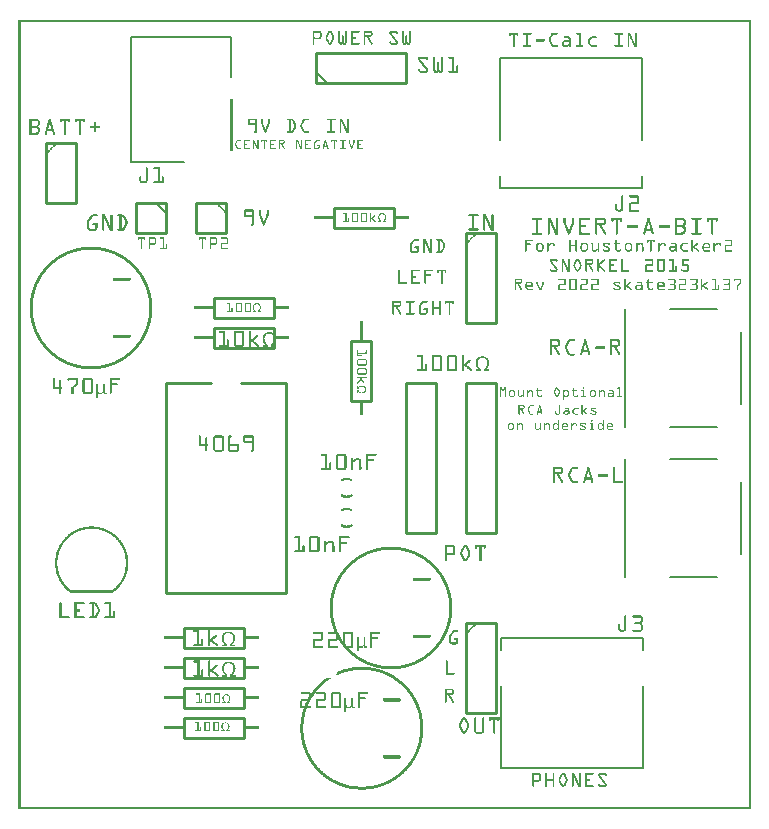
<source format=gto>
G04 MADE WITH FRITZING*
G04 WWW.FRITZING.ORG*
G04 DOUBLE SIDED*
G04 HOLES PLATED*
G04 CONTOUR ON CENTER OF CONTOUR VECTOR*
%ASAXBY*%
%FSLAX23Y23*%
%MOIN*%
%OFA0B0*%
%SFA1.0B1.0*%
%ADD10C,0.410000X0.39*%
%ADD11C,0.008000*%
%ADD12C,0.010000*%
%ADD13C,0.005000*%
%ADD14R,0.001000X0.001000*%
%LNSILK1*%
G90*
G70*
G54D10*
X244Y1672D03*
X1244Y672D03*
G54D11*
X2331Y775D02*
X2174Y775D01*
D02*
X2024Y775D02*
X2024Y1168D01*
D02*
X2331Y1168D02*
X2174Y1168D01*
D02*
X2410Y853D02*
X2410Y1090D01*
D02*
X2331Y1275D02*
X2174Y1275D01*
D02*
X2024Y1275D02*
X2024Y1668D01*
D02*
X2331Y1668D02*
X2174Y1668D01*
D02*
X2410Y1353D02*
X2410Y1590D01*
G54D12*
D02*
X94Y2222D02*
X94Y2022D01*
D02*
X94Y2022D02*
X194Y2022D01*
D02*
X194Y2022D02*
X194Y2222D01*
D02*
X194Y2222D02*
X94Y2222D01*
D02*
X994Y2422D02*
X1294Y2422D01*
D02*
X1294Y2422D02*
X1294Y2522D01*
D02*
X1294Y2522D02*
X994Y2522D01*
D02*
X994Y2522D02*
X994Y2422D01*
G54D13*
D02*
X1029Y2422D02*
X994Y2457D01*
G54D11*
D02*
X1610Y570D02*
X2082Y570D01*
D02*
X1610Y137D02*
X1610Y413D01*
D02*
X1610Y570D02*
X1610Y531D01*
D02*
X1610Y137D02*
X2082Y137D01*
D02*
X2082Y137D02*
X2082Y413D01*
D02*
X2082Y570D02*
X2082Y531D01*
D02*
X2079Y2073D02*
X1607Y2073D01*
D02*
X2079Y2506D02*
X2079Y2231D01*
D02*
X2079Y2073D02*
X2079Y2113D01*
D02*
X2079Y2506D02*
X1607Y2506D01*
D02*
X1607Y2506D02*
X1607Y2231D01*
D02*
X1607Y2073D02*
X1607Y2113D01*
D02*
X375Y2157D02*
X553Y2157D01*
D02*
X710Y2441D02*
X710Y2575D01*
D02*
X375Y2575D02*
X375Y2157D01*
D02*
X710Y2575D02*
X375Y2575D01*
D02*
X375Y2575D02*
X377Y2575D01*
G54D12*
D02*
X494Y1422D02*
X494Y722D01*
D02*
X494Y722D02*
X894Y722D01*
D02*
X894Y722D02*
X894Y1422D01*
D02*
X494Y1422D02*
X644Y1422D01*
D02*
X744Y1422D02*
X894Y1422D01*
D02*
X1054Y2005D02*
X1254Y2005D01*
D02*
X1254Y2005D02*
X1254Y1939D01*
D02*
X1254Y1939D02*
X1054Y1939D01*
D02*
X1054Y1939D02*
X1054Y2005D01*
D02*
X1177Y1562D02*
X1177Y1362D01*
D02*
X1177Y1362D02*
X1111Y1362D01*
D02*
X1111Y1362D02*
X1111Y1562D01*
D02*
X1111Y1562D02*
X1177Y1562D01*
D02*
X654Y1705D02*
X854Y1705D01*
D02*
X854Y1705D02*
X854Y1639D01*
D02*
X854Y1639D02*
X654Y1639D01*
D02*
X654Y1639D02*
X654Y1705D01*
D02*
X554Y405D02*
X754Y405D01*
D02*
X754Y405D02*
X754Y339D01*
D02*
X754Y339D02*
X554Y339D01*
D02*
X554Y339D02*
X554Y405D01*
D02*
X654Y1605D02*
X854Y1605D01*
D02*
X854Y1605D02*
X854Y1539D01*
D02*
X854Y1539D02*
X654Y1539D01*
D02*
X654Y1539D02*
X654Y1605D01*
D02*
X554Y605D02*
X754Y605D01*
D02*
X754Y605D02*
X754Y539D01*
D02*
X754Y539D02*
X554Y539D01*
D02*
X554Y539D02*
X554Y605D01*
D02*
X554Y305D02*
X754Y305D01*
D02*
X754Y305D02*
X754Y239D01*
D02*
X754Y239D02*
X554Y239D01*
D02*
X554Y239D02*
X554Y305D01*
D02*
X554Y505D02*
X754Y505D01*
D02*
X754Y505D02*
X754Y439D01*
D02*
X754Y439D02*
X554Y439D01*
D02*
X554Y439D02*
X554Y505D01*
D02*
X1494Y1422D02*
X1494Y922D01*
D02*
X1494Y922D02*
X1594Y922D01*
D02*
X1594Y922D02*
X1594Y1422D01*
D02*
X1594Y1422D02*
X1494Y1422D01*
D02*
X1294Y1422D02*
X1294Y922D01*
D02*
X1294Y922D02*
X1394Y922D01*
D02*
X1394Y922D02*
X1394Y1422D01*
D02*
X1394Y1422D02*
X1294Y1422D01*
D02*
X1494Y622D02*
X1494Y322D01*
D02*
X1494Y322D02*
X1594Y322D01*
D02*
X1594Y322D02*
X1594Y622D01*
D02*
X1594Y622D02*
X1494Y622D01*
D02*
X1494Y1922D02*
X1494Y1622D01*
D02*
X1494Y1622D02*
X1594Y1622D01*
D02*
X1594Y1622D02*
X1594Y1922D01*
D02*
X1594Y1922D02*
X1494Y1922D01*
D02*
X494Y2022D02*
X394Y2022D01*
D02*
X394Y2022D02*
X394Y1922D01*
D02*
X394Y1922D02*
X494Y1922D01*
D02*
X494Y1922D02*
X494Y2022D01*
G54D13*
D02*
X459Y2022D02*
X494Y1987D01*
G54D12*
D02*
X694Y2022D02*
X594Y2022D01*
D02*
X594Y2022D02*
X594Y1922D01*
D02*
X594Y1922D02*
X694Y1922D01*
D02*
X694Y1922D02*
X694Y2022D01*
G54D14*
X1Y2632D02*
X2443Y2632D01*
X1Y2631D02*
X2443Y2631D01*
X1Y2630D02*
X2443Y2630D01*
X1Y2629D02*
X2443Y2629D01*
X1Y2628D02*
X2443Y2628D01*
X1Y2627D02*
X2443Y2627D01*
X1Y2626D02*
X2443Y2626D01*
X1Y2625D02*
X2443Y2625D01*
X1Y2624D02*
X8Y2624D01*
X2436Y2624D02*
X2443Y2624D01*
X1Y2623D02*
X8Y2623D01*
X2436Y2623D02*
X2443Y2623D01*
X1Y2622D02*
X8Y2622D01*
X2436Y2622D02*
X2443Y2622D01*
X1Y2621D02*
X8Y2621D01*
X2436Y2621D02*
X2443Y2621D01*
X1Y2620D02*
X8Y2620D01*
X2436Y2620D02*
X2443Y2620D01*
X1Y2619D02*
X8Y2619D01*
X2436Y2619D02*
X2443Y2619D01*
X1Y2618D02*
X8Y2618D01*
X2436Y2618D02*
X2443Y2618D01*
X1Y2617D02*
X8Y2617D01*
X2436Y2617D02*
X2443Y2617D01*
X1Y2616D02*
X8Y2616D01*
X2436Y2616D02*
X2443Y2616D01*
X1Y2615D02*
X8Y2615D01*
X2436Y2615D02*
X2443Y2615D01*
X1Y2614D02*
X8Y2614D01*
X2436Y2614D02*
X2443Y2614D01*
X1Y2613D02*
X8Y2613D01*
X2436Y2613D02*
X2443Y2613D01*
X1Y2612D02*
X8Y2612D01*
X2436Y2612D02*
X2443Y2612D01*
X1Y2611D02*
X8Y2611D01*
X2436Y2611D02*
X2443Y2611D01*
X1Y2610D02*
X8Y2610D01*
X2436Y2610D02*
X2443Y2610D01*
X1Y2609D02*
X8Y2609D01*
X2436Y2609D02*
X2443Y2609D01*
X1Y2608D02*
X8Y2608D01*
X2436Y2608D02*
X2443Y2608D01*
X1Y2607D02*
X8Y2607D01*
X2436Y2607D02*
X2443Y2607D01*
X1Y2606D02*
X8Y2606D01*
X2436Y2606D02*
X2443Y2606D01*
X1Y2605D02*
X8Y2605D01*
X2436Y2605D02*
X2443Y2605D01*
X1Y2604D02*
X8Y2604D01*
X2436Y2604D02*
X2443Y2604D01*
X1Y2603D02*
X8Y2603D01*
X2436Y2603D02*
X2443Y2603D01*
X1Y2602D02*
X8Y2602D01*
X2436Y2602D02*
X2443Y2602D01*
X1Y2601D02*
X8Y2601D01*
X2436Y2601D02*
X2443Y2601D01*
X1Y2600D02*
X8Y2600D01*
X2436Y2600D02*
X2443Y2600D01*
X1Y2599D02*
X8Y2599D01*
X2436Y2599D02*
X2443Y2599D01*
X1Y2598D02*
X8Y2598D01*
X2436Y2598D02*
X2443Y2598D01*
X1Y2597D02*
X8Y2597D01*
X2436Y2597D02*
X2443Y2597D01*
X1Y2596D02*
X8Y2596D01*
X2436Y2596D02*
X2443Y2596D01*
X1Y2595D02*
X8Y2595D01*
X982Y2595D02*
X1004Y2595D01*
X1037Y2595D02*
X1041Y2595D01*
X1069Y2595D02*
X1071Y2595D01*
X1092Y2595D02*
X1094Y2595D01*
X1110Y2595D02*
X1137Y2595D01*
X1152Y2595D02*
X1174Y2595D01*
X1242Y2595D02*
X1260Y2595D01*
X1281Y2595D02*
X1283Y2595D01*
X1305Y2595D02*
X1307Y2595D01*
X2436Y2595D02*
X2443Y2595D01*
X1Y2594D02*
X8Y2594D01*
X982Y2594D02*
X1007Y2594D01*
X1035Y2594D02*
X1043Y2594D01*
X1068Y2594D02*
X1072Y2594D01*
X1091Y2594D02*
X1095Y2594D01*
X1110Y2594D02*
X1138Y2594D01*
X1152Y2594D02*
X1176Y2594D01*
X1240Y2594D02*
X1262Y2594D01*
X1280Y2594D02*
X1284Y2594D01*
X1304Y2594D02*
X1308Y2594D01*
X2436Y2594D02*
X2443Y2594D01*
X1Y2593D02*
X8Y2593D01*
X982Y2593D02*
X1008Y2593D01*
X1034Y2593D02*
X1044Y2593D01*
X1067Y2593D02*
X1072Y2593D01*
X1091Y2593D02*
X1096Y2593D01*
X1110Y2593D02*
X1138Y2593D01*
X1152Y2593D02*
X1178Y2593D01*
X1239Y2593D02*
X1263Y2593D01*
X1280Y2593D02*
X1285Y2593D01*
X1303Y2593D02*
X1308Y2593D01*
X2436Y2593D02*
X2443Y2593D01*
X1Y2592D02*
X8Y2592D01*
X982Y2592D02*
X1009Y2592D01*
X1033Y2592D02*
X1045Y2592D01*
X1067Y2592D02*
X1072Y2592D01*
X1091Y2592D02*
X1096Y2592D01*
X1110Y2592D02*
X1138Y2592D01*
X1152Y2592D02*
X1179Y2592D01*
X1238Y2592D02*
X1264Y2592D01*
X1280Y2592D02*
X1285Y2592D01*
X1303Y2592D02*
X1308Y2592D01*
X2436Y2592D02*
X2443Y2592D01*
X1Y2591D02*
X8Y2591D01*
X982Y2591D02*
X1009Y2591D01*
X1033Y2591D02*
X1046Y2591D01*
X1067Y2591D02*
X1072Y2591D01*
X1091Y2591D02*
X1096Y2591D01*
X1110Y2591D02*
X1138Y2591D01*
X1152Y2591D02*
X1179Y2591D01*
X1238Y2591D02*
X1265Y2591D01*
X1280Y2591D02*
X1285Y2591D01*
X1303Y2591D02*
X1308Y2591D01*
X2436Y2591D02*
X2443Y2591D01*
X1Y2590D02*
X8Y2590D01*
X982Y2590D02*
X1010Y2590D01*
X1032Y2590D02*
X1046Y2590D01*
X1067Y2590D02*
X1072Y2590D01*
X1091Y2590D02*
X1096Y2590D01*
X1110Y2590D02*
X1137Y2590D01*
X1152Y2590D02*
X1180Y2590D01*
X1237Y2590D02*
X1265Y2590D01*
X1280Y2590D02*
X1285Y2590D01*
X1303Y2590D02*
X1308Y2590D01*
X2436Y2590D02*
X2443Y2590D01*
X1Y2589D02*
X8Y2589D01*
X982Y2589D02*
X987Y2589D01*
X1004Y2589D02*
X1010Y2589D01*
X1032Y2589D02*
X1037Y2589D01*
X1041Y2589D02*
X1047Y2589D01*
X1067Y2589D02*
X1072Y2589D01*
X1091Y2589D02*
X1096Y2589D01*
X1110Y2589D02*
X1115Y2589D01*
X1152Y2589D02*
X1157Y2589D01*
X1174Y2589D02*
X1180Y2589D01*
X1237Y2589D02*
X1242Y2589D01*
X1260Y2589D02*
X1265Y2589D01*
X1280Y2589D02*
X1285Y2589D01*
X1303Y2589D02*
X1308Y2589D01*
X1638Y2589D02*
X1666Y2589D01*
X1685Y2589D02*
X1708Y2589D01*
X1785Y2589D02*
X1795Y2589D01*
X1863Y2589D02*
X1871Y2589D01*
X1991Y2589D02*
X2014Y2589D01*
X2032Y2589D02*
X2038Y2589D01*
X2436Y2589D02*
X2443Y2589D01*
X1Y2588D02*
X8Y2588D01*
X982Y2588D02*
X987Y2588D01*
X1005Y2588D02*
X1011Y2588D01*
X1031Y2588D02*
X1037Y2588D01*
X1041Y2588D02*
X1047Y2588D01*
X1067Y2588D02*
X1072Y2588D01*
X1091Y2588D02*
X1096Y2588D01*
X1110Y2588D02*
X1115Y2588D01*
X1152Y2588D02*
X1157Y2588D01*
X1175Y2588D02*
X1180Y2588D01*
X1237Y2588D02*
X1243Y2588D01*
X1261Y2588D02*
X1266Y2588D01*
X1280Y2588D02*
X1285Y2588D01*
X1303Y2588D02*
X1308Y2588D01*
X1638Y2588D02*
X1667Y2588D01*
X1682Y2588D02*
X1710Y2588D01*
X1781Y2588D02*
X1797Y2588D01*
X1861Y2588D02*
X1873Y2588D01*
X1989Y2588D02*
X2016Y2588D01*
X2032Y2588D02*
X2039Y2588D01*
X2057Y2588D02*
X2060Y2588D01*
X2436Y2588D02*
X2443Y2588D01*
X1Y2587D02*
X8Y2587D01*
X982Y2587D02*
X987Y2587D01*
X1006Y2587D02*
X1011Y2587D01*
X1031Y2587D02*
X1036Y2587D01*
X1042Y2587D02*
X1048Y2587D01*
X1067Y2587D02*
X1072Y2587D01*
X1091Y2587D02*
X1096Y2587D01*
X1110Y2587D02*
X1115Y2587D01*
X1152Y2587D02*
X1157Y2587D01*
X1176Y2587D02*
X1181Y2587D01*
X1238Y2587D02*
X1243Y2587D01*
X1261Y2587D02*
X1265Y2587D01*
X1280Y2587D02*
X1285Y2587D01*
X1303Y2587D02*
X1308Y2587D01*
X1638Y2587D02*
X1667Y2587D01*
X1682Y2587D02*
X1710Y2587D01*
X1779Y2587D02*
X1798Y2587D01*
X1860Y2587D02*
X1874Y2587D01*
X1988Y2587D02*
X2017Y2587D01*
X2032Y2587D02*
X2040Y2587D01*
X2056Y2587D02*
X2061Y2587D01*
X2436Y2587D02*
X2443Y2587D01*
X1Y2586D02*
X8Y2586D01*
X982Y2586D02*
X987Y2586D01*
X1006Y2586D02*
X1011Y2586D01*
X1030Y2586D02*
X1036Y2586D01*
X1042Y2586D02*
X1048Y2586D01*
X1067Y2586D02*
X1072Y2586D01*
X1091Y2586D02*
X1096Y2586D01*
X1110Y2586D02*
X1115Y2586D01*
X1152Y2586D02*
X1157Y2586D01*
X1176Y2586D02*
X1181Y2586D01*
X1238Y2586D02*
X1244Y2586D01*
X1261Y2586D02*
X1265Y2586D01*
X1280Y2586D02*
X1285Y2586D01*
X1303Y2586D02*
X1308Y2586D01*
X1638Y2586D02*
X1667Y2586D01*
X1682Y2586D02*
X1711Y2586D01*
X1778Y2586D02*
X1798Y2586D01*
X1860Y2586D02*
X1874Y2586D01*
X1988Y2586D02*
X2017Y2586D01*
X2032Y2586D02*
X2040Y2586D01*
X2056Y2586D02*
X2061Y2586D01*
X2436Y2586D02*
X2443Y2586D01*
X1Y2585D02*
X8Y2585D01*
X982Y2585D02*
X987Y2585D01*
X1006Y2585D02*
X1011Y2585D01*
X1030Y2585D02*
X1035Y2585D01*
X1043Y2585D02*
X1049Y2585D01*
X1067Y2585D02*
X1072Y2585D01*
X1091Y2585D02*
X1096Y2585D01*
X1110Y2585D02*
X1115Y2585D01*
X1152Y2585D02*
X1157Y2585D01*
X1176Y2585D02*
X1181Y2585D01*
X1238Y2585D02*
X1245Y2585D01*
X1262Y2585D02*
X1264Y2585D01*
X1280Y2585D02*
X1285Y2585D01*
X1303Y2585D02*
X1308Y2585D01*
X1638Y2585D02*
X1667Y2585D01*
X1682Y2585D02*
X1710Y2585D01*
X1777Y2585D02*
X1798Y2585D01*
X1860Y2585D02*
X1874Y2585D01*
X1988Y2585D02*
X2017Y2585D01*
X2032Y2585D02*
X2041Y2585D01*
X2056Y2585D02*
X2061Y2585D01*
X2436Y2585D02*
X2443Y2585D01*
X1Y2584D02*
X8Y2584D01*
X982Y2584D02*
X987Y2584D01*
X1006Y2584D02*
X1011Y2584D01*
X1029Y2584D02*
X1035Y2584D01*
X1043Y2584D02*
X1049Y2584D01*
X1067Y2584D02*
X1072Y2584D01*
X1091Y2584D02*
X1096Y2584D01*
X1110Y2584D02*
X1115Y2584D01*
X1152Y2584D02*
X1157Y2584D01*
X1176Y2584D02*
X1181Y2584D01*
X1239Y2584D02*
X1246Y2584D01*
X1280Y2584D02*
X1285Y2584D01*
X1303Y2584D02*
X1308Y2584D01*
X1638Y2584D02*
X1667Y2584D01*
X1682Y2584D02*
X1710Y2584D01*
X1777Y2584D02*
X1797Y2584D01*
X1860Y2584D02*
X1874Y2584D01*
X1989Y2584D02*
X2016Y2584D01*
X2032Y2584D02*
X2041Y2584D01*
X2056Y2584D02*
X2061Y2584D01*
X2436Y2584D02*
X2443Y2584D01*
X1Y2583D02*
X8Y2583D01*
X982Y2583D02*
X987Y2583D01*
X1006Y2583D02*
X1011Y2583D01*
X1029Y2583D02*
X1034Y2583D01*
X1044Y2583D02*
X1050Y2583D01*
X1067Y2583D02*
X1072Y2583D01*
X1091Y2583D02*
X1096Y2583D01*
X1110Y2583D02*
X1115Y2583D01*
X1152Y2583D02*
X1157Y2583D01*
X1176Y2583D02*
X1181Y2583D01*
X1240Y2583D02*
X1247Y2583D01*
X1280Y2583D02*
X1285Y2583D01*
X1303Y2583D02*
X1308Y2583D01*
X1638Y2583D02*
X1667Y2583D01*
X1684Y2583D02*
X1708Y2583D01*
X1776Y2583D02*
X1796Y2583D01*
X1862Y2583D02*
X1874Y2583D01*
X1990Y2583D02*
X2015Y2583D01*
X2032Y2583D02*
X2041Y2583D01*
X2056Y2583D02*
X2061Y2583D01*
X2436Y2583D02*
X2443Y2583D01*
X1Y2582D02*
X8Y2582D01*
X982Y2582D02*
X987Y2582D01*
X1006Y2582D02*
X1011Y2582D01*
X1028Y2582D02*
X1034Y2582D01*
X1044Y2582D02*
X1050Y2582D01*
X1067Y2582D02*
X1072Y2582D01*
X1091Y2582D02*
X1096Y2582D01*
X1110Y2582D02*
X1115Y2582D01*
X1152Y2582D02*
X1157Y2582D01*
X1175Y2582D02*
X1180Y2582D01*
X1241Y2582D02*
X1247Y2582D01*
X1280Y2582D02*
X1285Y2582D01*
X1303Y2582D02*
X1308Y2582D01*
X1638Y2582D02*
X1643Y2582D01*
X1650Y2582D02*
X1655Y2582D01*
X1662Y2582D02*
X1667Y2582D01*
X1694Y2582D02*
X1699Y2582D01*
X1776Y2582D02*
X1782Y2582D01*
X1869Y2582D02*
X1874Y2582D01*
X2000Y2582D02*
X2005Y2582D01*
X2032Y2582D02*
X2042Y2582D01*
X2056Y2582D02*
X2061Y2582D01*
X2436Y2582D02*
X2443Y2582D01*
X1Y2581D02*
X8Y2581D01*
X982Y2581D02*
X987Y2581D01*
X1006Y2581D02*
X1011Y2581D01*
X1028Y2581D02*
X1033Y2581D01*
X1045Y2581D02*
X1050Y2581D01*
X1067Y2581D02*
X1072Y2581D01*
X1091Y2581D02*
X1096Y2581D01*
X1110Y2581D02*
X1115Y2581D01*
X1152Y2581D02*
X1157Y2581D01*
X1174Y2581D02*
X1180Y2581D01*
X1241Y2581D02*
X1248Y2581D01*
X1280Y2581D02*
X1285Y2581D01*
X1303Y2581D02*
X1308Y2581D01*
X1638Y2581D02*
X1643Y2581D01*
X1650Y2581D02*
X1655Y2581D01*
X1662Y2581D02*
X1667Y2581D01*
X1694Y2581D02*
X1699Y2581D01*
X1775Y2581D02*
X1781Y2581D01*
X1869Y2581D02*
X1874Y2581D01*
X2000Y2581D02*
X2005Y2581D01*
X2032Y2581D02*
X2042Y2581D01*
X2056Y2581D02*
X2061Y2581D01*
X2436Y2581D02*
X2443Y2581D01*
X1Y2580D02*
X8Y2580D01*
X982Y2580D02*
X987Y2580D01*
X1006Y2580D02*
X1011Y2580D01*
X1027Y2580D02*
X1033Y2580D01*
X1045Y2580D02*
X1051Y2580D01*
X1067Y2580D02*
X1072Y2580D01*
X1081Y2580D02*
X1082Y2580D01*
X1091Y2580D02*
X1096Y2580D01*
X1110Y2580D02*
X1115Y2580D01*
X1152Y2580D02*
X1180Y2580D01*
X1242Y2580D02*
X1249Y2580D01*
X1280Y2580D02*
X1285Y2580D01*
X1293Y2580D02*
X1295Y2580D01*
X1303Y2580D02*
X1308Y2580D01*
X1638Y2580D02*
X1643Y2580D01*
X1650Y2580D02*
X1655Y2580D01*
X1662Y2580D02*
X1667Y2580D01*
X1694Y2580D02*
X1699Y2580D01*
X1775Y2580D02*
X1781Y2580D01*
X1869Y2580D02*
X1874Y2580D01*
X2000Y2580D02*
X2005Y2580D01*
X2032Y2580D02*
X2043Y2580D01*
X2056Y2580D02*
X2061Y2580D01*
X2436Y2580D02*
X2443Y2580D01*
X1Y2579D02*
X8Y2579D01*
X982Y2579D02*
X987Y2579D01*
X1006Y2579D02*
X1011Y2579D01*
X1027Y2579D02*
X1032Y2579D01*
X1046Y2579D02*
X1051Y2579D01*
X1067Y2579D02*
X1072Y2579D01*
X1079Y2579D02*
X1084Y2579D01*
X1091Y2579D02*
X1096Y2579D01*
X1110Y2579D02*
X1115Y2579D01*
X1152Y2579D02*
X1179Y2579D01*
X1243Y2579D02*
X1250Y2579D01*
X1280Y2579D02*
X1285Y2579D01*
X1292Y2579D02*
X1296Y2579D01*
X1303Y2579D02*
X1308Y2579D01*
X1638Y2579D02*
X1642Y2579D01*
X1650Y2579D02*
X1655Y2579D01*
X1662Y2579D02*
X1666Y2579D01*
X1694Y2579D02*
X1699Y2579D01*
X1774Y2579D02*
X1780Y2579D01*
X1869Y2579D02*
X1874Y2579D01*
X2000Y2579D02*
X2005Y2579D01*
X2032Y2579D02*
X2043Y2579D01*
X2056Y2579D02*
X2061Y2579D01*
X2436Y2579D02*
X2443Y2579D01*
X1Y2578D02*
X8Y2578D01*
X982Y2578D02*
X987Y2578D01*
X1006Y2578D02*
X1011Y2578D01*
X1026Y2578D02*
X1032Y2578D01*
X1046Y2578D02*
X1052Y2578D01*
X1067Y2578D02*
X1072Y2578D01*
X1079Y2578D02*
X1084Y2578D01*
X1091Y2578D02*
X1096Y2578D01*
X1110Y2578D02*
X1115Y2578D01*
X1152Y2578D02*
X1179Y2578D01*
X1244Y2578D02*
X1250Y2578D01*
X1280Y2578D02*
X1285Y2578D01*
X1292Y2578D02*
X1296Y2578D01*
X1303Y2578D02*
X1308Y2578D01*
X1640Y2578D02*
X1641Y2578D01*
X1650Y2578D02*
X1655Y2578D01*
X1664Y2578D02*
X1665Y2578D01*
X1694Y2578D02*
X1699Y2578D01*
X1774Y2578D02*
X1780Y2578D01*
X1869Y2578D02*
X1874Y2578D01*
X2000Y2578D02*
X2005Y2578D01*
X2032Y2578D02*
X2044Y2578D01*
X2056Y2578D02*
X2061Y2578D01*
X2436Y2578D02*
X2443Y2578D01*
X1Y2577D02*
X8Y2577D01*
X982Y2577D02*
X987Y2577D01*
X1006Y2577D02*
X1011Y2577D01*
X1026Y2577D02*
X1031Y2577D01*
X1047Y2577D02*
X1052Y2577D01*
X1067Y2577D02*
X1072Y2577D01*
X1079Y2577D02*
X1084Y2577D01*
X1091Y2577D02*
X1096Y2577D01*
X1110Y2577D02*
X1115Y2577D01*
X1152Y2577D02*
X1178Y2577D01*
X1245Y2577D02*
X1251Y2577D01*
X1280Y2577D02*
X1285Y2577D01*
X1291Y2577D02*
X1296Y2577D01*
X1303Y2577D02*
X1308Y2577D01*
X1650Y2577D02*
X1655Y2577D01*
X1694Y2577D02*
X1699Y2577D01*
X1773Y2577D02*
X1779Y2577D01*
X1869Y2577D02*
X1874Y2577D01*
X2000Y2577D02*
X2005Y2577D01*
X2032Y2577D02*
X2044Y2577D01*
X2056Y2577D02*
X2061Y2577D01*
X2436Y2577D02*
X2443Y2577D01*
X1Y2576D02*
X8Y2576D01*
X982Y2576D02*
X987Y2576D01*
X1006Y2576D02*
X1011Y2576D01*
X1025Y2576D02*
X1031Y2576D01*
X1047Y2576D02*
X1053Y2576D01*
X1067Y2576D02*
X1072Y2576D01*
X1079Y2576D02*
X1084Y2576D01*
X1091Y2576D02*
X1096Y2576D01*
X1110Y2576D02*
X1115Y2576D01*
X1152Y2576D02*
X1177Y2576D01*
X1245Y2576D02*
X1252Y2576D01*
X1280Y2576D02*
X1285Y2576D01*
X1291Y2576D02*
X1296Y2576D01*
X1303Y2576D02*
X1308Y2576D01*
X1650Y2576D02*
X1655Y2576D01*
X1694Y2576D02*
X1699Y2576D01*
X1773Y2576D02*
X1779Y2576D01*
X1821Y2576D02*
X1834Y2576D01*
X1869Y2576D02*
X1874Y2576D01*
X1913Y2576D02*
X1927Y2576D01*
X2000Y2576D02*
X2005Y2576D01*
X2032Y2576D02*
X2037Y2576D01*
X2039Y2576D02*
X2045Y2576D01*
X2056Y2576D02*
X2061Y2576D01*
X2436Y2576D02*
X2443Y2576D01*
X1Y2575D02*
X8Y2575D01*
X982Y2575D02*
X987Y2575D01*
X1006Y2575D02*
X1011Y2575D01*
X1025Y2575D02*
X1030Y2575D01*
X1048Y2575D02*
X1053Y2575D01*
X1067Y2575D02*
X1072Y2575D01*
X1079Y2575D02*
X1084Y2575D01*
X1091Y2575D02*
X1096Y2575D01*
X1110Y2575D02*
X1125Y2575D01*
X1152Y2575D02*
X1174Y2575D01*
X1246Y2575D02*
X1253Y2575D01*
X1280Y2575D02*
X1285Y2575D01*
X1291Y2575D02*
X1296Y2575D01*
X1303Y2575D02*
X1308Y2575D01*
X1650Y2575D02*
X1655Y2575D01*
X1694Y2575D02*
X1699Y2575D01*
X1772Y2575D02*
X1778Y2575D01*
X1820Y2575D02*
X1837Y2575D01*
X1869Y2575D02*
X1874Y2575D01*
X1910Y2575D02*
X1929Y2575D01*
X2000Y2575D02*
X2005Y2575D01*
X2032Y2575D02*
X2037Y2575D01*
X2039Y2575D02*
X2045Y2575D01*
X2056Y2575D02*
X2061Y2575D01*
X2436Y2575D02*
X2443Y2575D01*
X1Y2574D02*
X8Y2574D01*
X982Y2574D02*
X987Y2574D01*
X1005Y2574D02*
X1010Y2574D01*
X1025Y2574D02*
X1030Y2574D01*
X1048Y2574D02*
X1053Y2574D01*
X1067Y2574D02*
X1072Y2574D01*
X1079Y2574D02*
X1084Y2574D01*
X1091Y2574D02*
X1096Y2574D01*
X1110Y2574D02*
X1126Y2574D01*
X1152Y2574D02*
X1157Y2574D01*
X1163Y2574D02*
X1169Y2574D01*
X1247Y2574D02*
X1254Y2574D01*
X1280Y2574D02*
X1285Y2574D01*
X1291Y2574D02*
X1296Y2574D01*
X1303Y2574D02*
X1308Y2574D01*
X1650Y2574D02*
X1655Y2574D01*
X1694Y2574D02*
X1699Y2574D01*
X1772Y2574D02*
X1778Y2574D01*
X1819Y2574D02*
X1838Y2574D01*
X1869Y2574D02*
X1874Y2574D01*
X1909Y2574D02*
X1929Y2574D01*
X2000Y2574D02*
X2005Y2574D01*
X2032Y2574D02*
X2037Y2574D01*
X2040Y2574D02*
X2045Y2574D01*
X2056Y2574D02*
X2061Y2574D01*
X2436Y2574D02*
X2443Y2574D01*
X1Y2573D02*
X8Y2573D01*
X982Y2573D02*
X988Y2573D01*
X1003Y2573D02*
X1010Y2573D01*
X1025Y2573D02*
X1030Y2573D01*
X1048Y2573D02*
X1053Y2573D01*
X1067Y2573D02*
X1072Y2573D01*
X1079Y2573D02*
X1084Y2573D01*
X1091Y2573D02*
X1096Y2573D01*
X1110Y2573D02*
X1126Y2573D01*
X1152Y2573D02*
X1157Y2573D01*
X1163Y2573D02*
X1169Y2573D01*
X1248Y2573D02*
X1254Y2573D01*
X1280Y2573D02*
X1285Y2573D01*
X1291Y2573D02*
X1296Y2573D01*
X1303Y2573D02*
X1308Y2573D01*
X1650Y2573D02*
X1655Y2573D01*
X1694Y2573D02*
X1699Y2573D01*
X1771Y2573D02*
X1777Y2573D01*
X1819Y2573D02*
X1839Y2573D01*
X1869Y2573D02*
X1874Y2573D01*
X1907Y2573D02*
X1930Y2573D01*
X2000Y2573D02*
X2005Y2573D01*
X2032Y2573D02*
X2037Y2573D01*
X2040Y2573D02*
X2046Y2573D01*
X2056Y2573D02*
X2061Y2573D01*
X2436Y2573D02*
X2443Y2573D01*
X1Y2572D02*
X8Y2572D01*
X982Y2572D02*
X1010Y2572D01*
X1025Y2572D02*
X1030Y2572D01*
X1048Y2572D02*
X1053Y2572D01*
X1067Y2572D02*
X1072Y2572D01*
X1079Y2572D02*
X1084Y2572D01*
X1091Y2572D02*
X1096Y2572D01*
X1110Y2572D02*
X1126Y2572D01*
X1152Y2572D02*
X1157Y2572D01*
X1164Y2572D02*
X1170Y2572D01*
X1248Y2572D02*
X1255Y2572D01*
X1280Y2572D02*
X1285Y2572D01*
X1291Y2572D02*
X1296Y2572D01*
X1303Y2572D02*
X1308Y2572D01*
X1650Y2572D02*
X1655Y2572D01*
X1694Y2572D02*
X1699Y2572D01*
X1771Y2572D02*
X1777Y2572D01*
X1819Y2572D02*
X1840Y2572D01*
X1869Y2572D02*
X1874Y2572D01*
X1906Y2572D02*
X1929Y2572D01*
X2000Y2572D02*
X2005Y2572D01*
X2032Y2572D02*
X2037Y2572D01*
X2041Y2572D02*
X2046Y2572D01*
X2056Y2572D02*
X2061Y2572D01*
X2436Y2572D02*
X2443Y2572D01*
X1Y2571D02*
X8Y2571D01*
X982Y2571D02*
X1009Y2571D01*
X1025Y2571D02*
X1030Y2571D01*
X1048Y2571D02*
X1053Y2571D01*
X1067Y2571D02*
X1072Y2571D01*
X1079Y2571D02*
X1084Y2571D01*
X1091Y2571D02*
X1096Y2571D01*
X1110Y2571D02*
X1126Y2571D01*
X1152Y2571D02*
X1157Y2571D01*
X1164Y2571D02*
X1170Y2571D01*
X1249Y2571D02*
X1256Y2571D01*
X1280Y2571D02*
X1285Y2571D01*
X1291Y2571D02*
X1296Y2571D01*
X1303Y2571D02*
X1308Y2571D01*
X1650Y2571D02*
X1655Y2571D01*
X1694Y2571D02*
X1699Y2571D01*
X1770Y2571D02*
X1776Y2571D01*
X1820Y2571D02*
X1840Y2571D01*
X1869Y2571D02*
X1874Y2571D01*
X1905Y2571D02*
X1929Y2571D01*
X2000Y2571D02*
X2005Y2571D01*
X2032Y2571D02*
X2037Y2571D01*
X2041Y2571D02*
X2047Y2571D01*
X2056Y2571D02*
X2061Y2571D01*
X2436Y2571D02*
X2443Y2571D01*
X1Y2570D02*
X8Y2570D01*
X982Y2570D02*
X1008Y2570D01*
X1025Y2570D02*
X1030Y2570D01*
X1048Y2570D02*
X1053Y2570D01*
X1067Y2570D02*
X1072Y2570D01*
X1079Y2570D02*
X1084Y2570D01*
X1091Y2570D02*
X1096Y2570D01*
X1110Y2570D02*
X1125Y2570D01*
X1152Y2570D02*
X1157Y2570D01*
X1165Y2570D02*
X1171Y2570D01*
X1250Y2570D02*
X1257Y2570D01*
X1280Y2570D02*
X1285Y2570D01*
X1291Y2570D02*
X1296Y2570D01*
X1303Y2570D02*
X1308Y2570D01*
X1650Y2570D02*
X1655Y2570D01*
X1694Y2570D02*
X1699Y2570D01*
X1770Y2570D02*
X1776Y2570D01*
X1834Y2570D02*
X1841Y2570D01*
X1869Y2570D02*
X1874Y2570D01*
X1904Y2570D02*
X1913Y2570D01*
X2000Y2570D02*
X2005Y2570D01*
X2032Y2570D02*
X2037Y2570D01*
X2041Y2570D02*
X2047Y2570D01*
X2056Y2570D02*
X2061Y2570D01*
X2436Y2570D02*
X2443Y2570D01*
X1Y2569D02*
X8Y2569D01*
X982Y2569D02*
X1007Y2569D01*
X1025Y2569D02*
X1031Y2569D01*
X1047Y2569D02*
X1053Y2569D01*
X1067Y2569D02*
X1072Y2569D01*
X1079Y2569D02*
X1084Y2569D01*
X1091Y2569D02*
X1096Y2569D01*
X1110Y2569D02*
X1115Y2569D01*
X1152Y2569D02*
X1157Y2569D01*
X1166Y2569D02*
X1172Y2569D01*
X1251Y2569D02*
X1257Y2569D01*
X1280Y2569D02*
X1285Y2569D01*
X1291Y2569D02*
X1296Y2569D01*
X1303Y2569D02*
X1308Y2569D01*
X1650Y2569D02*
X1655Y2569D01*
X1694Y2569D02*
X1699Y2569D01*
X1770Y2569D02*
X1775Y2569D01*
X1835Y2569D02*
X1841Y2569D01*
X1869Y2569D02*
X1874Y2569D01*
X1903Y2569D02*
X1911Y2569D01*
X2000Y2569D02*
X2005Y2569D01*
X2032Y2569D02*
X2037Y2569D01*
X2042Y2569D02*
X2048Y2569D01*
X2056Y2569D02*
X2061Y2569D01*
X2436Y2569D02*
X2443Y2569D01*
X1Y2568D02*
X8Y2568D01*
X982Y2568D02*
X1006Y2568D01*
X1026Y2568D02*
X1031Y2568D01*
X1047Y2568D02*
X1052Y2568D01*
X1067Y2568D02*
X1072Y2568D01*
X1079Y2568D02*
X1084Y2568D01*
X1091Y2568D02*
X1096Y2568D01*
X1110Y2568D02*
X1115Y2568D01*
X1152Y2568D02*
X1157Y2568D01*
X1166Y2568D02*
X1172Y2568D01*
X1252Y2568D02*
X1258Y2568D01*
X1280Y2568D02*
X1285Y2568D01*
X1291Y2568D02*
X1296Y2568D01*
X1303Y2568D02*
X1308Y2568D01*
X1650Y2568D02*
X1655Y2568D01*
X1694Y2568D02*
X1699Y2568D01*
X1727Y2568D02*
X1753Y2568D01*
X1769Y2568D02*
X1775Y2568D01*
X1836Y2568D02*
X1841Y2568D01*
X1869Y2568D02*
X1874Y2568D01*
X1902Y2568D02*
X1910Y2568D01*
X2000Y2568D02*
X2005Y2568D01*
X2032Y2568D02*
X2037Y2568D01*
X2042Y2568D02*
X2048Y2568D01*
X2056Y2568D02*
X2061Y2568D01*
X2436Y2568D02*
X2443Y2568D01*
X1Y2567D02*
X8Y2567D01*
X982Y2567D02*
X988Y2567D01*
X1026Y2567D02*
X1032Y2567D01*
X1046Y2567D02*
X1052Y2567D01*
X1067Y2567D02*
X1072Y2567D01*
X1079Y2567D02*
X1084Y2567D01*
X1091Y2567D02*
X1096Y2567D01*
X1110Y2567D02*
X1115Y2567D01*
X1152Y2567D02*
X1157Y2567D01*
X1167Y2567D02*
X1173Y2567D01*
X1252Y2567D02*
X1259Y2567D01*
X1280Y2567D02*
X1285Y2567D01*
X1291Y2567D02*
X1296Y2567D01*
X1303Y2567D02*
X1308Y2567D01*
X1650Y2567D02*
X1655Y2567D01*
X1694Y2567D02*
X1699Y2567D01*
X1726Y2567D02*
X1754Y2567D01*
X1769Y2567D02*
X1774Y2567D01*
X1836Y2567D02*
X1841Y2567D01*
X1869Y2567D02*
X1874Y2567D01*
X1902Y2567D02*
X1909Y2567D01*
X2000Y2567D02*
X2005Y2567D01*
X2032Y2567D02*
X2037Y2567D01*
X2043Y2567D02*
X2048Y2567D01*
X2056Y2567D02*
X2061Y2567D01*
X2436Y2567D02*
X2443Y2567D01*
X1Y2566D02*
X8Y2566D01*
X982Y2566D02*
X987Y2566D01*
X1027Y2566D02*
X1032Y2566D01*
X1046Y2566D02*
X1051Y2566D01*
X1067Y2566D02*
X1072Y2566D01*
X1079Y2566D02*
X1084Y2566D01*
X1091Y2566D02*
X1096Y2566D01*
X1110Y2566D02*
X1115Y2566D01*
X1152Y2566D02*
X1157Y2566D01*
X1167Y2566D02*
X1173Y2566D01*
X1253Y2566D02*
X1260Y2566D01*
X1280Y2566D02*
X1285Y2566D01*
X1291Y2566D02*
X1296Y2566D01*
X1303Y2566D02*
X1308Y2566D01*
X1650Y2566D02*
X1655Y2566D01*
X1694Y2566D02*
X1699Y2566D01*
X1725Y2566D02*
X1754Y2566D01*
X1769Y2566D02*
X1774Y2566D01*
X1836Y2566D02*
X1841Y2566D01*
X1869Y2566D02*
X1874Y2566D01*
X1901Y2566D02*
X1908Y2566D01*
X2000Y2566D02*
X2005Y2566D01*
X2032Y2566D02*
X2037Y2566D01*
X2043Y2566D02*
X2049Y2566D01*
X2056Y2566D02*
X2061Y2566D01*
X2436Y2566D02*
X2443Y2566D01*
X1Y2565D02*
X8Y2565D01*
X982Y2565D02*
X987Y2565D01*
X1027Y2565D02*
X1033Y2565D01*
X1045Y2565D02*
X1051Y2565D01*
X1067Y2565D02*
X1072Y2565D01*
X1079Y2565D02*
X1084Y2565D01*
X1091Y2565D02*
X1096Y2565D01*
X1110Y2565D02*
X1115Y2565D01*
X1152Y2565D02*
X1157Y2565D01*
X1168Y2565D02*
X1174Y2565D01*
X1254Y2565D02*
X1261Y2565D01*
X1280Y2565D02*
X1285Y2565D01*
X1291Y2565D02*
X1296Y2565D01*
X1303Y2565D02*
X1308Y2565D01*
X1650Y2565D02*
X1655Y2565D01*
X1694Y2565D02*
X1699Y2565D01*
X1725Y2565D02*
X1754Y2565D01*
X1769Y2565D02*
X1774Y2565D01*
X1836Y2565D02*
X1841Y2565D01*
X1869Y2565D02*
X1874Y2565D01*
X1901Y2565D02*
X1907Y2565D01*
X2000Y2565D02*
X2005Y2565D01*
X2032Y2565D02*
X2037Y2565D01*
X2044Y2565D02*
X2049Y2565D01*
X2056Y2565D02*
X2061Y2565D01*
X2436Y2565D02*
X2443Y2565D01*
X1Y2564D02*
X8Y2564D01*
X982Y2564D02*
X987Y2564D01*
X1028Y2564D02*
X1033Y2564D01*
X1045Y2564D02*
X1050Y2564D01*
X1067Y2564D02*
X1072Y2564D01*
X1079Y2564D02*
X1084Y2564D01*
X1091Y2564D02*
X1096Y2564D01*
X1110Y2564D02*
X1115Y2564D01*
X1152Y2564D02*
X1157Y2564D01*
X1168Y2564D02*
X1174Y2564D01*
X1255Y2564D02*
X1261Y2564D01*
X1280Y2564D02*
X1285Y2564D01*
X1291Y2564D02*
X1296Y2564D01*
X1303Y2564D02*
X1308Y2564D01*
X1650Y2564D02*
X1655Y2564D01*
X1694Y2564D02*
X1699Y2564D01*
X1725Y2564D02*
X1754Y2564D01*
X1769Y2564D02*
X1774Y2564D01*
X1836Y2564D02*
X1841Y2564D01*
X1869Y2564D02*
X1874Y2564D01*
X1901Y2564D02*
X1906Y2564D01*
X2000Y2564D02*
X2005Y2564D01*
X2032Y2564D02*
X2037Y2564D01*
X2044Y2564D02*
X2050Y2564D01*
X2056Y2564D02*
X2061Y2564D01*
X2436Y2564D02*
X2443Y2564D01*
X1Y2563D02*
X8Y2563D01*
X982Y2563D02*
X987Y2563D01*
X1028Y2563D02*
X1034Y2563D01*
X1044Y2563D02*
X1050Y2563D01*
X1067Y2563D02*
X1072Y2563D01*
X1079Y2563D02*
X1084Y2563D01*
X1091Y2563D02*
X1096Y2563D01*
X1110Y2563D02*
X1115Y2563D01*
X1152Y2563D02*
X1157Y2563D01*
X1169Y2563D02*
X1175Y2563D01*
X1255Y2563D02*
X1262Y2563D01*
X1280Y2563D02*
X1285Y2563D01*
X1291Y2563D02*
X1296Y2563D01*
X1303Y2563D02*
X1308Y2563D01*
X1650Y2563D02*
X1655Y2563D01*
X1694Y2563D02*
X1699Y2563D01*
X1725Y2563D02*
X1754Y2563D01*
X1769Y2563D02*
X1775Y2563D01*
X1820Y2563D02*
X1841Y2563D01*
X1869Y2563D02*
X1874Y2563D01*
X1900Y2563D02*
X1906Y2563D01*
X2000Y2563D02*
X2005Y2563D01*
X2032Y2563D02*
X2037Y2563D01*
X2045Y2563D02*
X2050Y2563D01*
X2056Y2563D02*
X2061Y2563D01*
X2436Y2563D02*
X2443Y2563D01*
X1Y2562D02*
X8Y2562D01*
X982Y2562D02*
X987Y2562D01*
X1029Y2562D02*
X1034Y2562D01*
X1044Y2562D02*
X1049Y2562D01*
X1067Y2562D02*
X1072Y2562D01*
X1079Y2562D02*
X1084Y2562D01*
X1091Y2562D02*
X1096Y2562D01*
X1110Y2562D02*
X1115Y2562D01*
X1152Y2562D02*
X1157Y2562D01*
X1170Y2562D02*
X1176Y2562D01*
X1256Y2562D02*
X1263Y2562D01*
X1280Y2562D02*
X1285Y2562D01*
X1291Y2562D02*
X1296Y2562D01*
X1303Y2562D02*
X1308Y2562D01*
X1650Y2562D02*
X1655Y2562D01*
X1694Y2562D02*
X1699Y2562D01*
X1725Y2562D02*
X1754Y2562D01*
X1770Y2562D02*
X1775Y2562D01*
X1817Y2562D02*
X1841Y2562D01*
X1869Y2562D02*
X1874Y2562D01*
X1900Y2562D02*
X1906Y2562D01*
X2000Y2562D02*
X2005Y2562D01*
X2032Y2562D02*
X2037Y2562D01*
X2045Y2562D02*
X2051Y2562D01*
X2056Y2562D02*
X2061Y2562D01*
X2436Y2562D02*
X2443Y2562D01*
X1Y2561D02*
X8Y2561D01*
X982Y2561D02*
X987Y2561D01*
X1029Y2561D02*
X1035Y2561D01*
X1043Y2561D02*
X1049Y2561D01*
X1067Y2561D02*
X1072Y2561D01*
X1079Y2561D02*
X1084Y2561D01*
X1091Y2561D02*
X1096Y2561D01*
X1110Y2561D02*
X1115Y2561D01*
X1152Y2561D02*
X1157Y2561D01*
X1170Y2561D02*
X1176Y2561D01*
X1257Y2561D02*
X1264Y2561D01*
X1280Y2561D02*
X1285Y2561D01*
X1291Y2561D02*
X1296Y2561D01*
X1303Y2561D02*
X1308Y2561D01*
X1650Y2561D02*
X1655Y2561D01*
X1694Y2561D02*
X1699Y2561D01*
X1726Y2561D02*
X1754Y2561D01*
X1770Y2561D02*
X1775Y2561D01*
X1816Y2561D02*
X1841Y2561D01*
X1869Y2561D02*
X1874Y2561D01*
X1900Y2561D02*
X1906Y2561D01*
X2000Y2561D02*
X2005Y2561D01*
X2032Y2561D02*
X2037Y2561D01*
X2045Y2561D02*
X2051Y2561D01*
X2056Y2561D02*
X2061Y2561D01*
X2436Y2561D02*
X2443Y2561D01*
X1Y2560D02*
X8Y2560D01*
X982Y2560D02*
X987Y2560D01*
X1030Y2560D02*
X1035Y2560D01*
X1043Y2560D02*
X1048Y2560D01*
X1067Y2560D02*
X1072Y2560D01*
X1079Y2560D02*
X1084Y2560D01*
X1091Y2560D02*
X1096Y2560D01*
X1110Y2560D02*
X1115Y2560D01*
X1152Y2560D02*
X1157Y2560D01*
X1171Y2560D02*
X1177Y2560D01*
X1239Y2560D02*
X1241Y2560D01*
X1258Y2560D02*
X1264Y2560D01*
X1280Y2560D02*
X1285Y2560D01*
X1291Y2560D02*
X1296Y2560D01*
X1303Y2560D02*
X1308Y2560D01*
X1650Y2560D02*
X1655Y2560D01*
X1694Y2560D02*
X1699Y2560D01*
X1727Y2560D02*
X1752Y2560D01*
X1770Y2560D02*
X1776Y2560D01*
X1815Y2560D02*
X1842Y2560D01*
X1869Y2560D02*
X1874Y2560D01*
X1900Y2560D02*
X1906Y2560D01*
X2000Y2560D02*
X2005Y2560D01*
X2032Y2560D02*
X2037Y2560D01*
X2046Y2560D02*
X2052Y2560D01*
X2056Y2560D02*
X2061Y2560D01*
X2436Y2560D02*
X2443Y2560D01*
X1Y2559D02*
X8Y2559D01*
X982Y2559D02*
X987Y2559D01*
X1030Y2559D02*
X1036Y2559D01*
X1042Y2559D02*
X1048Y2559D01*
X1067Y2559D02*
X1072Y2559D01*
X1079Y2559D02*
X1084Y2559D01*
X1091Y2559D02*
X1096Y2559D01*
X1110Y2559D02*
X1115Y2559D01*
X1152Y2559D02*
X1157Y2559D01*
X1171Y2559D02*
X1177Y2559D01*
X1238Y2559D02*
X1242Y2559D01*
X1259Y2559D02*
X1265Y2559D01*
X1280Y2559D02*
X1285Y2559D01*
X1291Y2559D02*
X1296Y2559D01*
X1303Y2559D02*
X1308Y2559D01*
X1650Y2559D02*
X1655Y2559D01*
X1694Y2559D02*
X1699Y2559D01*
X1771Y2559D02*
X1776Y2559D01*
X1814Y2559D02*
X1842Y2559D01*
X1869Y2559D02*
X1874Y2559D01*
X1900Y2559D02*
X1906Y2559D01*
X2000Y2559D02*
X2005Y2559D01*
X2032Y2559D02*
X2037Y2559D01*
X2046Y2559D02*
X2052Y2559D01*
X2056Y2559D02*
X2061Y2559D01*
X2436Y2559D02*
X2443Y2559D01*
X1Y2558D02*
X8Y2558D01*
X982Y2558D02*
X987Y2558D01*
X1031Y2558D02*
X1036Y2558D01*
X1042Y2558D02*
X1047Y2558D01*
X1067Y2558D02*
X1073Y2558D01*
X1079Y2558D02*
X1084Y2558D01*
X1090Y2558D02*
X1096Y2558D01*
X1110Y2558D02*
X1115Y2558D01*
X1152Y2558D02*
X1157Y2558D01*
X1172Y2558D02*
X1178Y2558D01*
X1237Y2558D02*
X1242Y2558D01*
X1259Y2558D02*
X1265Y2558D01*
X1280Y2558D02*
X1285Y2558D01*
X1291Y2558D02*
X1297Y2558D01*
X1303Y2558D02*
X1308Y2558D01*
X1650Y2558D02*
X1655Y2558D01*
X1694Y2558D02*
X1699Y2558D01*
X1771Y2558D02*
X1777Y2558D01*
X1814Y2558D02*
X1842Y2558D01*
X1869Y2558D02*
X1874Y2558D01*
X1900Y2558D02*
X1906Y2558D01*
X2000Y2558D02*
X2005Y2558D01*
X2032Y2558D02*
X2037Y2558D01*
X2047Y2558D02*
X2052Y2558D01*
X2056Y2558D02*
X2061Y2558D01*
X2436Y2558D02*
X2443Y2558D01*
X1Y2557D02*
X8Y2557D01*
X982Y2557D02*
X987Y2557D01*
X1031Y2557D02*
X1037Y2557D01*
X1041Y2557D02*
X1047Y2557D01*
X1067Y2557D02*
X1073Y2557D01*
X1078Y2557D02*
X1085Y2557D01*
X1090Y2557D02*
X1096Y2557D01*
X1110Y2557D02*
X1115Y2557D01*
X1152Y2557D02*
X1157Y2557D01*
X1173Y2557D02*
X1179Y2557D01*
X1237Y2557D02*
X1242Y2557D01*
X1260Y2557D02*
X1265Y2557D01*
X1280Y2557D02*
X1286Y2557D01*
X1291Y2557D02*
X1297Y2557D01*
X1302Y2557D02*
X1308Y2557D01*
X1650Y2557D02*
X1655Y2557D01*
X1694Y2557D02*
X1699Y2557D01*
X1772Y2557D02*
X1777Y2557D01*
X1813Y2557D02*
X1820Y2557D01*
X1834Y2557D02*
X1842Y2557D01*
X1869Y2557D02*
X1874Y2557D01*
X1900Y2557D02*
X1906Y2557D01*
X2000Y2557D02*
X2005Y2557D01*
X2032Y2557D02*
X2037Y2557D01*
X2047Y2557D02*
X2053Y2557D01*
X2056Y2557D02*
X2061Y2557D01*
X2436Y2557D02*
X2443Y2557D01*
X1Y2556D02*
X8Y2556D01*
X982Y2556D02*
X987Y2556D01*
X1032Y2556D02*
X1037Y2556D01*
X1041Y2556D02*
X1047Y2556D01*
X1068Y2556D02*
X1074Y2556D01*
X1078Y2556D02*
X1085Y2556D01*
X1089Y2556D02*
X1095Y2556D01*
X1110Y2556D02*
X1115Y2556D01*
X1152Y2556D02*
X1157Y2556D01*
X1173Y2556D02*
X1179Y2556D01*
X1237Y2556D02*
X1243Y2556D01*
X1260Y2556D02*
X1266Y2556D01*
X1280Y2556D02*
X1286Y2556D01*
X1290Y2556D02*
X1298Y2556D01*
X1302Y2556D02*
X1308Y2556D01*
X1650Y2556D02*
X1655Y2556D01*
X1694Y2556D02*
X1699Y2556D01*
X1772Y2556D02*
X1778Y2556D01*
X1813Y2556D02*
X1819Y2556D01*
X1836Y2556D02*
X1842Y2556D01*
X1869Y2556D02*
X1874Y2556D01*
X1900Y2556D02*
X1906Y2556D01*
X2000Y2556D02*
X2005Y2556D01*
X2032Y2556D02*
X2037Y2556D01*
X2048Y2556D02*
X2053Y2556D01*
X2056Y2556D02*
X2061Y2556D01*
X2436Y2556D02*
X2443Y2556D01*
X1Y2555D02*
X8Y2555D01*
X982Y2555D02*
X987Y2555D01*
X1032Y2555D02*
X1046Y2555D01*
X1068Y2555D02*
X1095Y2555D01*
X1110Y2555D02*
X1137Y2555D01*
X1152Y2555D02*
X1157Y2555D01*
X1174Y2555D02*
X1180Y2555D01*
X1238Y2555D02*
X1265Y2555D01*
X1281Y2555D02*
X1307Y2555D01*
X1650Y2555D02*
X1655Y2555D01*
X1694Y2555D02*
X1699Y2555D01*
X1773Y2555D02*
X1778Y2555D01*
X1813Y2555D02*
X1818Y2555D01*
X1836Y2555D02*
X1842Y2555D01*
X1869Y2555D02*
X1874Y2555D01*
X1900Y2555D02*
X1906Y2555D01*
X2000Y2555D02*
X2005Y2555D01*
X2032Y2555D02*
X2037Y2555D01*
X2048Y2555D02*
X2054Y2555D01*
X2056Y2555D02*
X2061Y2555D01*
X2436Y2555D02*
X2443Y2555D01*
X1Y2554D02*
X8Y2554D01*
X982Y2554D02*
X987Y2554D01*
X1033Y2554D02*
X1045Y2554D01*
X1069Y2554D02*
X1094Y2554D01*
X1110Y2554D02*
X1138Y2554D01*
X1152Y2554D02*
X1157Y2554D01*
X1174Y2554D02*
X1180Y2554D01*
X1238Y2554D02*
X1265Y2554D01*
X1281Y2554D02*
X1306Y2554D01*
X1650Y2554D02*
X1655Y2554D01*
X1694Y2554D02*
X1699Y2554D01*
X1773Y2554D02*
X1779Y2554D01*
X1813Y2554D02*
X1818Y2554D01*
X1837Y2554D02*
X1842Y2554D01*
X1869Y2554D02*
X1874Y2554D01*
X1901Y2554D02*
X1906Y2554D01*
X2000Y2554D02*
X2005Y2554D01*
X2032Y2554D02*
X2037Y2554D01*
X2048Y2554D02*
X2054Y2554D01*
X2056Y2554D02*
X2061Y2554D01*
X2436Y2554D02*
X2443Y2554D01*
X1Y2553D02*
X8Y2553D01*
X982Y2553D02*
X987Y2553D01*
X1033Y2553D02*
X1045Y2553D01*
X1070Y2553D02*
X1093Y2553D01*
X1110Y2553D02*
X1138Y2553D01*
X1152Y2553D02*
X1157Y2553D01*
X1175Y2553D02*
X1181Y2553D01*
X1239Y2553D02*
X1265Y2553D01*
X1282Y2553D02*
X1306Y2553D01*
X1650Y2553D02*
X1655Y2553D01*
X1694Y2553D02*
X1699Y2553D01*
X1774Y2553D02*
X1780Y2553D01*
X1813Y2553D02*
X1818Y2553D01*
X1837Y2553D02*
X1842Y2553D01*
X1869Y2553D02*
X1874Y2553D01*
X1901Y2553D02*
X1907Y2553D01*
X2000Y2553D02*
X2005Y2553D01*
X2032Y2553D02*
X2037Y2553D01*
X2049Y2553D02*
X2061Y2553D01*
X2436Y2553D02*
X2443Y2553D01*
X1Y2552D02*
X8Y2552D01*
X983Y2552D02*
X987Y2552D01*
X1034Y2552D02*
X1044Y2552D01*
X1070Y2552D02*
X1093Y2552D01*
X1110Y2552D02*
X1138Y2552D01*
X1152Y2552D02*
X1157Y2552D01*
X1175Y2552D02*
X1181Y2552D01*
X1240Y2552D02*
X1264Y2552D01*
X1283Y2552D02*
X1305Y2552D01*
X1650Y2552D02*
X1655Y2552D01*
X1694Y2552D02*
X1699Y2552D01*
X1774Y2552D02*
X1780Y2552D01*
X1813Y2552D02*
X1818Y2552D01*
X1837Y2552D02*
X1842Y2552D01*
X1869Y2552D02*
X1874Y2552D01*
X1901Y2552D02*
X1908Y2552D01*
X2000Y2552D02*
X2005Y2552D01*
X2032Y2552D02*
X2037Y2552D01*
X2049Y2552D02*
X2061Y2552D01*
X2436Y2552D02*
X2443Y2552D01*
X1Y2551D02*
X8Y2551D01*
X983Y2551D02*
X987Y2551D01*
X1035Y2551D02*
X1043Y2551D01*
X1071Y2551D02*
X1080Y2551D01*
X1083Y2551D02*
X1092Y2551D01*
X1110Y2551D02*
X1138Y2551D01*
X1153Y2551D02*
X1157Y2551D01*
X1176Y2551D02*
X1180Y2551D01*
X1241Y2551D02*
X1263Y2551D01*
X1283Y2551D02*
X1293Y2551D01*
X1295Y2551D02*
X1305Y2551D01*
X1650Y2551D02*
X1655Y2551D01*
X1694Y2551D02*
X1699Y2551D01*
X1775Y2551D02*
X1781Y2551D01*
X1813Y2551D02*
X1818Y2551D01*
X1835Y2551D02*
X1842Y2551D01*
X1869Y2551D02*
X1874Y2551D01*
X1902Y2551D02*
X1909Y2551D01*
X2000Y2551D02*
X2005Y2551D01*
X2032Y2551D02*
X2037Y2551D01*
X2050Y2551D02*
X2061Y2551D01*
X2436Y2551D02*
X2443Y2551D01*
X1Y2550D02*
X8Y2550D01*
X984Y2550D02*
X986Y2550D01*
X1037Y2550D02*
X1041Y2550D01*
X1072Y2550D02*
X1079Y2550D01*
X1084Y2550D02*
X1091Y2550D01*
X1110Y2550D02*
X1137Y2550D01*
X1154Y2550D02*
X1156Y2550D01*
X1177Y2550D02*
X1179Y2550D01*
X1243Y2550D02*
X1261Y2550D01*
X1284Y2550D02*
X1292Y2550D01*
X1296Y2550D02*
X1304Y2550D01*
X1650Y2550D02*
X1655Y2550D01*
X1694Y2550D02*
X1699Y2550D01*
X1775Y2550D02*
X1781Y2550D01*
X1813Y2550D02*
X1818Y2550D01*
X1834Y2550D02*
X1842Y2550D01*
X1869Y2550D02*
X1874Y2550D01*
X1902Y2550D02*
X1910Y2550D01*
X2000Y2550D02*
X2005Y2550D01*
X2032Y2550D02*
X2037Y2550D01*
X2050Y2550D02*
X2061Y2550D01*
X2436Y2550D02*
X2443Y2550D01*
X1Y2549D02*
X8Y2549D01*
X1650Y2549D02*
X1655Y2549D01*
X1694Y2549D02*
X1699Y2549D01*
X1776Y2549D02*
X1782Y2549D01*
X1813Y2549D02*
X1819Y2549D01*
X1832Y2549D02*
X1842Y2549D01*
X1869Y2549D02*
X1874Y2549D01*
X1903Y2549D02*
X1911Y2549D01*
X2000Y2549D02*
X2005Y2549D01*
X2032Y2549D02*
X2037Y2549D01*
X2051Y2549D02*
X2061Y2549D01*
X2436Y2549D02*
X2443Y2549D01*
X1Y2548D02*
X8Y2548D01*
X1650Y2548D02*
X1655Y2548D01*
X1693Y2548D02*
X1699Y2548D01*
X1776Y2548D02*
X1783Y2548D01*
X1813Y2548D02*
X1820Y2548D01*
X1830Y2548D02*
X1842Y2548D01*
X1868Y2548D02*
X1874Y2548D01*
X1904Y2548D02*
X1913Y2548D01*
X2000Y2548D02*
X2005Y2548D01*
X2032Y2548D02*
X2037Y2548D01*
X2051Y2548D02*
X2061Y2548D01*
X2436Y2548D02*
X2443Y2548D01*
X1Y2547D02*
X8Y2547D01*
X1650Y2547D02*
X1655Y2547D01*
X1683Y2547D02*
X1710Y2547D01*
X1777Y2547D02*
X1797Y2547D01*
X1814Y2547D02*
X1842Y2547D01*
X1861Y2547D02*
X1882Y2547D01*
X1905Y2547D02*
X1929Y2547D01*
X1989Y2547D02*
X2016Y2547D01*
X2032Y2547D02*
X2037Y2547D01*
X2052Y2547D02*
X2061Y2547D01*
X2436Y2547D02*
X2443Y2547D01*
X1Y2546D02*
X8Y2546D01*
X1650Y2546D02*
X1655Y2546D01*
X1682Y2546D02*
X1710Y2546D01*
X1777Y2546D02*
X1798Y2546D01*
X1814Y2546D02*
X1842Y2546D01*
X1860Y2546D02*
X1883Y2546D01*
X1906Y2546D02*
X1929Y2546D01*
X1988Y2546D02*
X2017Y2546D01*
X2032Y2546D02*
X2037Y2546D01*
X2052Y2546D02*
X2061Y2546D01*
X2436Y2546D02*
X2443Y2546D01*
X1Y2545D02*
X8Y2545D01*
X1650Y2545D02*
X1655Y2545D01*
X1682Y2545D02*
X1711Y2545D01*
X1778Y2545D02*
X1798Y2545D01*
X1815Y2545D02*
X1842Y2545D01*
X1860Y2545D02*
X1883Y2545D01*
X1908Y2545D02*
X1930Y2545D01*
X1988Y2545D02*
X2017Y2545D01*
X2032Y2545D02*
X2037Y2545D01*
X2052Y2545D02*
X2061Y2545D01*
X2436Y2545D02*
X2443Y2545D01*
X1Y2544D02*
X8Y2544D01*
X1650Y2544D02*
X1655Y2544D01*
X1682Y2544D02*
X1711Y2544D01*
X1779Y2544D02*
X1798Y2544D01*
X1816Y2544D02*
X1835Y2544D01*
X1837Y2544D02*
X1842Y2544D01*
X1860Y2544D02*
X1883Y2544D01*
X1909Y2544D02*
X1929Y2544D01*
X1988Y2544D02*
X2017Y2544D01*
X2032Y2544D02*
X2037Y2544D01*
X2053Y2544D02*
X2061Y2544D01*
X2436Y2544D02*
X2443Y2544D01*
X1Y2543D02*
X8Y2543D01*
X1650Y2543D02*
X1654Y2543D01*
X1682Y2543D02*
X1710Y2543D01*
X1781Y2543D02*
X1798Y2543D01*
X1817Y2543D02*
X1833Y2543D01*
X1838Y2543D02*
X1841Y2543D01*
X1860Y2543D02*
X1882Y2543D01*
X1910Y2543D02*
X1929Y2543D01*
X1989Y2543D02*
X2016Y2543D01*
X2032Y2543D02*
X2036Y2543D01*
X2053Y2543D02*
X2061Y2543D01*
X2436Y2543D02*
X2443Y2543D01*
X1Y2542D02*
X8Y2542D01*
X1652Y2542D02*
X1653Y2542D01*
X1684Y2542D02*
X1709Y2542D01*
X1783Y2542D02*
X1796Y2542D01*
X1820Y2542D02*
X1831Y2542D01*
X1839Y2542D02*
X1840Y2542D01*
X1862Y2542D02*
X1881Y2542D01*
X1913Y2542D02*
X1928Y2542D01*
X1990Y2542D02*
X2015Y2542D01*
X2034Y2542D02*
X2035Y2542D01*
X2054Y2542D02*
X2061Y2542D01*
X2436Y2542D02*
X2443Y2542D01*
X1Y2541D02*
X8Y2541D01*
X2436Y2541D02*
X2443Y2541D01*
X1Y2540D02*
X8Y2540D01*
X2436Y2540D02*
X2443Y2540D01*
X1Y2539D02*
X8Y2539D01*
X2436Y2539D02*
X2443Y2539D01*
X1Y2538D02*
X8Y2538D01*
X2436Y2538D02*
X2443Y2538D01*
X1Y2537D02*
X8Y2537D01*
X2436Y2537D02*
X2443Y2537D01*
X1Y2536D02*
X8Y2536D01*
X2436Y2536D02*
X2443Y2536D01*
X1Y2535D02*
X8Y2535D01*
X2436Y2535D02*
X2443Y2535D01*
X1Y2534D02*
X8Y2534D01*
X2436Y2534D02*
X2443Y2534D01*
X1Y2533D02*
X8Y2533D01*
X2436Y2533D02*
X2443Y2533D01*
X1Y2532D02*
X8Y2532D01*
X2436Y2532D02*
X2443Y2532D01*
X1Y2531D02*
X8Y2531D01*
X2436Y2531D02*
X2443Y2531D01*
X1Y2530D02*
X8Y2530D01*
X2436Y2530D02*
X2443Y2530D01*
X1Y2529D02*
X8Y2529D01*
X2436Y2529D02*
X2443Y2529D01*
X1Y2528D02*
X8Y2528D01*
X2436Y2528D02*
X2443Y2528D01*
X1Y2527D02*
X8Y2527D01*
X2436Y2527D02*
X2443Y2527D01*
X1Y2526D02*
X8Y2526D01*
X2436Y2526D02*
X2443Y2526D01*
X1Y2525D02*
X8Y2525D01*
X2436Y2525D02*
X2443Y2525D01*
X1Y2524D02*
X8Y2524D01*
X2436Y2524D02*
X2443Y2524D01*
X1Y2523D02*
X8Y2523D01*
X2436Y2523D02*
X2443Y2523D01*
X1Y2522D02*
X8Y2522D01*
X2436Y2522D02*
X2443Y2522D01*
X1Y2521D02*
X8Y2521D01*
X2436Y2521D02*
X2443Y2521D01*
X1Y2520D02*
X8Y2520D01*
X2436Y2520D02*
X2443Y2520D01*
X1Y2519D02*
X8Y2519D01*
X2436Y2519D02*
X2443Y2519D01*
X1Y2518D02*
X8Y2518D01*
X2436Y2518D02*
X2443Y2518D01*
X1Y2517D02*
X8Y2517D01*
X2436Y2517D02*
X2443Y2517D01*
X1Y2516D02*
X8Y2516D01*
X2436Y2516D02*
X2443Y2516D01*
X1Y2515D02*
X8Y2515D01*
X2436Y2515D02*
X2443Y2515D01*
X1Y2514D02*
X8Y2514D01*
X2436Y2514D02*
X2443Y2514D01*
X1Y2513D02*
X8Y2513D01*
X2436Y2513D02*
X2443Y2513D01*
X1Y2512D02*
X8Y2512D01*
X2436Y2512D02*
X2443Y2512D01*
X1Y2511D02*
X8Y2511D01*
X2436Y2511D02*
X2443Y2511D01*
X1Y2510D02*
X8Y2510D01*
X2436Y2510D02*
X2443Y2510D01*
X1Y2509D02*
X8Y2509D01*
X1338Y2509D02*
X1360Y2509D01*
X1385Y2509D02*
X1388Y2509D01*
X1413Y2509D02*
X1415Y2509D01*
X1435Y2509D02*
X1453Y2509D01*
X2436Y2509D02*
X2443Y2509D01*
X1Y2508D02*
X8Y2508D01*
X1336Y2508D02*
X1362Y2508D01*
X1384Y2508D02*
X1389Y2508D01*
X1412Y2508D02*
X1416Y2508D01*
X1434Y2508D02*
X1453Y2508D01*
X2436Y2508D02*
X2443Y2508D01*
X1Y2507D02*
X8Y2507D01*
X1335Y2507D02*
X1364Y2507D01*
X1384Y2507D02*
X1389Y2507D01*
X1411Y2507D02*
X1417Y2507D01*
X1434Y2507D02*
X1453Y2507D01*
X2436Y2507D02*
X2443Y2507D01*
X1Y2506D02*
X8Y2506D01*
X1334Y2506D02*
X1365Y2506D01*
X1383Y2506D02*
X1389Y2506D01*
X1411Y2506D02*
X1417Y2506D01*
X1434Y2506D02*
X1453Y2506D01*
X2436Y2506D02*
X2443Y2506D01*
X1Y2505D02*
X8Y2505D01*
X1334Y2505D02*
X1365Y2505D01*
X1383Y2505D02*
X1389Y2505D01*
X1411Y2505D02*
X1417Y2505D01*
X1434Y2505D02*
X1453Y2505D01*
X2436Y2505D02*
X2443Y2505D01*
X1Y2504D02*
X8Y2504D01*
X1333Y2504D02*
X1366Y2504D01*
X1383Y2504D02*
X1389Y2504D01*
X1411Y2504D02*
X1417Y2504D01*
X1434Y2504D02*
X1453Y2504D01*
X2436Y2504D02*
X2443Y2504D01*
X1Y2503D02*
X8Y2503D01*
X1333Y2503D02*
X1366Y2503D01*
X1383Y2503D02*
X1389Y2503D01*
X1411Y2503D02*
X1417Y2503D01*
X1435Y2503D02*
X1453Y2503D01*
X2436Y2503D02*
X2443Y2503D01*
X1Y2502D02*
X8Y2502D01*
X1333Y2502D02*
X1339Y2502D01*
X1360Y2502D02*
X1367Y2502D01*
X1383Y2502D02*
X1389Y2502D01*
X1411Y2502D02*
X1417Y2502D01*
X1447Y2502D02*
X1453Y2502D01*
X2436Y2502D02*
X2443Y2502D01*
X1Y2501D02*
X8Y2501D01*
X1333Y2501D02*
X1339Y2501D01*
X1360Y2501D02*
X1367Y2501D01*
X1383Y2501D02*
X1389Y2501D01*
X1411Y2501D02*
X1417Y2501D01*
X1447Y2501D02*
X1453Y2501D01*
X2436Y2501D02*
X2443Y2501D01*
X1Y2500D02*
X8Y2500D01*
X1333Y2500D02*
X1340Y2500D01*
X1361Y2500D02*
X1367Y2500D01*
X1383Y2500D02*
X1389Y2500D01*
X1411Y2500D02*
X1417Y2500D01*
X1447Y2500D02*
X1453Y2500D01*
X2436Y2500D02*
X2443Y2500D01*
X1Y2499D02*
X8Y2499D01*
X1334Y2499D02*
X1341Y2499D01*
X1361Y2499D02*
X1366Y2499D01*
X1383Y2499D02*
X1389Y2499D01*
X1411Y2499D02*
X1417Y2499D01*
X1447Y2499D02*
X1453Y2499D01*
X2436Y2499D02*
X2443Y2499D01*
X1Y2498D02*
X8Y2498D01*
X1334Y2498D02*
X1342Y2498D01*
X1362Y2498D02*
X1366Y2498D01*
X1383Y2498D02*
X1389Y2498D01*
X1411Y2498D02*
X1417Y2498D01*
X1447Y2498D02*
X1453Y2498D01*
X2436Y2498D02*
X2443Y2498D01*
X1Y2497D02*
X8Y2497D01*
X1335Y2497D02*
X1343Y2497D01*
X1363Y2497D02*
X1365Y2497D01*
X1383Y2497D02*
X1389Y2497D01*
X1411Y2497D02*
X1417Y2497D01*
X1447Y2497D02*
X1453Y2497D01*
X2436Y2497D02*
X2443Y2497D01*
X1Y2496D02*
X8Y2496D01*
X1335Y2496D02*
X1343Y2496D01*
X1383Y2496D02*
X1389Y2496D01*
X1411Y2496D02*
X1417Y2496D01*
X1447Y2496D02*
X1453Y2496D01*
X2436Y2496D02*
X2443Y2496D01*
X1Y2495D02*
X8Y2495D01*
X1336Y2495D02*
X1344Y2495D01*
X1383Y2495D02*
X1389Y2495D01*
X1411Y2495D02*
X1417Y2495D01*
X1447Y2495D02*
X1453Y2495D01*
X2436Y2495D02*
X2443Y2495D01*
X1Y2494D02*
X8Y2494D01*
X1337Y2494D02*
X1345Y2494D01*
X1383Y2494D02*
X1389Y2494D01*
X1411Y2494D02*
X1417Y2494D01*
X1447Y2494D02*
X1453Y2494D01*
X2436Y2494D02*
X2443Y2494D01*
X1Y2493D02*
X8Y2493D01*
X1338Y2493D02*
X1346Y2493D01*
X1383Y2493D02*
X1389Y2493D01*
X1411Y2493D02*
X1417Y2493D01*
X1447Y2493D02*
X1453Y2493D01*
X2436Y2493D02*
X2443Y2493D01*
X1Y2492D02*
X8Y2492D01*
X1338Y2492D02*
X1346Y2492D01*
X1383Y2492D02*
X1389Y2492D01*
X1411Y2492D02*
X1417Y2492D01*
X1447Y2492D02*
X1453Y2492D01*
X2436Y2492D02*
X2443Y2492D01*
X1Y2491D02*
X8Y2491D01*
X1339Y2491D02*
X1347Y2491D01*
X1383Y2491D02*
X1389Y2491D01*
X1398Y2491D02*
X1402Y2491D01*
X1411Y2491D02*
X1417Y2491D01*
X1447Y2491D02*
X1453Y2491D01*
X2436Y2491D02*
X2443Y2491D01*
X1Y2490D02*
X8Y2490D01*
X1340Y2490D02*
X1348Y2490D01*
X1383Y2490D02*
X1389Y2490D01*
X1398Y2490D02*
X1403Y2490D01*
X1411Y2490D02*
X1417Y2490D01*
X1447Y2490D02*
X1453Y2490D01*
X2436Y2490D02*
X2443Y2490D01*
X1Y2489D02*
X8Y2489D01*
X1341Y2489D02*
X1349Y2489D01*
X1383Y2489D02*
X1389Y2489D01*
X1397Y2489D02*
X1403Y2489D01*
X1411Y2489D02*
X1417Y2489D01*
X1447Y2489D02*
X1453Y2489D01*
X2436Y2489D02*
X2443Y2489D01*
X1Y2488D02*
X8Y2488D01*
X1342Y2488D02*
X1350Y2488D01*
X1383Y2488D02*
X1389Y2488D01*
X1397Y2488D02*
X1403Y2488D01*
X1411Y2488D02*
X1417Y2488D01*
X1447Y2488D02*
X1453Y2488D01*
X2436Y2488D02*
X2443Y2488D01*
X1Y2487D02*
X8Y2487D01*
X1342Y2487D02*
X1350Y2487D01*
X1383Y2487D02*
X1389Y2487D01*
X1397Y2487D02*
X1403Y2487D01*
X1411Y2487D02*
X1417Y2487D01*
X1447Y2487D02*
X1453Y2487D01*
X2436Y2487D02*
X2443Y2487D01*
X1Y2486D02*
X8Y2486D01*
X1343Y2486D02*
X1351Y2486D01*
X1383Y2486D02*
X1389Y2486D01*
X1397Y2486D02*
X1403Y2486D01*
X1411Y2486D02*
X1417Y2486D01*
X1447Y2486D02*
X1453Y2486D01*
X2436Y2486D02*
X2443Y2486D01*
X1Y2485D02*
X8Y2485D01*
X1344Y2485D02*
X1352Y2485D01*
X1383Y2485D02*
X1389Y2485D01*
X1397Y2485D02*
X1403Y2485D01*
X1411Y2485D02*
X1417Y2485D01*
X1447Y2485D02*
X1453Y2485D01*
X2436Y2485D02*
X2443Y2485D01*
X1Y2484D02*
X8Y2484D01*
X1345Y2484D02*
X1353Y2484D01*
X1383Y2484D02*
X1389Y2484D01*
X1397Y2484D02*
X1403Y2484D01*
X1411Y2484D02*
X1417Y2484D01*
X1447Y2484D02*
X1453Y2484D01*
X2436Y2484D02*
X2443Y2484D01*
X1Y2483D02*
X8Y2483D01*
X1345Y2483D02*
X1353Y2483D01*
X1383Y2483D02*
X1389Y2483D01*
X1397Y2483D02*
X1403Y2483D01*
X1411Y2483D02*
X1417Y2483D01*
X1447Y2483D02*
X1453Y2483D01*
X2436Y2483D02*
X2443Y2483D01*
X1Y2482D02*
X8Y2482D01*
X1346Y2482D02*
X1354Y2482D01*
X1383Y2482D02*
X1389Y2482D01*
X1397Y2482D02*
X1403Y2482D01*
X1411Y2482D02*
X1417Y2482D01*
X1447Y2482D02*
X1453Y2482D01*
X2436Y2482D02*
X2443Y2482D01*
X1Y2481D02*
X8Y2481D01*
X1347Y2481D02*
X1355Y2481D01*
X1383Y2481D02*
X1389Y2481D01*
X1397Y2481D02*
X1403Y2481D01*
X1411Y2481D02*
X1417Y2481D01*
X1447Y2481D02*
X1453Y2481D01*
X2436Y2481D02*
X2443Y2481D01*
X1Y2480D02*
X8Y2480D01*
X1348Y2480D02*
X1356Y2480D01*
X1383Y2480D02*
X1389Y2480D01*
X1397Y2480D02*
X1403Y2480D01*
X1411Y2480D02*
X1417Y2480D01*
X1447Y2480D02*
X1453Y2480D01*
X1464Y2480D02*
X1464Y2480D01*
X2436Y2480D02*
X2443Y2480D01*
X1Y2479D02*
X8Y2479D01*
X1349Y2479D02*
X1357Y2479D01*
X1383Y2479D02*
X1389Y2479D01*
X1397Y2479D02*
X1403Y2479D01*
X1411Y2479D02*
X1417Y2479D01*
X1447Y2479D02*
X1453Y2479D01*
X1462Y2479D02*
X1466Y2479D01*
X2436Y2479D02*
X2443Y2479D01*
X1Y2478D02*
X8Y2478D01*
X1349Y2478D02*
X1357Y2478D01*
X1383Y2478D02*
X1389Y2478D01*
X1397Y2478D02*
X1403Y2478D01*
X1411Y2478D02*
X1417Y2478D01*
X1447Y2478D02*
X1453Y2478D01*
X1461Y2478D02*
X1467Y2478D01*
X2436Y2478D02*
X2443Y2478D01*
X1Y2477D02*
X8Y2477D01*
X1350Y2477D02*
X1358Y2477D01*
X1383Y2477D02*
X1389Y2477D01*
X1397Y2477D02*
X1403Y2477D01*
X1411Y2477D02*
X1417Y2477D01*
X1447Y2477D02*
X1453Y2477D01*
X1461Y2477D02*
X1467Y2477D01*
X2436Y2477D02*
X2443Y2477D01*
X1Y2476D02*
X8Y2476D01*
X1351Y2476D02*
X1359Y2476D01*
X1383Y2476D02*
X1389Y2476D01*
X1397Y2476D02*
X1403Y2476D01*
X1411Y2476D02*
X1417Y2476D01*
X1447Y2476D02*
X1453Y2476D01*
X1461Y2476D02*
X1467Y2476D01*
X2436Y2476D02*
X2443Y2476D01*
X1Y2475D02*
X8Y2475D01*
X1352Y2475D02*
X1360Y2475D01*
X1383Y2475D02*
X1389Y2475D01*
X1397Y2475D02*
X1403Y2475D01*
X1411Y2475D02*
X1417Y2475D01*
X1447Y2475D02*
X1453Y2475D01*
X1461Y2475D02*
X1467Y2475D01*
X2436Y2475D02*
X2443Y2475D01*
X1Y2474D02*
X8Y2474D01*
X1352Y2474D02*
X1360Y2474D01*
X1383Y2474D02*
X1389Y2474D01*
X1397Y2474D02*
X1403Y2474D01*
X1411Y2474D02*
X1417Y2474D01*
X1447Y2474D02*
X1453Y2474D01*
X1461Y2474D02*
X1467Y2474D01*
X2436Y2474D02*
X2443Y2474D01*
X1Y2473D02*
X8Y2473D01*
X1353Y2473D02*
X1361Y2473D01*
X1383Y2473D02*
X1389Y2473D01*
X1397Y2473D02*
X1403Y2473D01*
X1411Y2473D02*
X1417Y2473D01*
X1447Y2473D02*
X1453Y2473D01*
X1461Y2473D02*
X1467Y2473D01*
X2436Y2473D02*
X2443Y2473D01*
X1Y2472D02*
X8Y2472D01*
X1354Y2472D02*
X1362Y2472D01*
X1383Y2472D02*
X1389Y2472D01*
X1397Y2472D02*
X1403Y2472D01*
X1411Y2472D02*
X1417Y2472D01*
X1447Y2472D02*
X1453Y2472D01*
X1461Y2472D02*
X1467Y2472D01*
X2436Y2472D02*
X2443Y2472D01*
X1Y2471D02*
X8Y2471D01*
X1355Y2471D02*
X1363Y2471D01*
X1383Y2471D02*
X1389Y2471D01*
X1397Y2471D02*
X1403Y2471D01*
X1411Y2471D02*
X1417Y2471D01*
X1447Y2471D02*
X1453Y2471D01*
X1461Y2471D02*
X1467Y2471D01*
X2436Y2471D02*
X2443Y2471D01*
X1Y2470D02*
X8Y2470D01*
X1356Y2470D02*
X1364Y2470D01*
X1383Y2470D02*
X1389Y2470D01*
X1397Y2470D02*
X1403Y2470D01*
X1411Y2470D02*
X1417Y2470D01*
X1447Y2470D02*
X1453Y2470D01*
X1461Y2470D02*
X1467Y2470D01*
X2436Y2470D02*
X2443Y2470D01*
X1Y2469D02*
X8Y2469D01*
X1356Y2469D02*
X1364Y2469D01*
X1383Y2469D02*
X1389Y2469D01*
X1397Y2469D02*
X1403Y2469D01*
X1411Y2469D02*
X1417Y2469D01*
X1447Y2469D02*
X1453Y2469D01*
X1461Y2469D02*
X1467Y2469D01*
X2436Y2469D02*
X2443Y2469D01*
X1Y2468D02*
X8Y2468D01*
X1335Y2468D02*
X1337Y2468D01*
X1357Y2468D02*
X1365Y2468D01*
X1383Y2468D02*
X1389Y2468D01*
X1397Y2468D02*
X1403Y2468D01*
X1411Y2468D02*
X1417Y2468D01*
X1447Y2468D02*
X1453Y2468D01*
X1461Y2468D02*
X1467Y2468D01*
X2436Y2468D02*
X2443Y2468D01*
X1Y2467D02*
X8Y2467D01*
X1334Y2467D02*
X1338Y2467D01*
X1358Y2467D02*
X1366Y2467D01*
X1383Y2467D02*
X1389Y2467D01*
X1397Y2467D02*
X1403Y2467D01*
X1411Y2467D02*
X1417Y2467D01*
X1447Y2467D02*
X1453Y2467D01*
X1461Y2467D02*
X1467Y2467D01*
X2436Y2467D02*
X2443Y2467D01*
X1Y2466D02*
X8Y2466D01*
X1333Y2466D02*
X1339Y2466D01*
X1359Y2466D02*
X1366Y2466D01*
X1383Y2466D02*
X1389Y2466D01*
X1397Y2466D02*
X1403Y2466D01*
X1411Y2466D02*
X1417Y2466D01*
X1447Y2466D02*
X1453Y2466D01*
X1461Y2466D02*
X1467Y2466D01*
X2436Y2466D02*
X2443Y2466D01*
X1Y2465D02*
X8Y2465D01*
X1333Y2465D02*
X1339Y2465D01*
X1359Y2465D02*
X1367Y2465D01*
X1383Y2465D02*
X1390Y2465D01*
X1397Y2465D02*
X1404Y2465D01*
X1410Y2465D02*
X1417Y2465D01*
X1447Y2465D02*
X1453Y2465D01*
X1461Y2465D02*
X1467Y2465D01*
X2436Y2465D02*
X2443Y2465D01*
X1Y2464D02*
X8Y2464D01*
X1333Y2464D02*
X1339Y2464D01*
X1360Y2464D02*
X1367Y2464D01*
X1383Y2464D02*
X1390Y2464D01*
X1396Y2464D02*
X1404Y2464D01*
X1410Y2464D02*
X1417Y2464D01*
X1447Y2464D02*
X1453Y2464D01*
X1461Y2464D02*
X1467Y2464D01*
X2436Y2464D02*
X2443Y2464D01*
X1Y2463D02*
X8Y2463D01*
X1333Y2463D02*
X1340Y2463D01*
X1361Y2463D02*
X1367Y2463D01*
X1384Y2463D02*
X1391Y2463D01*
X1395Y2463D02*
X1405Y2463D01*
X1409Y2463D02*
X1416Y2463D01*
X1447Y2463D02*
X1453Y2463D01*
X1461Y2463D02*
X1467Y2463D01*
X2436Y2463D02*
X2443Y2463D01*
X1Y2462D02*
X8Y2462D01*
X1334Y2462D02*
X1367Y2462D01*
X1384Y2462D02*
X1416Y2462D01*
X1435Y2462D02*
X1467Y2462D01*
X2436Y2462D02*
X2443Y2462D01*
X1Y2461D02*
X8Y2461D01*
X1334Y2461D02*
X1366Y2461D01*
X1385Y2461D02*
X1415Y2461D01*
X1434Y2461D02*
X1467Y2461D01*
X2436Y2461D02*
X2443Y2461D01*
X1Y2460D02*
X8Y2460D01*
X1335Y2460D02*
X1366Y2460D01*
X1386Y2460D02*
X1415Y2460D01*
X1434Y2460D02*
X1467Y2460D01*
X2436Y2460D02*
X2443Y2460D01*
X1Y2459D02*
X8Y2459D01*
X1335Y2459D02*
X1365Y2459D01*
X1386Y2459D02*
X1414Y2459D01*
X1434Y2459D02*
X1467Y2459D01*
X2436Y2459D02*
X2443Y2459D01*
X1Y2458D02*
X8Y2458D01*
X1336Y2458D02*
X1365Y2458D01*
X1387Y2458D02*
X1413Y2458D01*
X1434Y2458D02*
X1467Y2458D01*
X2436Y2458D02*
X2443Y2458D01*
X1Y2457D02*
X8Y2457D01*
X1337Y2457D02*
X1364Y2457D01*
X1387Y2457D02*
X1399Y2457D01*
X1401Y2457D02*
X1413Y2457D01*
X1434Y2457D02*
X1466Y2457D01*
X2436Y2457D02*
X2443Y2457D01*
X1Y2456D02*
X8Y2456D01*
X1339Y2456D02*
X1362Y2456D01*
X1388Y2456D02*
X1398Y2456D01*
X1402Y2456D02*
X1412Y2456D01*
X1435Y2456D02*
X1465Y2456D01*
X2436Y2456D02*
X2443Y2456D01*
X1Y2455D02*
X8Y2455D01*
X2436Y2455D02*
X2443Y2455D01*
X1Y2454D02*
X8Y2454D01*
X2436Y2454D02*
X2443Y2454D01*
X1Y2453D02*
X8Y2453D01*
X2436Y2453D02*
X2443Y2453D01*
X1Y2452D02*
X8Y2452D01*
X2436Y2452D02*
X2443Y2452D01*
X1Y2451D02*
X8Y2451D01*
X2436Y2451D02*
X2443Y2451D01*
X1Y2450D02*
X8Y2450D01*
X2436Y2450D02*
X2443Y2450D01*
X1Y2449D02*
X8Y2449D01*
X2436Y2449D02*
X2443Y2449D01*
X1Y2448D02*
X8Y2448D01*
X2436Y2448D02*
X2443Y2448D01*
X1Y2447D02*
X8Y2447D01*
X2436Y2447D02*
X2443Y2447D01*
X1Y2446D02*
X8Y2446D01*
X2436Y2446D02*
X2443Y2446D01*
X1Y2445D02*
X8Y2445D01*
X2436Y2445D02*
X2443Y2445D01*
X1Y2444D02*
X8Y2444D01*
X2436Y2444D02*
X2443Y2444D01*
X1Y2443D02*
X8Y2443D01*
X2436Y2443D02*
X2443Y2443D01*
X1Y2442D02*
X8Y2442D01*
X2436Y2442D02*
X2443Y2442D01*
X1Y2441D02*
X8Y2441D01*
X2436Y2441D02*
X2443Y2441D01*
X1Y2440D02*
X8Y2440D01*
X2436Y2440D02*
X2443Y2440D01*
X1Y2439D02*
X8Y2439D01*
X2436Y2439D02*
X2443Y2439D01*
X1Y2438D02*
X8Y2438D01*
X2436Y2438D02*
X2443Y2438D01*
X1Y2437D02*
X8Y2437D01*
X2436Y2437D02*
X2443Y2437D01*
X1Y2436D02*
X8Y2436D01*
X2436Y2436D02*
X2443Y2436D01*
X1Y2435D02*
X8Y2435D01*
X2436Y2435D02*
X2443Y2435D01*
X1Y2434D02*
X8Y2434D01*
X2436Y2434D02*
X2443Y2434D01*
X1Y2433D02*
X8Y2433D01*
X2436Y2433D02*
X2443Y2433D01*
X1Y2432D02*
X8Y2432D01*
X2436Y2432D02*
X2443Y2432D01*
X1Y2431D02*
X8Y2431D01*
X2436Y2431D02*
X2443Y2431D01*
X1Y2430D02*
X8Y2430D01*
X2436Y2430D02*
X2443Y2430D01*
X1Y2429D02*
X8Y2429D01*
X2436Y2429D02*
X2443Y2429D01*
X1Y2428D02*
X8Y2428D01*
X2436Y2428D02*
X2443Y2428D01*
X1Y2427D02*
X8Y2427D01*
X2436Y2427D02*
X2443Y2427D01*
X1Y2426D02*
X8Y2426D01*
X2436Y2426D02*
X2443Y2426D01*
X1Y2425D02*
X8Y2425D01*
X2436Y2425D02*
X2443Y2425D01*
X1Y2424D02*
X8Y2424D01*
X2436Y2424D02*
X2443Y2424D01*
X1Y2423D02*
X8Y2423D01*
X2436Y2423D02*
X2443Y2423D01*
X1Y2422D02*
X8Y2422D01*
X2436Y2422D02*
X2443Y2422D01*
X1Y2421D02*
X8Y2421D01*
X2436Y2421D02*
X2443Y2421D01*
X1Y2420D02*
X8Y2420D01*
X2436Y2420D02*
X2443Y2420D01*
X1Y2419D02*
X8Y2419D01*
X2436Y2419D02*
X2443Y2419D01*
X1Y2418D02*
X8Y2418D01*
X2436Y2418D02*
X2443Y2418D01*
X1Y2417D02*
X8Y2417D01*
X2436Y2417D02*
X2443Y2417D01*
X1Y2416D02*
X8Y2416D01*
X2436Y2416D02*
X2443Y2416D01*
X1Y2415D02*
X8Y2415D01*
X2436Y2415D02*
X2443Y2415D01*
X1Y2414D02*
X8Y2414D01*
X2436Y2414D02*
X2443Y2414D01*
X1Y2413D02*
X8Y2413D01*
X2436Y2413D02*
X2443Y2413D01*
X1Y2412D02*
X8Y2412D01*
X2436Y2412D02*
X2443Y2412D01*
X1Y2411D02*
X8Y2411D01*
X2436Y2411D02*
X2443Y2411D01*
X1Y2410D02*
X8Y2410D01*
X2436Y2410D02*
X2443Y2410D01*
X1Y2409D02*
X8Y2409D01*
X2436Y2409D02*
X2443Y2409D01*
X1Y2408D02*
X8Y2408D01*
X2436Y2408D02*
X2443Y2408D01*
X1Y2407D02*
X8Y2407D01*
X2436Y2407D02*
X2443Y2407D01*
X1Y2406D02*
X8Y2406D01*
X2436Y2406D02*
X2443Y2406D01*
X1Y2405D02*
X8Y2405D01*
X2436Y2405D02*
X2443Y2405D01*
X1Y2404D02*
X8Y2404D01*
X2436Y2404D02*
X2443Y2404D01*
X1Y2403D02*
X8Y2403D01*
X2436Y2403D02*
X2443Y2403D01*
X1Y2402D02*
X8Y2402D01*
X2436Y2402D02*
X2443Y2402D01*
X1Y2401D02*
X8Y2401D01*
X2436Y2401D02*
X2443Y2401D01*
X1Y2400D02*
X8Y2400D01*
X2436Y2400D02*
X2443Y2400D01*
X1Y2399D02*
X8Y2399D01*
X2436Y2399D02*
X2443Y2399D01*
X1Y2398D02*
X8Y2398D01*
X2436Y2398D02*
X2443Y2398D01*
X1Y2397D02*
X8Y2397D01*
X2436Y2397D02*
X2443Y2397D01*
X1Y2396D02*
X8Y2396D01*
X2436Y2396D02*
X2443Y2396D01*
X1Y2395D02*
X8Y2395D01*
X2436Y2395D02*
X2443Y2395D01*
X1Y2394D02*
X8Y2394D01*
X2436Y2394D02*
X2443Y2394D01*
X1Y2393D02*
X8Y2393D01*
X2436Y2393D02*
X2443Y2393D01*
X1Y2392D02*
X8Y2392D01*
X2436Y2392D02*
X2443Y2392D01*
X1Y2391D02*
X8Y2391D01*
X2436Y2391D02*
X2443Y2391D01*
X1Y2390D02*
X8Y2390D01*
X2436Y2390D02*
X2443Y2390D01*
X1Y2389D02*
X8Y2389D01*
X2436Y2389D02*
X2443Y2389D01*
X1Y2388D02*
X8Y2388D01*
X2436Y2388D02*
X2443Y2388D01*
X1Y2387D02*
X8Y2387D01*
X2436Y2387D02*
X2443Y2387D01*
X1Y2386D02*
X8Y2386D01*
X2436Y2386D02*
X2443Y2386D01*
X1Y2385D02*
X8Y2385D01*
X2436Y2385D02*
X2443Y2385D01*
X1Y2384D02*
X8Y2384D01*
X2436Y2384D02*
X2443Y2384D01*
X1Y2383D02*
X8Y2383D01*
X2436Y2383D02*
X2443Y2383D01*
X1Y2382D02*
X8Y2382D01*
X2436Y2382D02*
X2443Y2382D01*
X1Y2381D02*
X8Y2381D01*
X2436Y2381D02*
X2443Y2381D01*
X1Y2380D02*
X8Y2380D01*
X2436Y2380D02*
X2443Y2380D01*
X1Y2379D02*
X8Y2379D01*
X2436Y2379D02*
X2443Y2379D01*
X1Y2378D02*
X8Y2378D01*
X2436Y2378D02*
X2443Y2378D01*
X1Y2377D02*
X8Y2377D01*
X2436Y2377D02*
X2443Y2377D01*
X1Y2376D02*
X8Y2376D01*
X2436Y2376D02*
X2443Y2376D01*
X1Y2375D02*
X8Y2375D01*
X2436Y2375D02*
X2443Y2375D01*
X1Y2374D02*
X8Y2374D01*
X2436Y2374D02*
X2443Y2374D01*
X1Y2373D02*
X8Y2373D01*
X2436Y2373D02*
X2443Y2373D01*
X1Y2372D02*
X8Y2372D01*
X2436Y2372D02*
X2443Y2372D01*
X1Y2371D02*
X8Y2371D01*
X2436Y2371D02*
X2443Y2371D01*
X1Y2370D02*
X8Y2370D01*
X2436Y2370D02*
X2443Y2370D01*
X1Y2369D02*
X8Y2369D01*
X711Y2369D02*
X713Y2369D01*
X2436Y2369D02*
X2443Y2369D01*
X1Y2368D02*
X8Y2368D01*
X710Y2368D02*
X713Y2368D01*
X2436Y2368D02*
X2443Y2368D01*
X1Y2367D02*
X8Y2367D01*
X709Y2367D02*
X714Y2367D01*
X2436Y2367D02*
X2443Y2367D01*
X1Y2366D02*
X8Y2366D01*
X708Y2366D02*
X714Y2366D01*
X2436Y2366D02*
X2443Y2366D01*
X1Y2365D02*
X8Y2365D01*
X707Y2365D02*
X714Y2365D01*
X2436Y2365D02*
X2443Y2365D01*
X1Y2364D02*
X8Y2364D01*
X707Y2364D02*
X714Y2364D01*
X2436Y2364D02*
X2443Y2364D01*
X1Y2363D02*
X8Y2363D01*
X707Y2363D02*
X714Y2363D01*
X2436Y2363D02*
X2443Y2363D01*
X1Y2362D02*
X8Y2362D01*
X707Y2362D02*
X714Y2362D01*
X2436Y2362D02*
X2443Y2362D01*
X1Y2361D02*
X8Y2361D01*
X707Y2361D02*
X714Y2361D01*
X2436Y2361D02*
X2443Y2361D01*
X1Y2360D02*
X8Y2360D01*
X707Y2360D02*
X714Y2360D01*
X2436Y2360D02*
X2443Y2360D01*
X1Y2359D02*
X8Y2359D01*
X707Y2359D02*
X714Y2359D01*
X2436Y2359D02*
X2443Y2359D01*
X1Y2358D02*
X8Y2358D01*
X707Y2358D02*
X714Y2358D01*
X2436Y2358D02*
X2443Y2358D01*
X1Y2357D02*
X8Y2357D01*
X707Y2357D02*
X714Y2357D01*
X2436Y2357D02*
X2443Y2357D01*
X1Y2356D02*
X8Y2356D01*
X707Y2356D02*
X714Y2356D01*
X2436Y2356D02*
X2443Y2356D01*
X1Y2355D02*
X8Y2355D01*
X707Y2355D02*
X714Y2355D01*
X2436Y2355D02*
X2443Y2355D01*
X1Y2354D02*
X8Y2354D01*
X707Y2354D02*
X714Y2354D01*
X2436Y2354D02*
X2443Y2354D01*
X1Y2353D02*
X8Y2353D01*
X707Y2353D02*
X714Y2353D01*
X2436Y2353D02*
X2443Y2353D01*
X1Y2352D02*
X8Y2352D01*
X707Y2352D02*
X714Y2352D01*
X2436Y2352D02*
X2443Y2352D01*
X1Y2351D02*
X8Y2351D01*
X707Y2351D02*
X714Y2351D01*
X2436Y2351D02*
X2443Y2351D01*
X1Y2350D02*
X8Y2350D01*
X707Y2350D02*
X714Y2350D01*
X2436Y2350D02*
X2443Y2350D01*
X1Y2349D02*
X8Y2349D01*
X707Y2349D02*
X714Y2349D01*
X2436Y2349D02*
X2443Y2349D01*
X1Y2348D02*
X8Y2348D01*
X707Y2348D02*
X714Y2348D01*
X2436Y2348D02*
X2443Y2348D01*
X1Y2347D02*
X8Y2347D01*
X707Y2347D02*
X714Y2347D01*
X2436Y2347D02*
X2443Y2347D01*
X1Y2346D02*
X8Y2346D01*
X707Y2346D02*
X714Y2346D01*
X2436Y2346D02*
X2443Y2346D01*
X1Y2345D02*
X8Y2345D01*
X707Y2345D02*
X714Y2345D01*
X2436Y2345D02*
X2443Y2345D01*
X1Y2344D02*
X8Y2344D01*
X707Y2344D02*
X714Y2344D01*
X2436Y2344D02*
X2443Y2344D01*
X1Y2343D02*
X8Y2343D01*
X707Y2343D02*
X714Y2343D01*
X2436Y2343D02*
X2443Y2343D01*
X1Y2342D02*
X8Y2342D01*
X707Y2342D02*
X714Y2342D01*
X2436Y2342D02*
X2443Y2342D01*
X1Y2341D02*
X8Y2341D01*
X707Y2341D02*
X714Y2341D01*
X2436Y2341D02*
X2443Y2341D01*
X1Y2340D02*
X8Y2340D01*
X707Y2340D02*
X714Y2340D01*
X2436Y2340D02*
X2443Y2340D01*
X1Y2339D02*
X8Y2339D01*
X707Y2339D02*
X714Y2339D01*
X2436Y2339D02*
X2443Y2339D01*
X1Y2338D02*
X8Y2338D01*
X707Y2338D02*
X714Y2338D01*
X2436Y2338D02*
X2443Y2338D01*
X1Y2337D02*
X8Y2337D01*
X707Y2337D02*
X714Y2337D01*
X2436Y2337D02*
X2443Y2337D01*
X1Y2336D02*
X8Y2336D01*
X707Y2336D02*
X714Y2336D01*
X2436Y2336D02*
X2443Y2336D01*
X1Y2335D02*
X8Y2335D01*
X707Y2335D02*
X714Y2335D01*
X2436Y2335D02*
X2443Y2335D01*
X1Y2334D02*
X8Y2334D01*
X707Y2334D02*
X714Y2334D01*
X2436Y2334D02*
X2443Y2334D01*
X1Y2333D02*
X8Y2333D01*
X707Y2333D02*
X714Y2333D01*
X2436Y2333D02*
X2443Y2333D01*
X1Y2332D02*
X8Y2332D01*
X707Y2332D02*
X714Y2332D01*
X2436Y2332D02*
X2443Y2332D01*
X1Y2331D02*
X8Y2331D01*
X707Y2331D02*
X714Y2331D01*
X2436Y2331D02*
X2443Y2331D01*
X1Y2330D02*
X8Y2330D01*
X707Y2330D02*
X714Y2330D01*
X2436Y2330D02*
X2443Y2330D01*
X1Y2329D02*
X8Y2329D01*
X707Y2329D02*
X714Y2329D01*
X2436Y2329D02*
X2443Y2329D01*
X1Y2328D02*
X8Y2328D01*
X707Y2328D02*
X714Y2328D01*
X2436Y2328D02*
X2443Y2328D01*
X1Y2327D02*
X8Y2327D01*
X707Y2327D02*
X714Y2327D01*
X2436Y2327D02*
X2443Y2327D01*
X1Y2326D02*
X8Y2326D01*
X707Y2326D02*
X714Y2326D01*
X2436Y2326D02*
X2443Y2326D01*
X1Y2325D02*
X8Y2325D01*
X707Y2325D02*
X714Y2325D01*
X2436Y2325D02*
X2443Y2325D01*
X1Y2324D02*
X8Y2324D01*
X707Y2324D02*
X714Y2324D01*
X2436Y2324D02*
X2443Y2324D01*
X1Y2323D02*
X8Y2323D01*
X707Y2323D02*
X714Y2323D01*
X2436Y2323D02*
X2443Y2323D01*
X1Y2322D02*
X8Y2322D01*
X707Y2322D02*
X714Y2322D01*
X2436Y2322D02*
X2443Y2322D01*
X1Y2321D02*
X8Y2321D01*
X707Y2321D02*
X714Y2321D01*
X2436Y2321D02*
X2443Y2321D01*
X1Y2320D02*
X8Y2320D01*
X707Y2320D02*
X714Y2320D01*
X2436Y2320D02*
X2443Y2320D01*
X1Y2319D02*
X8Y2319D01*
X707Y2319D02*
X714Y2319D01*
X2436Y2319D02*
X2443Y2319D01*
X1Y2318D02*
X8Y2318D01*
X707Y2318D02*
X714Y2318D01*
X2436Y2318D02*
X2443Y2318D01*
X1Y2317D02*
X8Y2317D01*
X707Y2317D02*
X714Y2317D01*
X2436Y2317D02*
X2443Y2317D01*
X1Y2316D02*
X8Y2316D01*
X707Y2316D02*
X714Y2316D01*
X2436Y2316D02*
X2443Y2316D01*
X1Y2315D02*
X8Y2315D01*
X707Y2315D02*
X714Y2315D01*
X2436Y2315D02*
X2443Y2315D01*
X1Y2314D02*
X8Y2314D01*
X707Y2314D02*
X714Y2314D01*
X2436Y2314D02*
X2443Y2314D01*
X1Y2313D02*
X8Y2313D01*
X707Y2313D02*
X714Y2313D01*
X2436Y2313D02*
X2443Y2313D01*
X1Y2312D02*
X8Y2312D01*
X707Y2312D02*
X714Y2312D01*
X2436Y2312D02*
X2443Y2312D01*
X1Y2311D02*
X8Y2311D01*
X707Y2311D02*
X714Y2311D01*
X2436Y2311D02*
X2443Y2311D01*
X1Y2310D02*
X8Y2310D01*
X707Y2310D02*
X714Y2310D01*
X2436Y2310D02*
X2443Y2310D01*
X1Y2309D02*
X8Y2309D01*
X707Y2309D02*
X714Y2309D01*
X2436Y2309D02*
X2443Y2309D01*
X1Y2308D02*
X8Y2308D01*
X707Y2308D02*
X714Y2308D01*
X2436Y2308D02*
X2443Y2308D01*
X1Y2307D02*
X8Y2307D01*
X707Y2307D02*
X714Y2307D01*
X2436Y2307D02*
X2443Y2307D01*
X1Y2306D02*
X8Y2306D01*
X707Y2306D02*
X714Y2306D01*
X2436Y2306D02*
X2443Y2306D01*
X1Y2305D02*
X8Y2305D01*
X707Y2305D02*
X714Y2305D01*
X2436Y2305D02*
X2443Y2305D01*
X1Y2304D02*
X8Y2304D01*
X707Y2304D02*
X714Y2304D01*
X2436Y2304D02*
X2443Y2304D01*
X1Y2303D02*
X8Y2303D01*
X707Y2303D02*
X714Y2303D01*
X2436Y2303D02*
X2443Y2303D01*
X1Y2302D02*
X8Y2302D01*
X38Y2302D02*
X63Y2302D01*
X104Y2302D02*
X107Y2302D01*
X139Y2302D02*
X172Y2302D01*
X189Y2302D02*
X223Y2302D01*
X707Y2302D02*
X714Y2302D01*
X768Y2302D02*
X793Y2302D01*
X812Y2302D02*
X813Y2302D01*
X836Y2302D02*
X837Y2302D01*
X899Y2302D02*
X912Y2302D01*
X955Y2302D02*
X968Y2302D01*
X1030Y2302D02*
X1056Y2302D01*
X1072Y2302D02*
X1079Y2302D01*
X1098Y2302D02*
X1100Y2302D01*
X2436Y2302D02*
X2443Y2302D01*
X1Y2301D02*
X8Y2301D01*
X38Y2301D02*
X65Y2301D01*
X103Y2301D02*
X108Y2301D01*
X139Y2301D02*
X172Y2301D01*
X189Y2301D02*
X223Y2301D01*
X707Y2301D02*
X714Y2301D01*
X766Y2301D02*
X794Y2301D01*
X810Y2301D02*
X814Y2301D01*
X834Y2301D02*
X838Y2301D01*
X898Y2301D02*
X915Y2301D01*
X952Y2301D02*
X969Y2301D01*
X1029Y2301D02*
X1057Y2301D01*
X1072Y2301D02*
X1080Y2301D01*
X1097Y2301D02*
X1101Y2301D01*
X2436Y2301D02*
X2443Y2301D01*
X1Y2300D02*
X8Y2300D01*
X38Y2300D02*
X66Y2300D01*
X102Y2300D02*
X108Y2300D01*
X139Y2300D02*
X172Y2300D01*
X189Y2300D02*
X223Y2300D01*
X707Y2300D02*
X714Y2300D01*
X766Y2300D02*
X795Y2300D01*
X810Y2300D02*
X815Y2300D01*
X834Y2300D02*
X839Y2300D01*
X897Y2300D02*
X916Y2300D01*
X951Y2300D02*
X970Y2300D01*
X1029Y2300D02*
X1058Y2300D01*
X1072Y2300D02*
X1080Y2300D01*
X1097Y2300D02*
X1101Y2300D01*
X2436Y2300D02*
X2443Y2300D01*
X1Y2299D02*
X8Y2299D01*
X38Y2299D02*
X67Y2299D01*
X102Y2299D02*
X109Y2299D01*
X139Y2299D02*
X172Y2299D01*
X189Y2299D02*
X223Y2299D01*
X707Y2299D02*
X714Y2299D01*
X766Y2299D02*
X795Y2299D01*
X810Y2299D02*
X815Y2299D01*
X834Y2299D02*
X839Y2299D01*
X897Y2299D02*
X917Y2299D01*
X950Y2299D02*
X970Y2299D01*
X1029Y2299D02*
X1058Y2299D01*
X1072Y2299D02*
X1081Y2299D01*
X1096Y2299D02*
X1101Y2299D01*
X2436Y2299D02*
X2443Y2299D01*
X1Y2298D02*
X8Y2298D01*
X38Y2298D02*
X68Y2298D01*
X102Y2298D02*
X109Y2298D01*
X139Y2298D02*
X172Y2298D01*
X189Y2298D02*
X223Y2298D01*
X707Y2298D02*
X714Y2298D01*
X766Y2298D02*
X795Y2298D01*
X810Y2298D02*
X815Y2298D01*
X834Y2298D02*
X839Y2298D01*
X898Y2298D02*
X918Y2298D01*
X949Y2298D02*
X970Y2298D01*
X1029Y2298D02*
X1057Y2298D01*
X1072Y2298D02*
X1081Y2298D01*
X1096Y2298D02*
X1101Y2298D01*
X2436Y2298D02*
X2443Y2298D01*
X1Y2297D02*
X8Y2297D01*
X38Y2297D02*
X69Y2297D01*
X101Y2297D02*
X109Y2297D01*
X139Y2297D02*
X172Y2297D01*
X189Y2297D02*
X223Y2297D01*
X707Y2297D02*
X714Y2297D01*
X766Y2297D02*
X795Y2297D01*
X810Y2297D02*
X815Y2297D01*
X834Y2297D02*
X839Y2297D01*
X898Y2297D02*
X919Y2297D01*
X948Y2297D02*
X969Y2297D01*
X1030Y2297D02*
X1057Y2297D01*
X1072Y2297D02*
X1082Y2297D01*
X1096Y2297D02*
X1101Y2297D01*
X2436Y2297D02*
X2443Y2297D01*
X1Y2296D02*
X8Y2296D01*
X38Y2296D02*
X70Y2296D01*
X101Y2296D02*
X110Y2296D01*
X139Y2296D02*
X172Y2296D01*
X189Y2296D02*
X223Y2296D01*
X707Y2296D02*
X714Y2296D01*
X766Y2296D02*
X771Y2296D01*
X790Y2296D02*
X795Y2296D01*
X810Y2296D02*
X815Y2296D01*
X834Y2296D02*
X839Y2296D01*
X903Y2296D02*
X909Y2296D01*
X912Y2296D02*
X919Y2296D01*
X948Y2296D02*
X955Y2296D01*
X1040Y2296D02*
X1046Y2296D01*
X1072Y2296D02*
X1082Y2296D01*
X1096Y2296D02*
X1101Y2296D01*
X2436Y2296D02*
X2443Y2296D01*
X1Y2295D02*
X8Y2295D01*
X38Y2295D02*
X44Y2295D01*
X62Y2295D02*
X70Y2295D01*
X101Y2295D02*
X110Y2295D01*
X139Y2295D02*
X145Y2295D01*
X153Y2295D02*
X159Y2295D01*
X166Y2295D02*
X172Y2295D01*
X189Y2295D02*
X195Y2295D01*
X203Y2295D02*
X209Y2295D01*
X217Y2295D02*
X223Y2295D01*
X707Y2295D02*
X714Y2295D01*
X766Y2295D02*
X771Y2295D01*
X790Y2295D02*
X795Y2295D01*
X810Y2295D02*
X815Y2295D01*
X834Y2295D02*
X839Y2295D01*
X903Y2295D02*
X908Y2295D01*
X914Y2295D02*
X920Y2295D01*
X947Y2295D02*
X954Y2295D01*
X1041Y2295D02*
X1046Y2295D01*
X1072Y2295D02*
X1083Y2295D01*
X1096Y2295D02*
X1101Y2295D01*
X2436Y2295D02*
X2443Y2295D01*
X1Y2294D02*
X8Y2294D01*
X38Y2294D02*
X44Y2294D01*
X64Y2294D02*
X71Y2294D01*
X101Y2294D02*
X110Y2294D01*
X139Y2294D02*
X145Y2294D01*
X153Y2294D02*
X159Y2294D01*
X166Y2294D02*
X172Y2294D01*
X189Y2294D02*
X195Y2294D01*
X203Y2294D02*
X209Y2294D01*
X217Y2294D02*
X223Y2294D01*
X707Y2294D02*
X714Y2294D01*
X766Y2294D02*
X771Y2294D01*
X790Y2294D02*
X795Y2294D01*
X810Y2294D02*
X815Y2294D01*
X834Y2294D02*
X839Y2294D01*
X903Y2294D02*
X908Y2294D01*
X914Y2294D02*
X920Y2294D01*
X947Y2294D02*
X953Y2294D01*
X1041Y2294D02*
X1046Y2294D01*
X1072Y2294D02*
X1083Y2294D01*
X1096Y2294D02*
X1101Y2294D01*
X2436Y2294D02*
X2443Y2294D01*
X1Y2293D02*
X8Y2293D01*
X38Y2293D02*
X44Y2293D01*
X65Y2293D02*
X71Y2293D01*
X100Y2293D02*
X110Y2293D01*
X139Y2293D02*
X145Y2293D01*
X153Y2293D02*
X159Y2293D01*
X166Y2293D02*
X172Y2293D01*
X189Y2293D02*
X195Y2293D01*
X203Y2293D02*
X209Y2293D01*
X217Y2293D02*
X222Y2293D01*
X256Y2293D02*
X256Y2293D01*
X707Y2293D02*
X714Y2293D01*
X766Y2293D02*
X771Y2293D01*
X790Y2293D02*
X795Y2293D01*
X810Y2293D02*
X815Y2293D01*
X834Y2293D02*
X839Y2293D01*
X903Y2293D02*
X908Y2293D01*
X915Y2293D02*
X921Y2293D01*
X946Y2293D02*
X952Y2293D01*
X1041Y2293D02*
X1046Y2293D01*
X1072Y2293D02*
X1083Y2293D01*
X1096Y2293D02*
X1101Y2293D01*
X2436Y2293D02*
X2443Y2293D01*
X1Y2292D02*
X8Y2292D01*
X38Y2292D02*
X44Y2292D01*
X65Y2292D02*
X72Y2292D01*
X100Y2292D02*
X111Y2292D01*
X139Y2292D02*
X144Y2292D01*
X153Y2292D02*
X159Y2292D01*
X167Y2292D02*
X172Y2292D01*
X189Y2292D02*
X195Y2292D01*
X203Y2292D02*
X209Y2292D01*
X217Y2292D02*
X222Y2292D01*
X254Y2292D02*
X258Y2292D01*
X707Y2292D02*
X714Y2292D01*
X766Y2292D02*
X771Y2292D01*
X790Y2292D02*
X795Y2292D01*
X810Y2292D02*
X815Y2292D01*
X834Y2292D02*
X839Y2292D01*
X903Y2292D02*
X908Y2292D01*
X915Y2292D02*
X921Y2292D01*
X946Y2292D02*
X952Y2292D01*
X1041Y2292D02*
X1046Y2292D01*
X1072Y2292D02*
X1084Y2292D01*
X1096Y2292D02*
X1101Y2292D01*
X2436Y2292D02*
X2443Y2292D01*
X1Y2291D02*
X8Y2291D01*
X38Y2291D02*
X44Y2291D01*
X66Y2291D02*
X72Y2291D01*
X100Y2291D02*
X111Y2291D01*
X140Y2291D02*
X144Y2291D01*
X153Y2291D02*
X159Y2291D01*
X167Y2291D02*
X171Y2291D01*
X190Y2291D02*
X194Y2291D01*
X203Y2291D02*
X209Y2291D01*
X218Y2291D02*
X221Y2291D01*
X253Y2291D02*
X259Y2291D01*
X707Y2291D02*
X714Y2291D01*
X766Y2291D02*
X771Y2291D01*
X790Y2291D02*
X795Y2291D01*
X810Y2291D02*
X815Y2291D01*
X834Y2291D02*
X839Y2291D01*
X903Y2291D02*
X908Y2291D01*
X916Y2291D02*
X922Y2291D01*
X945Y2291D02*
X951Y2291D01*
X1041Y2291D02*
X1046Y2291D01*
X1072Y2291D02*
X1084Y2291D01*
X1096Y2291D02*
X1101Y2291D01*
X2436Y2291D02*
X2443Y2291D01*
X1Y2290D02*
X8Y2290D01*
X38Y2290D02*
X44Y2290D01*
X66Y2290D02*
X72Y2290D01*
X99Y2290D02*
X111Y2290D01*
X153Y2290D02*
X159Y2290D01*
X203Y2290D02*
X209Y2290D01*
X253Y2290D02*
X259Y2290D01*
X707Y2290D02*
X714Y2290D01*
X766Y2290D02*
X771Y2290D01*
X790Y2290D02*
X795Y2290D01*
X810Y2290D02*
X815Y2290D01*
X834Y2290D02*
X839Y2290D01*
X903Y2290D02*
X908Y2290D01*
X916Y2290D02*
X922Y2290D01*
X945Y2290D02*
X951Y2290D01*
X1041Y2290D02*
X1046Y2290D01*
X1072Y2290D02*
X1077Y2290D01*
X1079Y2290D02*
X1085Y2290D01*
X1096Y2290D02*
X1101Y2290D01*
X2436Y2290D02*
X2443Y2290D01*
X1Y2289D02*
X8Y2289D01*
X38Y2289D02*
X44Y2289D01*
X66Y2289D02*
X72Y2289D01*
X99Y2289D02*
X112Y2289D01*
X153Y2289D02*
X159Y2289D01*
X203Y2289D02*
X209Y2289D01*
X253Y2289D02*
X259Y2289D01*
X707Y2289D02*
X714Y2289D01*
X766Y2289D02*
X771Y2289D01*
X790Y2289D02*
X795Y2289D01*
X810Y2289D02*
X815Y2289D01*
X833Y2289D02*
X839Y2289D01*
X903Y2289D02*
X908Y2289D01*
X917Y2289D02*
X923Y2289D01*
X944Y2289D02*
X950Y2289D01*
X1041Y2289D02*
X1046Y2289D01*
X1072Y2289D02*
X1077Y2289D01*
X1079Y2289D02*
X1085Y2289D01*
X1096Y2289D02*
X1101Y2289D01*
X2436Y2289D02*
X2443Y2289D01*
X1Y2288D02*
X8Y2288D01*
X38Y2288D02*
X44Y2288D01*
X66Y2288D02*
X72Y2288D01*
X99Y2288D02*
X112Y2288D01*
X153Y2288D02*
X159Y2288D01*
X203Y2288D02*
X209Y2288D01*
X253Y2288D02*
X259Y2288D01*
X707Y2288D02*
X714Y2288D01*
X766Y2288D02*
X771Y2288D01*
X790Y2288D02*
X795Y2288D01*
X810Y2288D02*
X815Y2288D01*
X833Y2288D02*
X839Y2288D01*
X903Y2288D02*
X908Y2288D01*
X917Y2288D02*
X923Y2288D01*
X944Y2288D02*
X950Y2288D01*
X1041Y2288D02*
X1046Y2288D01*
X1072Y2288D02*
X1077Y2288D01*
X1080Y2288D02*
X1086Y2288D01*
X1096Y2288D02*
X1101Y2288D01*
X2436Y2288D02*
X2443Y2288D01*
X1Y2287D02*
X8Y2287D01*
X38Y2287D02*
X44Y2287D01*
X66Y2287D02*
X72Y2287D01*
X99Y2287D02*
X112Y2287D01*
X153Y2287D02*
X159Y2287D01*
X203Y2287D02*
X209Y2287D01*
X253Y2287D02*
X259Y2287D01*
X707Y2287D02*
X714Y2287D01*
X766Y2287D02*
X771Y2287D01*
X790Y2287D02*
X795Y2287D01*
X810Y2287D02*
X816Y2287D01*
X833Y2287D02*
X838Y2287D01*
X903Y2287D02*
X908Y2287D01*
X918Y2287D02*
X924Y2287D01*
X943Y2287D02*
X949Y2287D01*
X1041Y2287D02*
X1046Y2287D01*
X1072Y2287D02*
X1077Y2287D01*
X1080Y2287D02*
X1086Y2287D01*
X1096Y2287D02*
X1101Y2287D01*
X2436Y2287D02*
X2443Y2287D01*
X1Y2286D02*
X8Y2286D01*
X38Y2286D02*
X44Y2286D01*
X66Y2286D02*
X72Y2286D01*
X98Y2286D02*
X112Y2286D01*
X153Y2286D02*
X159Y2286D01*
X203Y2286D02*
X209Y2286D01*
X253Y2286D02*
X259Y2286D01*
X707Y2286D02*
X714Y2286D01*
X766Y2286D02*
X795Y2286D01*
X811Y2286D02*
X816Y2286D01*
X832Y2286D02*
X838Y2286D01*
X903Y2286D02*
X908Y2286D01*
X918Y2286D02*
X924Y2286D01*
X943Y2286D02*
X949Y2286D01*
X1041Y2286D02*
X1046Y2286D01*
X1072Y2286D02*
X1077Y2286D01*
X1081Y2286D02*
X1087Y2286D01*
X1096Y2286D02*
X1101Y2286D01*
X2436Y2286D02*
X2443Y2286D01*
X1Y2285D02*
X8Y2285D01*
X38Y2285D02*
X44Y2285D01*
X66Y2285D02*
X72Y2285D01*
X98Y2285D02*
X104Y2285D01*
X106Y2285D02*
X113Y2285D01*
X153Y2285D02*
X159Y2285D01*
X203Y2285D02*
X209Y2285D01*
X253Y2285D02*
X259Y2285D01*
X707Y2285D02*
X714Y2285D01*
X766Y2285D02*
X795Y2285D01*
X811Y2285D02*
X817Y2285D01*
X832Y2285D02*
X837Y2285D01*
X903Y2285D02*
X908Y2285D01*
X919Y2285D02*
X925Y2285D01*
X942Y2285D02*
X948Y2285D01*
X1041Y2285D02*
X1046Y2285D01*
X1072Y2285D02*
X1077Y2285D01*
X1081Y2285D02*
X1087Y2285D01*
X1096Y2285D02*
X1101Y2285D01*
X2436Y2285D02*
X2443Y2285D01*
X1Y2284D02*
X8Y2284D01*
X38Y2284D02*
X44Y2284D01*
X66Y2284D02*
X72Y2284D01*
X98Y2284D02*
X104Y2284D01*
X107Y2284D02*
X113Y2284D01*
X153Y2284D02*
X159Y2284D01*
X203Y2284D02*
X209Y2284D01*
X253Y2284D02*
X259Y2284D01*
X707Y2284D02*
X714Y2284D01*
X766Y2284D02*
X795Y2284D01*
X811Y2284D02*
X817Y2284D01*
X832Y2284D02*
X837Y2284D01*
X903Y2284D02*
X908Y2284D01*
X919Y2284D02*
X925Y2284D01*
X942Y2284D02*
X948Y2284D01*
X1041Y2284D02*
X1046Y2284D01*
X1072Y2284D02*
X1077Y2284D01*
X1082Y2284D02*
X1087Y2284D01*
X1096Y2284D02*
X1101Y2284D01*
X2436Y2284D02*
X2443Y2284D01*
X1Y2283D02*
X8Y2283D01*
X38Y2283D02*
X44Y2283D01*
X65Y2283D02*
X72Y2283D01*
X97Y2283D02*
X104Y2283D01*
X107Y2283D02*
X113Y2283D01*
X153Y2283D02*
X159Y2283D01*
X203Y2283D02*
X209Y2283D01*
X253Y2283D02*
X259Y2283D01*
X707Y2283D02*
X714Y2283D01*
X766Y2283D02*
X795Y2283D01*
X812Y2283D02*
X817Y2283D01*
X831Y2283D02*
X837Y2283D01*
X903Y2283D02*
X908Y2283D01*
X920Y2283D02*
X926Y2283D01*
X942Y2283D02*
X947Y2283D01*
X1041Y2283D02*
X1046Y2283D01*
X1072Y2283D02*
X1077Y2283D01*
X1082Y2283D02*
X1088Y2283D01*
X1096Y2283D02*
X1101Y2283D01*
X2436Y2283D02*
X2443Y2283D01*
X1Y2282D02*
X8Y2282D01*
X38Y2282D02*
X44Y2282D01*
X64Y2282D02*
X71Y2282D01*
X97Y2282D02*
X103Y2282D01*
X107Y2282D02*
X114Y2282D01*
X153Y2282D02*
X159Y2282D01*
X203Y2282D02*
X209Y2282D01*
X253Y2282D02*
X259Y2282D01*
X707Y2282D02*
X714Y2282D01*
X766Y2282D02*
X795Y2282D01*
X812Y2282D02*
X818Y2282D01*
X831Y2282D02*
X836Y2282D01*
X903Y2282D02*
X908Y2282D01*
X920Y2282D02*
X926Y2282D01*
X941Y2282D02*
X947Y2282D01*
X1041Y2282D02*
X1046Y2282D01*
X1072Y2282D02*
X1077Y2282D01*
X1083Y2282D02*
X1088Y2282D01*
X1096Y2282D02*
X1101Y2282D01*
X2436Y2282D02*
X2443Y2282D01*
X1Y2281D02*
X8Y2281D01*
X38Y2281D02*
X44Y2281D01*
X63Y2281D02*
X71Y2281D01*
X97Y2281D02*
X103Y2281D01*
X108Y2281D02*
X114Y2281D01*
X153Y2281D02*
X159Y2281D01*
X203Y2281D02*
X209Y2281D01*
X253Y2281D02*
X259Y2281D01*
X707Y2281D02*
X714Y2281D01*
X768Y2281D02*
X795Y2281D01*
X812Y2281D02*
X818Y2281D01*
X830Y2281D02*
X836Y2281D01*
X903Y2281D02*
X908Y2281D01*
X921Y2281D02*
X926Y2281D01*
X941Y2281D02*
X946Y2281D01*
X1041Y2281D02*
X1046Y2281D01*
X1072Y2281D02*
X1077Y2281D01*
X1083Y2281D02*
X1089Y2281D01*
X1096Y2281D02*
X1101Y2281D01*
X2436Y2281D02*
X2443Y2281D01*
X1Y2280D02*
X8Y2280D01*
X38Y2280D02*
X44Y2280D01*
X62Y2280D02*
X70Y2280D01*
X97Y2280D02*
X103Y2280D01*
X108Y2280D02*
X114Y2280D01*
X153Y2280D02*
X159Y2280D01*
X203Y2280D02*
X209Y2280D01*
X253Y2280D02*
X259Y2280D01*
X707Y2280D02*
X714Y2280D01*
X790Y2280D02*
X795Y2280D01*
X813Y2280D02*
X818Y2280D01*
X830Y2280D02*
X836Y2280D01*
X903Y2280D02*
X908Y2280D01*
X921Y2280D02*
X926Y2280D01*
X941Y2280D02*
X946Y2280D01*
X1041Y2280D02*
X1046Y2280D01*
X1072Y2280D02*
X1077Y2280D01*
X1083Y2280D02*
X1089Y2280D01*
X1096Y2280D02*
X1101Y2280D01*
X2436Y2280D02*
X2443Y2280D01*
X1Y2279D02*
X8Y2279D01*
X38Y2279D02*
X70Y2279D01*
X96Y2279D02*
X103Y2279D01*
X108Y2279D02*
X114Y2279D01*
X153Y2279D02*
X159Y2279D01*
X203Y2279D02*
X209Y2279D01*
X241Y2279D02*
X271Y2279D01*
X707Y2279D02*
X714Y2279D01*
X790Y2279D02*
X795Y2279D01*
X813Y2279D02*
X819Y2279D01*
X830Y2279D02*
X835Y2279D01*
X903Y2279D02*
X908Y2279D01*
X921Y2279D02*
X926Y2279D01*
X941Y2279D02*
X946Y2279D01*
X1041Y2279D02*
X1046Y2279D01*
X1072Y2279D02*
X1077Y2279D01*
X1084Y2279D02*
X1090Y2279D01*
X1096Y2279D02*
X1101Y2279D01*
X2436Y2279D02*
X2443Y2279D01*
X1Y2278D02*
X8Y2278D01*
X38Y2278D02*
X69Y2278D01*
X96Y2278D02*
X102Y2278D01*
X108Y2278D02*
X115Y2278D01*
X153Y2278D02*
X159Y2278D01*
X203Y2278D02*
X209Y2278D01*
X240Y2278D02*
X272Y2278D01*
X707Y2278D02*
X714Y2278D01*
X790Y2278D02*
X795Y2278D01*
X814Y2278D02*
X819Y2278D01*
X829Y2278D02*
X835Y2278D01*
X903Y2278D02*
X908Y2278D01*
X921Y2278D02*
X926Y2278D01*
X941Y2278D02*
X946Y2278D01*
X1041Y2278D02*
X1046Y2278D01*
X1072Y2278D02*
X1077Y2278D01*
X1084Y2278D02*
X1090Y2278D01*
X1096Y2278D02*
X1101Y2278D01*
X2436Y2278D02*
X2443Y2278D01*
X1Y2277D02*
X8Y2277D01*
X38Y2277D02*
X68Y2277D01*
X96Y2277D02*
X102Y2277D01*
X109Y2277D02*
X115Y2277D01*
X153Y2277D02*
X159Y2277D01*
X203Y2277D02*
X209Y2277D01*
X239Y2277D02*
X273Y2277D01*
X707Y2277D02*
X714Y2277D01*
X790Y2277D02*
X795Y2277D01*
X814Y2277D02*
X820Y2277D01*
X829Y2277D02*
X834Y2277D01*
X903Y2277D02*
X908Y2277D01*
X921Y2277D02*
X926Y2277D01*
X941Y2277D02*
X946Y2277D01*
X1041Y2277D02*
X1046Y2277D01*
X1072Y2277D02*
X1077Y2277D01*
X1085Y2277D02*
X1090Y2277D01*
X1096Y2277D02*
X1101Y2277D01*
X2436Y2277D02*
X2443Y2277D01*
X1Y2276D02*
X8Y2276D01*
X38Y2276D02*
X67Y2276D01*
X95Y2276D02*
X102Y2276D01*
X109Y2276D02*
X115Y2276D01*
X153Y2276D02*
X159Y2276D01*
X203Y2276D02*
X209Y2276D01*
X239Y2276D02*
X273Y2276D01*
X707Y2276D02*
X714Y2276D01*
X790Y2276D02*
X795Y2276D01*
X814Y2276D02*
X820Y2276D01*
X828Y2276D02*
X834Y2276D01*
X903Y2276D02*
X908Y2276D01*
X921Y2276D02*
X926Y2276D01*
X941Y2276D02*
X947Y2276D01*
X1041Y2276D02*
X1046Y2276D01*
X1072Y2276D02*
X1077Y2276D01*
X1085Y2276D02*
X1091Y2276D01*
X1096Y2276D02*
X1101Y2276D01*
X2436Y2276D02*
X2443Y2276D01*
X1Y2275D02*
X8Y2275D01*
X38Y2275D02*
X68Y2275D01*
X95Y2275D02*
X101Y2275D01*
X109Y2275D02*
X116Y2275D01*
X153Y2275D02*
X159Y2275D01*
X203Y2275D02*
X209Y2275D01*
X239Y2275D02*
X273Y2275D01*
X707Y2275D02*
X714Y2275D01*
X790Y2275D02*
X795Y2275D01*
X815Y2275D02*
X820Y2275D01*
X828Y2275D02*
X834Y2275D01*
X903Y2275D02*
X908Y2275D01*
X920Y2275D02*
X926Y2275D01*
X942Y2275D02*
X947Y2275D01*
X1041Y2275D02*
X1046Y2275D01*
X1072Y2275D02*
X1077Y2275D01*
X1086Y2275D02*
X1091Y2275D01*
X1096Y2275D02*
X1101Y2275D01*
X2436Y2275D02*
X2443Y2275D01*
X1Y2274D02*
X8Y2274D01*
X38Y2274D02*
X69Y2274D01*
X95Y2274D02*
X101Y2274D01*
X110Y2274D02*
X116Y2274D01*
X153Y2274D02*
X159Y2274D01*
X203Y2274D02*
X209Y2274D01*
X240Y2274D02*
X272Y2274D01*
X707Y2274D02*
X714Y2274D01*
X790Y2274D02*
X795Y2274D01*
X815Y2274D02*
X821Y2274D01*
X828Y2274D02*
X833Y2274D01*
X903Y2274D02*
X908Y2274D01*
X920Y2274D02*
X925Y2274D01*
X942Y2274D02*
X947Y2274D01*
X1041Y2274D02*
X1046Y2274D01*
X1072Y2274D02*
X1077Y2274D01*
X1086Y2274D02*
X1092Y2274D01*
X1096Y2274D02*
X1101Y2274D01*
X2436Y2274D02*
X2443Y2274D01*
X1Y2273D02*
X8Y2273D01*
X38Y2273D02*
X70Y2273D01*
X94Y2273D02*
X101Y2273D01*
X110Y2273D02*
X116Y2273D01*
X153Y2273D02*
X159Y2273D01*
X203Y2273D02*
X209Y2273D01*
X241Y2273D02*
X271Y2273D01*
X707Y2273D02*
X714Y2273D01*
X790Y2273D02*
X795Y2273D01*
X816Y2273D02*
X821Y2273D01*
X827Y2273D02*
X833Y2273D01*
X903Y2273D02*
X908Y2273D01*
X919Y2273D02*
X925Y2273D01*
X942Y2273D02*
X948Y2273D01*
X1041Y2273D02*
X1046Y2273D01*
X1072Y2273D02*
X1077Y2273D01*
X1086Y2273D02*
X1092Y2273D01*
X1096Y2273D02*
X1101Y2273D01*
X2436Y2273D02*
X2443Y2273D01*
X1Y2272D02*
X8Y2272D01*
X38Y2272D02*
X44Y2272D01*
X61Y2272D02*
X70Y2272D01*
X94Y2272D02*
X100Y2272D01*
X110Y2272D02*
X116Y2272D01*
X153Y2272D02*
X159Y2272D01*
X203Y2272D02*
X209Y2272D01*
X253Y2272D02*
X259Y2272D01*
X707Y2272D02*
X714Y2272D01*
X790Y2272D02*
X795Y2272D01*
X816Y2272D02*
X822Y2272D01*
X827Y2272D02*
X832Y2272D01*
X903Y2272D02*
X908Y2272D01*
X919Y2272D02*
X925Y2272D01*
X943Y2272D02*
X948Y2272D01*
X1041Y2272D02*
X1046Y2272D01*
X1072Y2272D02*
X1077Y2272D01*
X1087Y2272D02*
X1093Y2272D01*
X1096Y2272D02*
X1101Y2272D01*
X2436Y2272D02*
X2443Y2272D01*
X1Y2271D02*
X8Y2271D01*
X38Y2271D02*
X44Y2271D01*
X63Y2271D02*
X71Y2271D01*
X94Y2271D02*
X100Y2271D01*
X110Y2271D02*
X117Y2271D01*
X153Y2271D02*
X159Y2271D01*
X203Y2271D02*
X209Y2271D01*
X253Y2271D02*
X259Y2271D01*
X707Y2271D02*
X714Y2271D01*
X790Y2271D02*
X795Y2271D01*
X816Y2271D02*
X822Y2271D01*
X826Y2271D02*
X832Y2271D01*
X903Y2271D02*
X908Y2271D01*
X918Y2271D02*
X924Y2271D01*
X943Y2271D02*
X949Y2271D01*
X1041Y2271D02*
X1046Y2271D01*
X1072Y2271D02*
X1077Y2271D01*
X1087Y2271D02*
X1093Y2271D01*
X1096Y2271D02*
X1101Y2271D01*
X2436Y2271D02*
X2443Y2271D01*
X1Y2270D02*
X8Y2270D01*
X38Y2270D02*
X44Y2270D01*
X64Y2270D02*
X71Y2270D01*
X94Y2270D02*
X100Y2270D01*
X111Y2270D02*
X117Y2270D01*
X153Y2270D02*
X159Y2270D01*
X203Y2270D02*
X209Y2270D01*
X253Y2270D02*
X259Y2270D01*
X707Y2270D02*
X714Y2270D01*
X790Y2270D02*
X795Y2270D01*
X817Y2270D02*
X822Y2270D01*
X826Y2270D02*
X832Y2270D01*
X903Y2270D02*
X908Y2270D01*
X918Y2270D02*
X924Y2270D01*
X944Y2270D02*
X949Y2270D01*
X1041Y2270D02*
X1046Y2270D01*
X1072Y2270D02*
X1077Y2270D01*
X1088Y2270D02*
X1094Y2270D01*
X1096Y2270D02*
X1101Y2270D01*
X2436Y2270D02*
X2443Y2270D01*
X1Y2269D02*
X8Y2269D01*
X38Y2269D02*
X44Y2269D01*
X65Y2269D02*
X71Y2269D01*
X93Y2269D02*
X100Y2269D01*
X111Y2269D02*
X117Y2269D01*
X153Y2269D02*
X159Y2269D01*
X203Y2269D02*
X209Y2269D01*
X253Y2269D02*
X259Y2269D01*
X707Y2269D02*
X714Y2269D01*
X790Y2269D02*
X795Y2269D01*
X817Y2269D02*
X823Y2269D01*
X826Y2269D02*
X831Y2269D01*
X903Y2269D02*
X908Y2269D01*
X917Y2269D02*
X923Y2269D01*
X944Y2269D02*
X950Y2269D01*
X1041Y2269D02*
X1046Y2269D01*
X1072Y2269D02*
X1077Y2269D01*
X1088Y2269D02*
X1094Y2269D01*
X1096Y2269D02*
X1101Y2269D01*
X2436Y2269D02*
X2443Y2269D01*
X1Y2268D02*
X8Y2268D01*
X38Y2268D02*
X44Y2268D01*
X65Y2268D02*
X72Y2268D01*
X93Y2268D02*
X99Y2268D01*
X111Y2268D02*
X118Y2268D01*
X153Y2268D02*
X159Y2268D01*
X203Y2268D02*
X209Y2268D01*
X253Y2268D02*
X259Y2268D01*
X707Y2268D02*
X714Y2268D01*
X790Y2268D02*
X795Y2268D01*
X818Y2268D02*
X823Y2268D01*
X825Y2268D02*
X831Y2268D01*
X903Y2268D02*
X908Y2268D01*
X917Y2268D02*
X923Y2268D01*
X945Y2268D02*
X951Y2268D01*
X1041Y2268D02*
X1046Y2268D01*
X1072Y2268D02*
X1077Y2268D01*
X1089Y2268D02*
X1094Y2268D01*
X1096Y2268D02*
X1101Y2268D01*
X2436Y2268D02*
X2443Y2268D01*
X1Y2267D02*
X8Y2267D01*
X38Y2267D02*
X44Y2267D01*
X66Y2267D02*
X72Y2267D01*
X93Y2267D02*
X118Y2267D01*
X153Y2267D02*
X159Y2267D01*
X203Y2267D02*
X209Y2267D01*
X253Y2267D02*
X259Y2267D01*
X707Y2267D02*
X714Y2267D01*
X790Y2267D02*
X795Y2267D01*
X818Y2267D02*
X830Y2267D01*
X903Y2267D02*
X908Y2267D01*
X916Y2267D02*
X922Y2267D01*
X945Y2267D02*
X951Y2267D01*
X1041Y2267D02*
X1046Y2267D01*
X1072Y2267D02*
X1077Y2267D01*
X1089Y2267D02*
X1101Y2267D01*
X2436Y2267D02*
X2443Y2267D01*
X1Y2266D02*
X8Y2266D01*
X38Y2266D02*
X44Y2266D01*
X66Y2266D02*
X72Y2266D01*
X92Y2266D02*
X118Y2266D01*
X153Y2266D02*
X159Y2266D01*
X203Y2266D02*
X209Y2266D01*
X253Y2266D02*
X259Y2266D01*
X707Y2266D02*
X714Y2266D01*
X790Y2266D02*
X795Y2266D01*
X818Y2266D02*
X830Y2266D01*
X903Y2266D02*
X908Y2266D01*
X916Y2266D02*
X922Y2266D01*
X946Y2266D02*
X952Y2266D01*
X1041Y2266D02*
X1046Y2266D01*
X1072Y2266D02*
X1077Y2266D01*
X1090Y2266D02*
X1101Y2266D01*
X2436Y2266D02*
X2443Y2266D01*
X1Y2265D02*
X8Y2265D01*
X38Y2265D02*
X44Y2265D01*
X66Y2265D02*
X72Y2265D01*
X92Y2265D02*
X119Y2265D01*
X153Y2265D02*
X159Y2265D01*
X203Y2265D02*
X209Y2265D01*
X253Y2265D02*
X259Y2265D01*
X707Y2265D02*
X714Y2265D01*
X790Y2265D02*
X795Y2265D01*
X819Y2265D02*
X830Y2265D01*
X903Y2265D02*
X908Y2265D01*
X915Y2265D02*
X921Y2265D01*
X946Y2265D02*
X952Y2265D01*
X1041Y2265D02*
X1046Y2265D01*
X1072Y2265D02*
X1077Y2265D01*
X1090Y2265D02*
X1101Y2265D01*
X2436Y2265D02*
X2443Y2265D01*
X1Y2264D02*
X8Y2264D01*
X38Y2264D02*
X44Y2264D01*
X66Y2264D02*
X72Y2264D01*
X92Y2264D02*
X119Y2264D01*
X153Y2264D02*
X159Y2264D01*
X203Y2264D02*
X209Y2264D01*
X253Y2264D02*
X259Y2264D01*
X707Y2264D02*
X714Y2264D01*
X790Y2264D02*
X795Y2264D01*
X819Y2264D02*
X829Y2264D01*
X903Y2264D02*
X908Y2264D01*
X915Y2264D02*
X921Y2264D01*
X947Y2264D02*
X953Y2264D01*
X1041Y2264D02*
X1046Y2264D01*
X1072Y2264D02*
X1077Y2264D01*
X1090Y2264D02*
X1101Y2264D01*
X2436Y2264D02*
X2443Y2264D01*
X1Y2263D02*
X8Y2263D01*
X38Y2263D02*
X44Y2263D01*
X66Y2263D02*
X72Y2263D01*
X92Y2263D02*
X119Y2263D01*
X153Y2263D02*
X159Y2263D01*
X203Y2263D02*
X209Y2263D01*
X253Y2263D02*
X259Y2263D01*
X707Y2263D02*
X714Y2263D01*
X790Y2263D02*
X795Y2263D01*
X819Y2263D02*
X829Y2263D01*
X903Y2263D02*
X908Y2263D01*
X914Y2263D02*
X920Y2263D01*
X947Y2263D02*
X953Y2263D01*
X1041Y2263D02*
X1046Y2263D01*
X1072Y2263D02*
X1077Y2263D01*
X1091Y2263D02*
X1101Y2263D01*
X2436Y2263D02*
X2443Y2263D01*
X1Y2262D02*
X8Y2262D01*
X38Y2262D02*
X44Y2262D01*
X66Y2262D02*
X72Y2262D01*
X91Y2262D02*
X119Y2262D01*
X153Y2262D02*
X159Y2262D01*
X203Y2262D02*
X209Y2262D01*
X253Y2262D02*
X259Y2262D01*
X707Y2262D02*
X714Y2262D01*
X790Y2262D02*
X795Y2262D01*
X820Y2262D02*
X829Y2262D01*
X903Y2262D02*
X908Y2262D01*
X913Y2262D02*
X920Y2262D01*
X948Y2262D02*
X954Y2262D01*
X1041Y2262D02*
X1046Y2262D01*
X1072Y2262D02*
X1077Y2262D01*
X1091Y2262D02*
X1101Y2262D01*
X2436Y2262D02*
X2443Y2262D01*
X1Y2261D02*
X8Y2261D01*
X38Y2261D02*
X44Y2261D01*
X66Y2261D02*
X72Y2261D01*
X91Y2261D02*
X120Y2261D01*
X153Y2261D02*
X159Y2261D01*
X203Y2261D02*
X209Y2261D01*
X253Y2261D02*
X259Y2261D01*
X707Y2261D02*
X714Y2261D01*
X789Y2261D02*
X795Y2261D01*
X820Y2261D02*
X828Y2261D01*
X899Y2261D02*
X919Y2261D01*
X948Y2261D02*
X968Y2261D01*
X1031Y2261D02*
X1055Y2261D01*
X1072Y2261D02*
X1077Y2261D01*
X1092Y2261D02*
X1101Y2261D01*
X2436Y2261D02*
X2443Y2261D01*
X1Y2260D02*
X8Y2260D01*
X38Y2260D02*
X44Y2260D01*
X65Y2260D02*
X72Y2260D01*
X91Y2260D02*
X97Y2260D01*
X114Y2260D02*
X120Y2260D01*
X153Y2260D02*
X159Y2260D01*
X203Y2260D02*
X209Y2260D01*
X254Y2260D02*
X258Y2260D01*
X707Y2260D02*
X714Y2260D01*
X788Y2260D02*
X795Y2260D01*
X821Y2260D02*
X828Y2260D01*
X898Y2260D02*
X919Y2260D01*
X949Y2260D02*
X969Y2260D01*
X1029Y2260D02*
X1057Y2260D01*
X1072Y2260D02*
X1077Y2260D01*
X1092Y2260D02*
X1101Y2260D01*
X2436Y2260D02*
X2443Y2260D01*
X1Y2259D02*
X8Y2259D01*
X38Y2259D02*
X44Y2259D01*
X65Y2259D02*
X71Y2259D01*
X90Y2259D02*
X97Y2259D01*
X114Y2259D02*
X120Y2259D01*
X153Y2259D02*
X159Y2259D01*
X203Y2259D02*
X209Y2259D01*
X255Y2259D02*
X257Y2259D01*
X707Y2259D02*
X714Y2259D01*
X787Y2259D02*
X795Y2259D01*
X821Y2259D02*
X827Y2259D01*
X897Y2259D02*
X918Y2259D01*
X949Y2259D02*
X970Y2259D01*
X1029Y2259D02*
X1058Y2259D01*
X1072Y2259D02*
X1077Y2259D01*
X1093Y2259D02*
X1101Y2259D01*
X2436Y2259D02*
X2443Y2259D01*
X1Y2258D02*
X8Y2258D01*
X38Y2258D02*
X44Y2258D01*
X64Y2258D02*
X71Y2258D01*
X90Y2258D02*
X96Y2258D01*
X114Y2258D02*
X121Y2258D01*
X153Y2258D02*
X159Y2258D01*
X203Y2258D02*
X209Y2258D01*
X707Y2258D02*
X714Y2258D01*
X787Y2258D02*
X795Y2258D01*
X821Y2258D02*
X827Y2258D01*
X897Y2258D02*
X917Y2258D01*
X950Y2258D02*
X970Y2258D01*
X1029Y2258D02*
X1058Y2258D01*
X1072Y2258D02*
X1077Y2258D01*
X1093Y2258D02*
X1101Y2258D01*
X2436Y2258D02*
X2443Y2258D01*
X1Y2257D02*
X8Y2257D01*
X38Y2257D02*
X44Y2257D01*
X63Y2257D02*
X71Y2257D01*
X90Y2257D02*
X96Y2257D01*
X115Y2257D02*
X121Y2257D01*
X153Y2257D02*
X159Y2257D01*
X203Y2257D02*
X209Y2257D01*
X707Y2257D02*
X714Y2257D01*
X787Y2257D02*
X795Y2257D01*
X822Y2257D02*
X827Y2257D01*
X897Y2257D02*
X916Y2257D01*
X951Y2257D02*
X970Y2257D01*
X1029Y2257D02*
X1057Y2257D01*
X1073Y2257D02*
X1077Y2257D01*
X1094Y2257D02*
X1101Y2257D01*
X2436Y2257D02*
X2443Y2257D01*
X1Y2256D02*
X8Y2256D01*
X38Y2256D02*
X45Y2256D01*
X61Y2256D02*
X70Y2256D01*
X89Y2256D02*
X96Y2256D01*
X115Y2256D02*
X121Y2256D01*
X153Y2256D02*
X159Y2256D01*
X203Y2256D02*
X209Y2256D01*
X707Y2256D02*
X714Y2256D01*
X788Y2256D02*
X794Y2256D01*
X822Y2256D02*
X826Y2256D01*
X898Y2256D02*
X914Y2256D01*
X953Y2256D02*
X969Y2256D01*
X1029Y2256D02*
X1057Y2256D01*
X1073Y2256D02*
X1077Y2256D01*
X1094Y2256D02*
X1101Y2256D01*
X2436Y2256D02*
X2443Y2256D01*
X1Y2255D02*
X8Y2255D01*
X38Y2255D02*
X70Y2255D01*
X89Y2255D02*
X95Y2255D01*
X115Y2255D02*
X121Y2255D01*
X153Y2255D02*
X159Y2255D01*
X203Y2255D02*
X209Y2255D01*
X707Y2255D02*
X714Y2255D01*
X2436Y2255D02*
X2443Y2255D01*
X1Y2254D02*
X8Y2254D01*
X38Y2254D02*
X69Y2254D01*
X89Y2254D02*
X95Y2254D01*
X115Y2254D02*
X122Y2254D01*
X153Y2254D02*
X159Y2254D01*
X203Y2254D02*
X209Y2254D01*
X707Y2254D02*
X714Y2254D01*
X2436Y2254D02*
X2443Y2254D01*
X1Y2253D02*
X8Y2253D01*
X38Y2253D02*
X68Y2253D01*
X89Y2253D02*
X95Y2253D01*
X116Y2253D02*
X122Y2253D01*
X153Y2253D02*
X159Y2253D01*
X203Y2253D02*
X209Y2253D01*
X707Y2253D02*
X714Y2253D01*
X2436Y2253D02*
X2443Y2253D01*
X1Y2252D02*
X8Y2252D01*
X38Y2252D02*
X67Y2252D01*
X88Y2252D02*
X95Y2252D01*
X116Y2252D02*
X122Y2252D01*
X153Y2252D02*
X158Y2252D01*
X203Y2252D02*
X209Y2252D01*
X707Y2252D02*
X714Y2252D01*
X2436Y2252D02*
X2443Y2252D01*
X1Y2251D02*
X8Y2251D01*
X38Y2251D02*
X65Y2251D01*
X89Y2251D02*
X94Y2251D01*
X116Y2251D02*
X122Y2251D01*
X153Y2251D02*
X158Y2251D01*
X203Y2251D02*
X208Y2251D01*
X707Y2251D02*
X714Y2251D01*
X2436Y2251D02*
X2443Y2251D01*
X1Y2250D02*
X8Y2250D01*
X38Y2250D02*
X64Y2250D01*
X89Y2250D02*
X94Y2250D01*
X117Y2250D02*
X121Y2250D01*
X153Y2250D02*
X158Y2250D01*
X204Y2250D02*
X208Y2250D01*
X707Y2250D02*
X714Y2250D01*
X2436Y2250D02*
X2443Y2250D01*
X1Y2249D02*
X8Y2249D01*
X39Y2249D02*
X61Y2249D01*
X91Y2249D02*
X92Y2249D01*
X118Y2249D02*
X120Y2249D01*
X155Y2249D02*
X156Y2249D01*
X205Y2249D02*
X206Y2249D01*
X707Y2249D02*
X714Y2249D01*
X2436Y2249D02*
X2443Y2249D01*
X1Y2248D02*
X8Y2248D01*
X707Y2248D02*
X714Y2248D01*
X2436Y2248D02*
X2443Y2248D01*
X1Y2247D02*
X8Y2247D01*
X707Y2247D02*
X714Y2247D01*
X2436Y2247D02*
X2443Y2247D01*
X1Y2246D02*
X8Y2246D01*
X707Y2246D02*
X714Y2246D01*
X2436Y2246D02*
X2443Y2246D01*
X1Y2245D02*
X8Y2245D01*
X707Y2245D02*
X714Y2245D01*
X2436Y2245D02*
X2443Y2245D01*
X1Y2244D02*
X8Y2244D01*
X707Y2244D02*
X714Y2244D01*
X2436Y2244D02*
X2443Y2244D01*
X1Y2243D02*
X8Y2243D01*
X707Y2243D02*
X714Y2243D01*
X2436Y2243D02*
X2443Y2243D01*
X1Y2242D02*
X8Y2242D01*
X707Y2242D02*
X714Y2242D01*
X2436Y2242D02*
X2443Y2242D01*
X1Y2241D02*
X8Y2241D01*
X707Y2241D02*
X714Y2241D01*
X2436Y2241D02*
X2443Y2241D01*
X1Y2240D02*
X8Y2240D01*
X707Y2240D02*
X714Y2240D01*
X2436Y2240D02*
X2443Y2240D01*
X1Y2239D02*
X8Y2239D01*
X707Y2239D02*
X714Y2239D01*
X2436Y2239D02*
X2443Y2239D01*
X1Y2238D02*
X8Y2238D01*
X707Y2238D02*
X714Y2238D01*
X2436Y2238D02*
X2443Y2238D01*
X1Y2237D02*
X8Y2237D01*
X707Y2237D02*
X714Y2237D01*
X2436Y2237D02*
X2443Y2237D01*
X1Y2236D02*
X8Y2236D01*
X707Y2236D02*
X714Y2236D01*
X2436Y2236D02*
X2443Y2236D01*
X1Y2235D02*
X8Y2235D01*
X707Y2235D02*
X714Y2235D01*
X2436Y2235D02*
X2443Y2235D01*
X1Y2234D02*
X8Y2234D01*
X707Y2234D02*
X714Y2234D01*
X2436Y2234D02*
X2443Y2234D01*
X1Y2233D02*
X8Y2233D01*
X707Y2233D02*
X714Y2233D01*
X2436Y2233D02*
X2443Y2233D01*
X1Y2232D02*
X8Y2232D01*
X707Y2232D02*
X714Y2232D01*
X731Y2232D02*
X742Y2232D01*
X753Y2232D02*
X771Y2232D01*
X782Y2232D02*
X786Y2232D01*
X798Y2232D02*
X800Y2232D01*
X811Y2232D02*
X830Y2232D01*
X840Y2232D02*
X858Y2232D01*
X869Y2232D02*
X885Y2232D01*
X927Y2232D02*
X932Y2232D01*
X944Y2232D02*
X946Y2232D01*
X956Y2232D02*
X975Y2232D01*
X995Y2232D02*
X1004Y2232D01*
X1023Y2232D02*
X1025Y2232D01*
X1044Y2232D02*
X1063Y2232D01*
X1073Y2232D02*
X1091Y2232D01*
X1103Y2232D02*
X1105Y2232D01*
X1119Y2232D02*
X1121Y2232D01*
X1131Y2232D02*
X1150Y2232D01*
X2436Y2232D02*
X2443Y2232D01*
X1Y2231D02*
X8Y2231D01*
X707Y2231D02*
X714Y2231D01*
X730Y2231D02*
X743Y2231D01*
X753Y2231D02*
X772Y2231D01*
X782Y2231D02*
X787Y2231D01*
X798Y2231D02*
X801Y2231D01*
X811Y2231D02*
X830Y2231D01*
X840Y2231D02*
X859Y2231D01*
X869Y2231D02*
X886Y2231D01*
X927Y2231D02*
X932Y2231D01*
X943Y2231D02*
X946Y2231D01*
X956Y2231D02*
X975Y2231D01*
X993Y2231D02*
X1005Y2231D01*
X1023Y2231D02*
X1026Y2231D01*
X1044Y2231D02*
X1063Y2231D01*
X1073Y2231D02*
X1092Y2231D01*
X1102Y2231D02*
X1105Y2231D01*
X1118Y2231D02*
X1121Y2231D01*
X1131Y2231D02*
X1150Y2231D01*
X2436Y2231D02*
X2443Y2231D01*
X1Y2230D02*
X8Y2230D01*
X707Y2230D02*
X714Y2230D01*
X729Y2230D02*
X742Y2230D01*
X753Y2230D02*
X772Y2230D01*
X782Y2230D02*
X787Y2230D01*
X798Y2230D02*
X801Y2230D01*
X811Y2230D02*
X830Y2230D01*
X840Y2230D02*
X859Y2230D01*
X869Y2230D02*
X887Y2230D01*
X927Y2230D02*
X933Y2230D01*
X943Y2230D02*
X946Y2230D01*
X956Y2230D02*
X975Y2230D01*
X992Y2230D02*
X1004Y2230D01*
X1022Y2230D02*
X1026Y2230D01*
X1044Y2230D02*
X1063Y2230D01*
X1073Y2230D02*
X1092Y2230D01*
X1102Y2230D02*
X1105Y2230D01*
X1118Y2230D02*
X1121Y2230D01*
X1131Y2230D02*
X1150Y2230D01*
X2436Y2230D02*
X2443Y2230D01*
X1Y2229D02*
X8Y2229D01*
X707Y2229D02*
X714Y2229D01*
X728Y2229D02*
X742Y2229D01*
X753Y2229D02*
X771Y2229D01*
X782Y2229D02*
X788Y2229D01*
X798Y2229D02*
X801Y2229D01*
X811Y2229D02*
X830Y2229D01*
X840Y2229D02*
X858Y2229D01*
X869Y2229D02*
X888Y2229D01*
X927Y2229D02*
X933Y2229D01*
X943Y2229D02*
X946Y2229D01*
X956Y2229D02*
X974Y2229D01*
X992Y2229D02*
X1004Y2229D01*
X1022Y2229D02*
X1026Y2229D01*
X1044Y2229D02*
X1063Y2229D01*
X1074Y2229D02*
X1091Y2229D01*
X1102Y2229D02*
X1105Y2229D01*
X1118Y2229D02*
X1121Y2229D01*
X1131Y2229D02*
X1149Y2229D01*
X2436Y2229D02*
X2443Y2229D01*
X1Y2228D02*
X8Y2228D01*
X707Y2228D02*
X714Y2228D01*
X728Y2228D02*
X732Y2228D01*
X753Y2228D02*
X756Y2228D01*
X782Y2228D02*
X788Y2228D01*
X798Y2228D02*
X801Y2228D01*
X811Y2228D02*
X814Y2228D01*
X819Y2228D02*
X822Y2228D01*
X827Y2228D02*
X830Y2228D01*
X840Y2228D02*
X843Y2228D01*
X869Y2228D02*
X872Y2228D01*
X884Y2228D02*
X888Y2228D01*
X927Y2228D02*
X934Y2228D01*
X943Y2228D02*
X946Y2228D01*
X956Y2228D02*
X960Y2228D01*
X991Y2228D02*
X995Y2228D01*
X1022Y2228D02*
X1027Y2228D01*
X1044Y2228D02*
X1047Y2228D01*
X1052Y2228D02*
X1055Y2228D01*
X1060Y2228D02*
X1063Y2228D01*
X1081Y2228D02*
X1084Y2228D01*
X1102Y2228D02*
X1105Y2228D01*
X1118Y2228D02*
X1121Y2228D01*
X1131Y2228D02*
X1134Y2228D01*
X2436Y2228D02*
X2443Y2228D01*
X1Y2227D02*
X8Y2227D01*
X707Y2227D02*
X714Y2227D01*
X727Y2227D02*
X731Y2227D01*
X753Y2227D02*
X756Y2227D01*
X782Y2227D02*
X789Y2227D01*
X798Y2227D02*
X801Y2227D01*
X811Y2227D02*
X814Y2227D01*
X819Y2227D02*
X822Y2227D01*
X827Y2227D02*
X830Y2227D01*
X840Y2227D02*
X843Y2227D01*
X869Y2227D02*
X872Y2227D01*
X885Y2227D02*
X888Y2227D01*
X927Y2227D02*
X934Y2227D01*
X943Y2227D02*
X946Y2227D01*
X956Y2227D02*
X960Y2227D01*
X990Y2227D02*
X994Y2227D01*
X1021Y2227D02*
X1027Y2227D01*
X1044Y2227D02*
X1047Y2227D01*
X1052Y2227D02*
X1055Y2227D01*
X1060Y2227D02*
X1063Y2227D01*
X1081Y2227D02*
X1084Y2227D01*
X1102Y2227D02*
X1105Y2227D01*
X1118Y2227D02*
X1121Y2227D01*
X1131Y2227D02*
X1134Y2227D01*
X2436Y2227D02*
X2443Y2227D01*
X1Y2226D02*
X8Y2226D01*
X707Y2226D02*
X714Y2226D01*
X727Y2226D02*
X730Y2226D01*
X753Y2226D02*
X756Y2226D01*
X782Y2226D02*
X789Y2226D01*
X798Y2226D02*
X801Y2226D01*
X811Y2226D02*
X813Y2226D01*
X819Y2226D02*
X822Y2226D01*
X827Y2226D02*
X829Y2226D01*
X840Y2226D02*
X843Y2226D01*
X869Y2226D02*
X872Y2226D01*
X885Y2226D02*
X888Y2226D01*
X927Y2226D02*
X935Y2226D01*
X943Y2226D02*
X946Y2226D01*
X956Y2226D02*
X960Y2226D01*
X989Y2226D02*
X994Y2226D01*
X1021Y2226D02*
X1027Y2226D01*
X1044Y2226D02*
X1046Y2226D01*
X1052Y2226D02*
X1055Y2226D01*
X1060Y2226D02*
X1062Y2226D01*
X1081Y2226D02*
X1084Y2226D01*
X1102Y2226D02*
X1105Y2226D01*
X1118Y2226D02*
X1121Y2226D01*
X1131Y2226D02*
X1134Y2226D01*
X2436Y2226D02*
X2443Y2226D01*
X1Y2225D02*
X8Y2225D01*
X707Y2225D02*
X714Y2225D01*
X726Y2225D02*
X730Y2225D01*
X753Y2225D02*
X756Y2225D01*
X782Y2225D02*
X790Y2225D01*
X798Y2225D02*
X801Y2225D01*
X819Y2225D02*
X822Y2225D01*
X840Y2225D02*
X843Y2225D01*
X869Y2225D02*
X872Y2225D01*
X885Y2225D02*
X888Y2225D01*
X927Y2225D02*
X935Y2225D01*
X943Y2225D02*
X946Y2225D01*
X956Y2225D02*
X960Y2225D01*
X989Y2225D02*
X993Y2225D01*
X1021Y2225D02*
X1027Y2225D01*
X1052Y2225D02*
X1055Y2225D01*
X1081Y2225D02*
X1084Y2225D01*
X1102Y2225D02*
X1105Y2225D01*
X1118Y2225D02*
X1121Y2225D01*
X1131Y2225D02*
X1134Y2225D01*
X2436Y2225D02*
X2443Y2225D01*
X1Y2224D02*
X8Y2224D01*
X707Y2224D02*
X714Y2224D01*
X726Y2224D02*
X729Y2224D01*
X753Y2224D02*
X756Y2224D01*
X782Y2224D02*
X790Y2224D01*
X798Y2224D02*
X801Y2224D01*
X819Y2224D02*
X822Y2224D01*
X840Y2224D02*
X843Y2224D01*
X869Y2224D02*
X872Y2224D01*
X885Y2224D02*
X888Y2224D01*
X927Y2224D02*
X930Y2224D01*
X932Y2224D02*
X936Y2224D01*
X943Y2224D02*
X946Y2224D01*
X956Y2224D02*
X960Y2224D01*
X988Y2224D02*
X992Y2224D01*
X1021Y2224D02*
X1028Y2224D01*
X1052Y2224D02*
X1055Y2224D01*
X1081Y2224D02*
X1084Y2224D01*
X1102Y2224D02*
X1105Y2224D01*
X1118Y2224D02*
X1121Y2224D01*
X1131Y2224D02*
X1134Y2224D01*
X2436Y2224D02*
X2443Y2224D01*
X1Y2223D02*
X8Y2223D01*
X128Y2223D02*
X128Y2223D01*
X707Y2223D02*
X714Y2223D01*
X725Y2223D02*
X729Y2223D01*
X753Y2223D02*
X756Y2223D01*
X782Y2223D02*
X785Y2223D01*
X787Y2223D02*
X790Y2223D01*
X798Y2223D02*
X801Y2223D01*
X819Y2223D02*
X822Y2223D01*
X840Y2223D02*
X843Y2223D01*
X869Y2223D02*
X872Y2223D01*
X884Y2223D02*
X888Y2223D01*
X927Y2223D02*
X930Y2223D01*
X932Y2223D02*
X936Y2223D01*
X943Y2223D02*
X946Y2223D01*
X956Y2223D02*
X960Y2223D01*
X987Y2223D02*
X991Y2223D01*
X1020Y2223D02*
X1028Y2223D01*
X1052Y2223D02*
X1055Y2223D01*
X1081Y2223D02*
X1084Y2223D01*
X1102Y2223D02*
X1106Y2223D01*
X1118Y2223D02*
X1121Y2223D01*
X1131Y2223D02*
X1134Y2223D01*
X2436Y2223D02*
X2443Y2223D01*
X1Y2222D02*
X8Y2222D01*
X127Y2222D02*
X129Y2222D01*
X707Y2222D02*
X714Y2222D01*
X725Y2222D02*
X728Y2222D01*
X753Y2222D02*
X756Y2222D01*
X782Y2222D02*
X785Y2222D01*
X787Y2222D02*
X791Y2222D01*
X798Y2222D02*
X801Y2222D01*
X819Y2222D02*
X822Y2222D01*
X840Y2222D02*
X843Y2222D01*
X869Y2222D02*
X888Y2222D01*
X927Y2222D02*
X930Y2222D01*
X933Y2222D02*
X936Y2222D01*
X943Y2222D02*
X946Y2222D01*
X956Y2222D02*
X960Y2222D01*
X987Y2222D02*
X990Y2222D01*
X1020Y2222D02*
X1023Y2222D01*
X1025Y2222D02*
X1028Y2222D01*
X1052Y2222D02*
X1055Y2222D01*
X1081Y2222D02*
X1084Y2222D01*
X1103Y2222D02*
X1106Y2222D01*
X1117Y2222D02*
X1121Y2222D01*
X1131Y2222D02*
X1134Y2222D01*
X2436Y2222D02*
X2443Y2222D01*
X1Y2221D02*
X8Y2221D01*
X126Y2221D02*
X130Y2221D01*
X707Y2221D02*
X714Y2221D01*
X724Y2221D02*
X728Y2221D01*
X753Y2221D02*
X756Y2221D01*
X782Y2221D02*
X785Y2221D01*
X788Y2221D02*
X791Y2221D01*
X798Y2221D02*
X801Y2221D01*
X819Y2221D02*
X822Y2221D01*
X840Y2221D02*
X843Y2221D01*
X869Y2221D02*
X887Y2221D01*
X927Y2221D02*
X930Y2221D01*
X933Y2221D02*
X937Y2221D01*
X943Y2221D02*
X946Y2221D01*
X956Y2221D02*
X960Y2221D01*
X986Y2221D02*
X990Y2221D01*
X1020Y2221D02*
X1023Y2221D01*
X1025Y2221D02*
X1029Y2221D01*
X1052Y2221D02*
X1055Y2221D01*
X1081Y2221D02*
X1084Y2221D01*
X1103Y2221D02*
X1106Y2221D01*
X1117Y2221D02*
X1120Y2221D01*
X1131Y2221D02*
X1134Y2221D01*
X2436Y2221D02*
X2443Y2221D01*
X1Y2220D02*
X8Y2220D01*
X125Y2220D02*
X131Y2220D01*
X707Y2220D02*
X714Y2220D01*
X724Y2220D02*
X727Y2220D01*
X753Y2220D02*
X756Y2220D01*
X782Y2220D02*
X785Y2220D01*
X788Y2220D02*
X792Y2220D01*
X798Y2220D02*
X801Y2220D01*
X819Y2220D02*
X822Y2220D01*
X840Y2220D02*
X843Y2220D01*
X869Y2220D02*
X886Y2220D01*
X927Y2220D02*
X930Y2220D01*
X934Y2220D02*
X937Y2220D01*
X943Y2220D02*
X946Y2220D01*
X956Y2220D02*
X960Y2220D01*
X986Y2220D02*
X989Y2220D01*
X1019Y2220D02*
X1023Y2220D01*
X1026Y2220D02*
X1029Y2220D01*
X1052Y2220D02*
X1055Y2220D01*
X1081Y2220D02*
X1084Y2220D01*
X1103Y2220D02*
X1107Y2220D01*
X1116Y2220D02*
X1120Y2220D01*
X1131Y2220D02*
X1134Y2220D01*
X2436Y2220D02*
X2443Y2220D01*
X1Y2219D02*
X8Y2219D01*
X124Y2219D02*
X130Y2219D01*
X707Y2219D02*
X714Y2219D01*
X724Y2219D02*
X727Y2219D01*
X753Y2219D02*
X762Y2219D01*
X782Y2219D02*
X785Y2219D01*
X789Y2219D02*
X792Y2219D01*
X798Y2219D02*
X801Y2219D01*
X819Y2219D02*
X822Y2219D01*
X840Y2219D02*
X849Y2219D01*
X869Y2219D02*
X885Y2219D01*
X927Y2219D02*
X930Y2219D01*
X934Y2219D02*
X938Y2219D01*
X943Y2219D02*
X946Y2219D01*
X956Y2219D02*
X966Y2219D01*
X986Y2219D02*
X989Y2219D01*
X1019Y2219D02*
X1022Y2219D01*
X1026Y2219D02*
X1029Y2219D01*
X1052Y2219D02*
X1055Y2219D01*
X1081Y2219D02*
X1084Y2219D01*
X1104Y2219D02*
X1107Y2219D01*
X1116Y2219D02*
X1119Y2219D01*
X1131Y2219D02*
X1141Y2219D01*
X2436Y2219D02*
X2443Y2219D01*
X1Y2218D02*
X8Y2218D01*
X123Y2218D02*
X129Y2218D01*
X707Y2218D02*
X714Y2218D01*
X724Y2218D02*
X727Y2218D01*
X753Y2218D02*
X763Y2218D01*
X782Y2218D02*
X785Y2218D01*
X789Y2218D02*
X793Y2218D01*
X798Y2218D02*
X801Y2218D01*
X819Y2218D02*
X822Y2218D01*
X840Y2218D02*
X851Y2218D01*
X869Y2218D02*
X872Y2218D01*
X876Y2218D02*
X880Y2218D01*
X927Y2218D02*
X930Y2218D01*
X935Y2218D02*
X938Y2218D01*
X943Y2218D02*
X946Y2218D01*
X956Y2218D02*
X967Y2218D01*
X986Y2218D02*
X989Y2218D01*
X1019Y2218D02*
X1022Y2218D01*
X1026Y2218D02*
X1030Y2218D01*
X1052Y2218D02*
X1055Y2218D01*
X1081Y2218D02*
X1084Y2218D01*
X1104Y2218D02*
X1108Y2218D01*
X1116Y2218D02*
X1119Y2218D01*
X1131Y2218D02*
X1142Y2218D01*
X2436Y2218D02*
X2443Y2218D01*
X1Y2217D02*
X8Y2217D01*
X122Y2217D02*
X128Y2217D01*
X707Y2217D02*
X714Y2217D01*
X724Y2217D02*
X727Y2217D01*
X753Y2217D02*
X764Y2217D01*
X782Y2217D02*
X785Y2217D01*
X790Y2217D02*
X793Y2217D01*
X798Y2217D02*
X801Y2217D01*
X819Y2217D02*
X822Y2217D01*
X840Y2217D02*
X851Y2217D01*
X869Y2217D02*
X872Y2217D01*
X877Y2217D02*
X881Y2217D01*
X927Y2217D02*
X930Y2217D01*
X935Y2217D02*
X939Y2217D01*
X943Y2217D02*
X946Y2217D01*
X956Y2217D02*
X967Y2217D01*
X986Y2217D02*
X989Y2217D01*
X1019Y2217D02*
X1022Y2217D01*
X1027Y2217D02*
X1030Y2217D01*
X1052Y2217D02*
X1055Y2217D01*
X1081Y2217D02*
X1084Y2217D01*
X1105Y2217D02*
X1108Y2217D01*
X1115Y2217D02*
X1119Y2217D01*
X1131Y2217D02*
X1142Y2217D01*
X2436Y2217D02*
X2443Y2217D01*
X1Y2216D02*
X8Y2216D01*
X121Y2216D02*
X127Y2216D01*
X707Y2216D02*
X714Y2216D01*
X724Y2216D02*
X727Y2216D01*
X753Y2216D02*
X763Y2216D01*
X782Y2216D02*
X785Y2216D01*
X790Y2216D02*
X793Y2216D01*
X798Y2216D02*
X801Y2216D01*
X819Y2216D02*
X822Y2216D01*
X840Y2216D02*
X851Y2216D01*
X869Y2216D02*
X872Y2216D01*
X877Y2216D02*
X881Y2216D01*
X927Y2216D02*
X930Y2216D01*
X936Y2216D02*
X939Y2216D01*
X943Y2216D02*
X946Y2216D01*
X956Y2216D02*
X967Y2216D01*
X986Y2216D02*
X989Y2216D01*
X1018Y2216D02*
X1022Y2216D01*
X1027Y2216D02*
X1030Y2216D01*
X1052Y2216D02*
X1055Y2216D01*
X1081Y2216D02*
X1084Y2216D01*
X1105Y2216D02*
X1108Y2216D01*
X1115Y2216D02*
X1118Y2216D01*
X1131Y2216D02*
X1142Y2216D01*
X2436Y2216D02*
X2443Y2216D01*
X1Y2215D02*
X8Y2215D01*
X120Y2215D02*
X126Y2215D01*
X707Y2215D02*
X714Y2215D01*
X724Y2215D02*
X727Y2215D01*
X753Y2215D02*
X756Y2215D01*
X782Y2215D02*
X785Y2215D01*
X790Y2215D02*
X794Y2215D01*
X798Y2215D02*
X801Y2215D01*
X819Y2215D02*
X822Y2215D01*
X840Y2215D02*
X844Y2215D01*
X869Y2215D02*
X872Y2215D01*
X878Y2215D02*
X882Y2215D01*
X927Y2215D02*
X930Y2215D01*
X936Y2215D02*
X939Y2215D01*
X943Y2215D02*
X946Y2215D01*
X956Y2215D02*
X960Y2215D01*
X986Y2215D02*
X989Y2215D01*
X996Y2215D02*
X1005Y2215D01*
X1018Y2215D02*
X1021Y2215D01*
X1027Y2215D02*
X1030Y2215D01*
X1052Y2215D02*
X1055Y2215D01*
X1081Y2215D02*
X1084Y2215D01*
X1105Y2215D02*
X1109Y2215D01*
X1114Y2215D02*
X1118Y2215D01*
X1131Y2215D02*
X1135Y2215D01*
X2436Y2215D02*
X2443Y2215D01*
X1Y2214D02*
X8Y2214D01*
X119Y2214D02*
X125Y2214D01*
X707Y2214D02*
X714Y2214D01*
X724Y2214D02*
X727Y2214D01*
X753Y2214D02*
X756Y2214D01*
X782Y2214D02*
X785Y2214D01*
X791Y2214D02*
X794Y2214D01*
X798Y2214D02*
X801Y2214D01*
X819Y2214D02*
X822Y2214D01*
X840Y2214D02*
X843Y2214D01*
X869Y2214D02*
X872Y2214D01*
X879Y2214D02*
X882Y2214D01*
X927Y2214D02*
X930Y2214D01*
X936Y2214D02*
X940Y2214D01*
X943Y2214D02*
X946Y2214D01*
X956Y2214D02*
X960Y2214D01*
X986Y2214D02*
X989Y2214D01*
X996Y2214D02*
X1005Y2214D01*
X1018Y2214D02*
X1021Y2214D01*
X1027Y2214D02*
X1031Y2214D01*
X1052Y2214D02*
X1055Y2214D01*
X1081Y2214D02*
X1084Y2214D01*
X1106Y2214D02*
X1109Y2214D01*
X1114Y2214D02*
X1117Y2214D01*
X1131Y2214D02*
X1134Y2214D01*
X2436Y2214D02*
X2443Y2214D01*
X1Y2213D02*
X8Y2213D01*
X118Y2213D02*
X124Y2213D01*
X707Y2213D02*
X714Y2213D01*
X724Y2213D02*
X728Y2213D01*
X753Y2213D02*
X756Y2213D01*
X782Y2213D02*
X785Y2213D01*
X791Y2213D02*
X795Y2213D01*
X798Y2213D02*
X801Y2213D01*
X819Y2213D02*
X822Y2213D01*
X840Y2213D02*
X843Y2213D01*
X869Y2213D02*
X872Y2213D01*
X879Y2213D02*
X883Y2213D01*
X927Y2213D02*
X930Y2213D01*
X937Y2213D02*
X940Y2213D01*
X943Y2213D02*
X946Y2213D01*
X956Y2213D02*
X960Y2213D01*
X986Y2213D02*
X989Y2213D01*
X996Y2213D02*
X1005Y2213D01*
X1017Y2213D02*
X1021Y2213D01*
X1028Y2213D02*
X1031Y2213D01*
X1052Y2213D02*
X1055Y2213D01*
X1081Y2213D02*
X1084Y2213D01*
X1106Y2213D02*
X1109Y2213D01*
X1114Y2213D02*
X1117Y2213D01*
X1131Y2213D02*
X1134Y2213D01*
X2436Y2213D02*
X2443Y2213D01*
X1Y2212D02*
X8Y2212D01*
X117Y2212D02*
X123Y2212D01*
X707Y2212D02*
X714Y2212D01*
X725Y2212D02*
X728Y2212D01*
X753Y2212D02*
X756Y2212D01*
X782Y2212D02*
X785Y2212D01*
X792Y2212D02*
X795Y2212D01*
X798Y2212D02*
X801Y2212D01*
X819Y2212D02*
X822Y2212D01*
X840Y2212D02*
X843Y2212D01*
X869Y2212D02*
X872Y2212D01*
X880Y2212D02*
X883Y2212D01*
X927Y2212D02*
X930Y2212D01*
X937Y2212D02*
X941Y2212D01*
X943Y2212D02*
X946Y2212D01*
X956Y2212D02*
X960Y2212D01*
X986Y2212D02*
X989Y2212D01*
X996Y2212D02*
X1005Y2212D01*
X1017Y2212D02*
X1031Y2212D01*
X1052Y2212D02*
X1055Y2212D01*
X1081Y2212D02*
X1084Y2212D01*
X1106Y2212D02*
X1110Y2212D01*
X1113Y2212D02*
X1117Y2212D01*
X1131Y2212D02*
X1134Y2212D01*
X2436Y2212D02*
X2443Y2212D01*
X1Y2211D02*
X8Y2211D01*
X116Y2211D02*
X122Y2211D01*
X707Y2211D02*
X714Y2211D01*
X725Y2211D02*
X729Y2211D01*
X753Y2211D02*
X756Y2211D01*
X782Y2211D02*
X785Y2211D01*
X792Y2211D02*
X796Y2211D01*
X798Y2211D02*
X801Y2211D01*
X819Y2211D02*
X822Y2211D01*
X840Y2211D02*
X843Y2211D01*
X869Y2211D02*
X872Y2211D01*
X880Y2211D02*
X884Y2211D01*
X927Y2211D02*
X930Y2211D01*
X938Y2211D02*
X941Y2211D01*
X943Y2211D02*
X946Y2211D01*
X956Y2211D02*
X960Y2211D01*
X986Y2211D02*
X989Y2211D01*
X1002Y2211D02*
X1005Y2211D01*
X1017Y2211D02*
X1032Y2211D01*
X1052Y2211D02*
X1055Y2211D01*
X1081Y2211D02*
X1084Y2211D01*
X1107Y2211D02*
X1110Y2211D01*
X1113Y2211D02*
X1116Y2211D01*
X1131Y2211D02*
X1134Y2211D01*
X2436Y2211D02*
X2443Y2211D01*
X1Y2210D02*
X8Y2210D01*
X115Y2210D02*
X121Y2210D01*
X707Y2210D02*
X714Y2210D01*
X726Y2210D02*
X730Y2210D01*
X753Y2210D02*
X756Y2210D01*
X782Y2210D02*
X785Y2210D01*
X793Y2210D02*
X796Y2210D01*
X798Y2210D02*
X801Y2210D01*
X819Y2210D02*
X822Y2210D01*
X840Y2210D02*
X843Y2210D01*
X869Y2210D02*
X872Y2210D01*
X881Y2210D02*
X885Y2210D01*
X927Y2210D02*
X930Y2210D01*
X938Y2210D02*
X946Y2210D01*
X956Y2210D02*
X960Y2210D01*
X986Y2210D02*
X989Y2210D01*
X1002Y2210D02*
X1005Y2210D01*
X1016Y2210D02*
X1032Y2210D01*
X1052Y2210D02*
X1055Y2210D01*
X1081Y2210D02*
X1084Y2210D01*
X1107Y2210D02*
X1116Y2210D01*
X1131Y2210D02*
X1134Y2210D01*
X2436Y2210D02*
X2443Y2210D01*
X1Y2209D02*
X8Y2209D01*
X114Y2209D02*
X120Y2209D01*
X707Y2209D02*
X714Y2209D01*
X726Y2209D02*
X730Y2209D01*
X753Y2209D02*
X756Y2209D01*
X782Y2209D02*
X785Y2209D01*
X793Y2209D02*
X801Y2209D01*
X819Y2209D02*
X822Y2209D01*
X840Y2209D02*
X843Y2209D01*
X869Y2209D02*
X872Y2209D01*
X881Y2209D02*
X885Y2209D01*
X927Y2209D02*
X930Y2209D01*
X939Y2209D02*
X946Y2209D01*
X956Y2209D02*
X960Y2209D01*
X986Y2209D02*
X989Y2209D01*
X1002Y2209D02*
X1005Y2209D01*
X1016Y2209D02*
X1032Y2209D01*
X1052Y2209D02*
X1055Y2209D01*
X1081Y2209D02*
X1084Y2209D01*
X1108Y2209D02*
X1115Y2209D01*
X1131Y2209D02*
X1134Y2209D01*
X2436Y2209D02*
X2443Y2209D01*
X1Y2208D02*
X8Y2208D01*
X113Y2208D02*
X119Y2208D01*
X707Y2208D02*
X714Y2208D01*
X727Y2208D02*
X731Y2208D01*
X753Y2208D02*
X756Y2208D01*
X782Y2208D02*
X785Y2208D01*
X793Y2208D02*
X801Y2208D01*
X819Y2208D02*
X822Y2208D01*
X840Y2208D02*
X843Y2208D01*
X869Y2208D02*
X872Y2208D01*
X882Y2208D02*
X886Y2208D01*
X927Y2208D02*
X930Y2208D01*
X939Y2208D02*
X946Y2208D01*
X956Y2208D02*
X960Y2208D01*
X986Y2208D02*
X989Y2208D01*
X1002Y2208D02*
X1005Y2208D01*
X1016Y2208D02*
X1019Y2208D01*
X1029Y2208D02*
X1032Y2208D01*
X1052Y2208D02*
X1055Y2208D01*
X1081Y2208D02*
X1084Y2208D01*
X1108Y2208D02*
X1115Y2208D01*
X1131Y2208D02*
X1134Y2208D01*
X2436Y2208D02*
X2443Y2208D01*
X1Y2207D02*
X8Y2207D01*
X112Y2207D02*
X118Y2207D01*
X707Y2207D02*
X714Y2207D01*
X727Y2207D02*
X731Y2207D01*
X753Y2207D02*
X756Y2207D01*
X782Y2207D02*
X785Y2207D01*
X794Y2207D02*
X801Y2207D01*
X819Y2207D02*
X822Y2207D01*
X840Y2207D02*
X843Y2207D01*
X869Y2207D02*
X872Y2207D01*
X883Y2207D02*
X886Y2207D01*
X927Y2207D02*
X930Y2207D01*
X940Y2207D02*
X946Y2207D01*
X956Y2207D02*
X960Y2207D01*
X986Y2207D02*
X989Y2207D01*
X1001Y2207D02*
X1005Y2207D01*
X1016Y2207D02*
X1019Y2207D01*
X1030Y2207D02*
X1033Y2207D01*
X1052Y2207D02*
X1055Y2207D01*
X1081Y2207D02*
X1084Y2207D01*
X1108Y2207D02*
X1115Y2207D01*
X1131Y2207D02*
X1134Y2207D01*
X2436Y2207D02*
X2443Y2207D01*
X1Y2206D02*
X8Y2206D01*
X111Y2206D02*
X117Y2206D01*
X707Y2206D02*
X714Y2206D01*
X728Y2206D02*
X732Y2206D01*
X753Y2206D02*
X756Y2206D01*
X782Y2206D02*
X785Y2206D01*
X794Y2206D02*
X801Y2206D01*
X819Y2206D02*
X822Y2206D01*
X840Y2206D02*
X843Y2206D01*
X869Y2206D02*
X872Y2206D01*
X883Y2206D02*
X887Y2206D01*
X927Y2206D02*
X930Y2206D01*
X940Y2206D02*
X946Y2206D01*
X956Y2206D02*
X960Y2206D01*
X986Y2206D02*
X989Y2206D01*
X1001Y2206D02*
X1004Y2206D01*
X1015Y2206D02*
X1019Y2206D01*
X1030Y2206D02*
X1033Y2206D01*
X1052Y2206D02*
X1055Y2206D01*
X1081Y2206D02*
X1084Y2206D01*
X1109Y2206D02*
X1114Y2206D01*
X1131Y2206D02*
X1134Y2206D01*
X2436Y2206D02*
X2443Y2206D01*
X1Y2205D02*
X8Y2205D01*
X110Y2205D02*
X116Y2205D01*
X707Y2205D02*
X714Y2205D01*
X728Y2205D02*
X742Y2205D01*
X753Y2205D02*
X771Y2205D01*
X782Y2205D02*
X785Y2205D01*
X795Y2205D02*
X801Y2205D01*
X819Y2205D02*
X822Y2205D01*
X840Y2205D02*
X858Y2205D01*
X869Y2205D02*
X872Y2205D01*
X884Y2205D02*
X888Y2205D01*
X927Y2205D02*
X930Y2205D01*
X940Y2205D02*
X946Y2205D01*
X956Y2205D02*
X975Y2205D01*
X986Y2205D02*
X1004Y2205D01*
X1015Y2205D02*
X1018Y2205D01*
X1030Y2205D02*
X1033Y2205D01*
X1052Y2205D02*
X1055Y2205D01*
X1074Y2205D02*
X1091Y2205D01*
X1109Y2205D02*
X1114Y2205D01*
X1131Y2205D02*
X1149Y2205D01*
X2436Y2205D02*
X2443Y2205D01*
X1Y2204D02*
X8Y2204D01*
X109Y2204D02*
X114Y2204D01*
X707Y2204D02*
X714Y2204D01*
X729Y2204D02*
X742Y2204D01*
X753Y2204D02*
X772Y2204D01*
X782Y2204D02*
X785Y2204D01*
X795Y2204D02*
X801Y2204D01*
X819Y2204D02*
X822Y2204D01*
X840Y2204D02*
X859Y2204D01*
X869Y2204D02*
X872Y2204D01*
X884Y2204D02*
X888Y2204D01*
X927Y2204D02*
X930Y2204D01*
X941Y2204D02*
X946Y2204D01*
X956Y2204D02*
X975Y2204D01*
X987Y2204D02*
X1003Y2204D01*
X1015Y2204D02*
X1018Y2204D01*
X1030Y2204D02*
X1034Y2204D01*
X1052Y2204D02*
X1055Y2204D01*
X1073Y2204D02*
X1092Y2204D01*
X1110Y2204D02*
X1113Y2204D01*
X1131Y2204D02*
X1150Y2204D01*
X2436Y2204D02*
X2443Y2204D01*
X1Y2203D02*
X8Y2203D01*
X108Y2203D02*
X113Y2203D01*
X707Y2203D02*
X714Y2203D01*
X730Y2203D02*
X743Y2203D01*
X753Y2203D02*
X772Y2203D01*
X782Y2203D02*
X785Y2203D01*
X796Y2203D02*
X801Y2203D01*
X819Y2203D02*
X822Y2203D01*
X840Y2203D02*
X859Y2203D01*
X869Y2203D02*
X872Y2203D01*
X885Y2203D02*
X888Y2203D01*
X927Y2203D02*
X930Y2203D01*
X941Y2203D02*
X946Y2203D01*
X956Y2203D02*
X975Y2203D01*
X988Y2203D02*
X1003Y2203D01*
X1015Y2203D02*
X1018Y2203D01*
X1031Y2203D02*
X1034Y2203D01*
X1052Y2203D02*
X1055Y2203D01*
X1073Y2203D02*
X1092Y2203D01*
X1110Y2203D02*
X1113Y2203D01*
X1131Y2203D02*
X1150Y2203D01*
X2436Y2203D02*
X2443Y2203D01*
X1Y2202D02*
X8Y2202D01*
X107Y2202D02*
X112Y2202D01*
X707Y2202D02*
X714Y2202D01*
X731Y2202D02*
X742Y2202D01*
X753Y2202D02*
X771Y2202D01*
X782Y2202D02*
X784Y2202D01*
X796Y2202D02*
X801Y2202D01*
X819Y2202D02*
X821Y2202D01*
X840Y2202D02*
X858Y2202D01*
X870Y2202D02*
X872Y2202D01*
X886Y2202D02*
X888Y2202D01*
X928Y2202D02*
X930Y2202D01*
X942Y2202D02*
X946Y2202D01*
X956Y2202D02*
X975Y2202D01*
X989Y2202D02*
X1001Y2202D01*
X1015Y2202D02*
X1017Y2202D01*
X1031Y2202D02*
X1033Y2202D01*
X1052Y2202D02*
X1054Y2202D01*
X1074Y2202D02*
X1091Y2202D01*
X1111Y2202D02*
X1112Y2202D01*
X1131Y2202D02*
X1150Y2202D01*
X2436Y2202D02*
X2443Y2202D01*
X1Y2201D02*
X8Y2201D01*
X106Y2201D02*
X111Y2201D01*
X707Y2201D02*
X714Y2201D01*
X2436Y2201D02*
X2443Y2201D01*
X1Y2200D02*
X8Y2200D01*
X105Y2200D02*
X111Y2200D01*
X707Y2200D02*
X714Y2200D01*
X2436Y2200D02*
X2443Y2200D01*
X1Y2199D02*
X8Y2199D01*
X104Y2199D02*
X110Y2199D01*
X707Y2199D02*
X714Y2199D01*
X2436Y2199D02*
X2443Y2199D01*
X1Y2198D02*
X8Y2198D01*
X103Y2198D02*
X109Y2198D01*
X707Y2198D02*
X714Y2198D01*
X2436Y2198D02*
X2443Y2198D01*
X1Y2197D02*
X8Y2197D01*
X102Y2197D02*
X108Y2197D01*
X707Y2197D02*
X714Y2197D01*
X2436Y2197D02*
X2443Y2197D01*
X1Y2196D02*
X8Y2196D01*
X101Y2196D02*
X107Y2196D01*
X707Y2196D02*
X714Y2196D01*
X2436Y2196D02*
X2443Y2196D01*
X1Y2195D02*
X8Y2195D01*
X100Y2195D02*
X106Y2195D01*
X708Y2195D02*
X713Y2195D01*
X2436Y2195D02*
X2443Y2195D01*
X1Y2194D02*
X8Y2194D01*
X99Y2194D02*
X105Y2194D01*
X708Y2194D02*
X712Y2194D01*
X2436Y2194D02*
X2443Y2194D01*
X1Y2193D02*
X8Y2193D01*
X98Y2193D02*
X104Y2193D01*
X2436Y2193D02*
X2443Y2193D01*
X1Y2192D02*
X8Y2192D01*
X97Y2192D02*
X103Y2192D01*
X2436Y2192D02*
X2443Y2192D01*
X1Y2191D02*
X8Y2191D01*
X96Y2191D02*
X102Y2191D01*
X2436Y2191D02*
X2443Y2191D01*
X1Y2190D02*
X8Y2190D01*
X95Y2190D02*
X101Y2190D01*
X2436Y2190D02*
X2443Y2190D01*
X1Y2189D02*
X8Y2189D01*
X94Y2189D02*
X100Y2189D01*
X2436Y2189D02*
X2443Y2189D01*
X1Y2188D02*
X8Y2188D01*
X94Y2188D02*
X99Y2188D01*
X2436Y2188D02*
X2443Y2188D01*
X1Y2187D02*
X8Y2187D01*
X95Y2187D02*
X98Y2187D01*
X2436Y2187D02*
X2443Y2187D01*
X1Y2186D02*
X8Y2186D01*
X96Y2186D02*
X97Y2186D01*
X2436Y2186D02*
X2443Y2186D01*
X1Y2185D02*
X8Y2185D01*
X2436Y2185D02*
X2443Y2185D01*
X1Y2184D02*
X8Y2184D01*
X2436Y2184D02*
X2443Y2184D01*
X1Y2183D02*
X8Y2183D01*
X2436Y2183D02*
X2443Y2183D01*
X1Y2182D02*
X8Y2182D01*
X2436Y2182D02*
X2443Y2182D01*
X1Y2181D02*
X8Y2181D01*
X2436Y2181D02*
X2443Y2181D01*
X1Y2180D02*
X8Y2180D01*
X2436Y2180D02*
X2443Y2180D01*
X1Y2179D02*
X8Y2179D01*
X2436Y2179D02*
X2443Y2179D01*
X1Y2178D02*
X8Y2178D01*
X2436Y2178D02*
X2443Y2178D01*
X1Y2177D02*
X8Y2177D01*
X2436Y2177D02*
X2443Y2177D01*
X1Y2176D02*
X8Y2176D01*
X2436Y2176D02*
X2443Y2176D01*
X1Y2175D02*
X8Y2175D01*
X2436Y2175D02*
X2443Y2175D01*
X1Y2174D02*
X8Y2174D01*
X2436Y2174D02*
X2443Y2174D01*
X1Y2173D02*
X8Y2173D01*
X2436Y2173D02*
X2443Y2173D01*
X1Y2172D02*
X8Y2172D01*
X2436Y2172D02*
X2443Y2172D01*
X1Y2171D02*
X8Y2171D01*
X2436Y2171D02*
X2443Y2171D01*
X1Y2170D02*
X8Y2170D01*
X2436Y2170D02*
X2443Y2170D01*
X1Y2169D02*
X8Y2169D01*
X2436Y2169D02*
X2443Y2169D01*
X1Y2168D02*
X8Y2168D01*
X2436Y2168D02*
X2443Y2168D01*
X1Y2167D02*
X8Y2167D01*
X2436Y2167D02*
X2443Y2167D01*
X1Y2166D02*
X8Y2166D01*
X2436Y2166D02*
X2443Y2166D01*
X1Y2165D02*
X8Y2165D01*
X2436Y2165D02*
X2443Y2165D01*
X1Y2164D02*
X8Y2164D01*
X2436Y2164D02*
X2443Y2164D01*
X1Y2163D02*
X8Y2163D01*
X2436Y2163D02*
X2443Y2163D01*
X1Y2162D02*
X8Y2162D01*
X2436Y2162D02*
X2443Y2162D01*
X1Y2161D02*
X8Y2161D01*
X2436Y2161D02*
X2443Y2161D01*
X1Y2160D02*
X8Y2160D01*
X2436Y2160D02*
X2443Y2160D01*
X1Y2159D02*
X8Y2159D01*
X2436Y2159D02*
X2443Y2159D01*
X1Y2158D02*
X8Y2158D01*
X2436Y2158D02*
X2443Y2158D01*
X1Y2157D02*
X8Y2157D01*
X2436Y2157D02*
X2443Y2157D01*
X1Y2156D02*
X8Y2156D01*
X2436Y2156D02*
X2443Y2156D01*
X1Y2155D02*
X8Y2155D01*
X2436Y2155D02*
X2443Y2155D01*
X1Y2154D02*
X8Y2154D01*
X2436Y2154D02*
X2443Y2154D01*
X1Y2153D02*
X8Y2153D01*
X2436Y2153D02*
X2443Y2153D01*
X1Y2152D02*
X8Y2152D01*
X2436Y2152D02*
X2443Y2152D01*
X1Y2151D02*
X8Y2151D01*
X2436Y2151D02*
X2443Y2151D01*
X1Y2150D02*
X8Y2150D01*
X2436Y2150D02*
X2443Y2150D01*
X1Y2149D02*
X8Y2149D01*
X2436Y2149D02*
X2443Y2149D01*
X1Y2148D02*
X8Y2148D01*
X2436Y2148D02*
X2443Y2148D01*
X1Y2147D02*
X8Y2147D01*
X2436Y2147D02*
X2443Y2147D01*
X1Y2146D02*
X8Y2146D01*
X2436Y2146D02*
X2443Y2146D01*
X1Y2145D02*
X8Y2145D01*
X2436Y2145D02*
X2443Y2145D01*
X1Y2144D02*
X8Y2144D01*
X2436Y2144D02*
X2443Y2144D01*
X1Y2143D02*
X8Y2143D01*
X2436Y2143D02*
X2443Y2143D01*
X1Y2142D02*
X8Y2142D01*
X2436Y2142D02*
X2443Y2142D01*
X1Y2141D02*
X8Y2141D01*
X2436Y2141D02*
X2443Y2141D01*
X1Y2140D02*
X8Y2140D01*
X427Y2140D02*
X429Y2140D01*
X453Y2140D02*
X471Y2140D01*
X2436Y2140D02*
X2443Y2140D01*
X1Y2139D02*
X8Y2139D01*
X426Y2139D02*
X430Y2139D01*
X452Y2139D02*
X471Y2139D01*
X2436Y2139D02*
X2443Y2139D01*
X1Y2138D02*
X8Y2138D01*
X425Y2138D02*
X431Y2138D01*
X451Y2138D02*
X471Y2138D01*
X2436Y2138D02*
X2443Y2138D01*
X1Y2137D02*
X8Y2137D01*
X425Y2137D02*
X431Y2137D01*
X451Y2137D02*
X471Y2137D01*
X2436Y2137D02*
X2443Y2137D01*
X1Y2136D02*
X8Y2136D01*
X425Y2136D02*
X431Y2136D01*
X451Y2136D02*
X471Y2136D01*
X2436Y2136D02*
X2443Y2136D01*
X1Y2135D02*
X8Y2135D01*
X425Y2135D02*
X431Y2135D01*
X452Y2135D02*
X471Y2135D01*
X2436Y2135D02*
X2443Y2135D01*
X1Y2134D02*
X8Y2134D01*
X425Y2134D02*
X431Y2134D01*
X453Y2134D02*
X471Y2134D01*
X2436Y2134D02*
X2443Y2134D01*
X1Y2133D02*
X8Y2133D01*
X425Y2133D02*
X431Y2133D01*
X465Y2133D02*
X471Y2133D01*
X2436Y2133D02*
X2443Y2133D01*
X1Y2132D02*
X8Y2132D01*
X425Y2132D02*
X431Y2132D01*
X465Y2132D02*
X471Y2132D01*
X2436Y2132D02*
X2443Y2132D01*
X1Y2131D02*
X8Y2131D01*
X425Y2131D02*
X431Y2131D01*
X465Y2131D02*
X471Y2131D01*
X2436Y2131D02*
X2443Y2131D01*
X1Y2130D02*
X8Y2130D01*
X425Y2130D02*
X431Y2130D01*
X465Y2130D02*
X471Y2130D01*
X2436Y2130D02*
X2443Y2130D01*
X1Y2129D02*
X8Y2129D01*
X425Y2129D02*
X431Y2129D01*
X465Y2129D02*
X471Y2129D01*
X2436Y2129D02*
X2443Y2129D01*
X1Y2128D02*
X8Y2128D01*
X425Y2128D02*
X431Y2128D01*
X465Y2128D02*
X471Y2128D01*
X2436Y2128D02*
X2443Y2128D01*
X1Y2127D02*
X8Y2127D01*
X425Y2127D02*
X431Y2127D01*
X465Y2127D02*
X471Y2127D01*
X2436Y2127D02*
X2443Y2127D01*
X1Y2126D02*
X8Y2126D01*
X425Y2126D02*
X431Y2126D01*
X465Y2126D02*
X471Y2126D01*
X2436Y2126D02*
X2443Y2126D01*
X1Y2125D02*
X8Y2125D01*
X425Y2125D02*
X431Y2125D01*
X465Y2125D02*
X471Y2125D01*
X2436Y2125D02*
X2443Y2125D01*
X1Y2124D02*
X8Y2124D01*
X425Y2124D02*
X431Y2124D01*
X465Y2124D02*
X471Y2124D01*
X2436Y2124D02*
X2443Y2124D01*
X1Y2123D02*
X8Y2123D01*
X425Y2123D02*
X431Y2123D01*
X465Y2123D02*
X471Y2123D01*
X2436Y2123D02*
X2443Y2123D01*
X1Y2122D02*
X8Y2122D01*
X425Y2122D02*
X431Y2122D01*
X465Y2122D02*
X471Y2122D01*
X2436Y2122D02*
X2443Y2122D01*
X1Y2121D02*
X8Y2121D01*
X425Y2121D02*
X431Y2121D01*
X465Y2121D02*
X471Y2121D01*
X2436Y2121D02*
X2443Y2121D01*
X1Y2120D02*
X8Y2120D01*
X425Y2120D02*
X431Y2120D01*
X465Y2120D02*
X471Y2120D01*
X2436Y2120D02*
X2443Y2120D01*
X1Y2119D02*
X8Y2119D01*
X425Y2119D02*
X431Y2119D01*
X465Y2119D02*
X471Y2119D01*
X2436Y2119D02*
X2443Y2119D01*
X1Y2118D02*
X8Y2118D01*
X425Y2118D02*
X431Y2118D01*
X465Y2118D02*
X471Y2118D01*
X2436Y2118D02*
X2443Y2118D01*
X1Y2117D02*
X8Y2117D01*
X425Y2117D02*
X431Y2117D01*
X465Y2117D02*
X471Y2117D01*
X2436Y2117D02*
X2443Y2117D01*
X1Y2116D02*
X8Y2116D01*
X425Y2116D02*
X431Y2116D01*
X465Y2116D02*
X471Y2116D01*
X2436Y2116D02*
X2443Y2116D01*
X1Y2115D02*
X8Y2115D01*
X425Y2115D02*
X431Y2115D01*
X465Y2115D02*
X471Y2115D01*
X2436Y2115D02*
X2443Y2115D01*
X1Y2114D02*
X8Y2114D01*
X425Y2114D02*
X431Y2114D01*
X465Y2114D02*
X471Y2114D01*
X2436Y2114D02*
X2443Y2114D01*
X1Y2113D02*
X8Y2113D01*
X425Y2113D02*
X431Y2113D01*
X465Y2113D02*
X471Y2113D01*
X2436Y2113D02*
X2443Y2113D01*
X1Y2112D02*
X8Y2112D01*
X425Y2112D02*
X431Y2112D01*
X465Y2112D02*
X471Y2112D01*
X2436Y2112D02*
X2443Y2112D01*
X1Y2111D02*
X8Y2111D01*
X407Y2111D02*
X407Y2111D01*
X425Y2111D02*
X431Y2111D01*
X465Y2111D02*
X471Y2111D01*
X2436Y2111D02*
X2443Y2111D01*
X1Y2110D02*
X8Y2110D01*
X405Y2110D02*
X409Y2110D01*
X425Y2110D02*
X431Y2110D01*
X465Y2110D02*
X471Y2110D01*
X480Y2110D02*
X483Y2110D01*
X2436Y2110D02*
X2443Y2110D01*
X1Y2109D02*
X8Y2109D01*
X405Y2109D02*
X410Y2109D01*
X425Y2109D02*
X431Y2109D01*
X465Y2109D02*
X471Y2109D01*
X479Y2109D02*
X484Y2109D01*
X2436Y2109D02*
X2443Y2109D01*
X1Y2108D02*
X8Y2108D01*
X404Y2108D02*
X410Y2108D01*
X425Y2108D02*
X431Y2108D01*
X465Y2108D02*
X471Y2108D01*
X479Y2108D02*
X484Y2108D01*
X2436Y2108D02*
X2443Y2108D01*
X1Y2107D02*
X8Y2107D01*
X404Y2107D02*
X410Y2107D01*
X425Y2107D02*
X431Y2107D01*
X465Y2107D02*
X471Y2107D01*
X479Y2107D02*
X485Y2107D01*
X2436Y2107D02*
X2443Y2107D01*
X1Y2106D02*
X8Y2106D01*
X404Y2106D02*
X410Y2106D01*
X425Y2106D02*
X431Y2106D01*
X465Y2106D02*
X471Y2106D01*
X479Y2106D02*
X485Y2106D01*
X2436Y2106D02*
X2443Y2106D01*
X1Y2105D02*
X8Y2105D01*
X404Y2105D02*
X410Y2105D01*
X425Y2105D02*
X431Y2105D01*
X465Y2105D02*
X471Y2105D01*
X479Y2105D02*
X485Y2105D01*
X2436Y2105D02*
X2443Y2105D01*
X1Y2104D02*
X8Y2104D01*
X404Y2104D02*
X410Y2104D01*
X425Y2104D02*
X431Y2104D01*
X465Y2104D02*
X471Y2104D01*
X479Y2104D02*
X485Y2104D01*
X2436Y2104D02*
X2443Y2104D01*
X1Y2103D02*
X8Y2103D01*
X404Y2103D02*
X410Y2103D01*
X425Y2103D02*
X431Y2103D01*
X465Y2103D02*
X471Y2103D01*
X479Y2103D02*
X485Y2103D01*
X2436Y2103D02*
X2443Y2103D01*
X1Y2102D02*
X8Y2102D01*
X404Y2102D02*
X410Y2102D01*
X425Y2102D02*
X431Y2102D01*
X465Y2102D02*
X471Y2102D01*
X479Y2102D02*
X485Y2102D01*
X2436Y2102D02*
X2443Y2102D01*
X1Y2101D02*
X8Y2101D01*
X404Y2101D02*
X410Y2101D01*
X425Y2101D02*
X431Y2101D01*
X465Y2101D02*
X471Y2101D01*
X479Y2101D02*
X485Y2101D01*
X2436Y2101D02*
X2443Y2101D01*
X1Y2100D02*
X8Y2100D01*
X404Y2100D02*
X410Y2100D01*
X425Y2100D02*
X431Y2100D01*
X465Y2100D02*
X471Y2100D01*
X479Y2100D02*
X485Y2100D01*
X2436Y2100D02*
X2443Y2100D01*
X1Y2099D02*
X8Y2099D01*
X404Y2099D02*
X410Y2099D01*
X425Y2099D02*
X431Y2099D01*
X465Y2099D02*
X471Y2099D01*
X479Y2099D02*
X485Y2099D01*
X2436Y2099D02*
X2443Y2099D01*
X1Y2098D02*
X8Y2098D01*
X404Y2098D02*
X410Y2098D01*
X425Y2098D02*
X431Y2098D01*
X465Y2098D02*
X471Y2098D01*
X479Y2098D02*
X485Y2098D01*
X2436Y2098D02*
X2443Y2098D01*
X1Y2097D02*
X8Y2097D01*
X404Y2097D02*
X410Y2097D01*
X425Y2097D02*
X431Y2097D01*
X465Y2097D02*
X471Y2097D01*
X479Y2097D02*
X485Y2097D01*
X2436Y2097D02*
X2443Y2097D01*
X1Y2096D02*
X8Y2096D01*
X404Y2096D02*
X410Y2096D01*
X425Y2096D02*
X431Y2096D01*
X465Y2096D02*
X471Y2096D01*
X479Y2096D02*
X485Y2096D01*
X2436Y2096D02*
X2443Y2096D01*
X1Y2095D02*
X8Y2095D01*
X404Y2095D02*
X411Y2095D01*
X424Y2095D02*
X431Y2095D01*
X465Y2095D02*
X471Y2095D01*
X479Y2095D02*
X485Y2095D01*
X2436Y2095D02*
X2443Y2095D01*
X1Y2094D02*
X8Y2094D01*
X405Y2094D02*
X412Y2094D01*
X423Y2094D02*
X430Y2094D01*
X465Y2094D02*
X471Y2094D01*
X479Y2094D02*
X485Y2094D01*
X2436Y2094D02*
X2443Y2094D01*
X1Y2093D02*
X8Y2093D01*
X405Y2093D02*
X430Y2093D01*
X453Y2093D02*
X485Y2093D01*
X2436Y2093D02*
X2443Y2093D01*
X1Y2092D02*
X8Y2092D01*
X405Y2092D02*
X430Y2092D01*
X452Y2092D02*
X485Y2092D01*
X2436Y2092D02*
X2443Y2092D01*
X1Y2091D02*
X8Y2091D01*
X406Y2091D02*
X429Y2091D01*
X451Y2091D02*
X485Y2091D01*
X2436Y2091D02*
X2443Y2091D01*
X1Y2090D02*
X8Y2090D01*
X407Y2090D02*
X428Y2090D01*
X451Y2090D02*
X485Y2090D01*
X2436Y2090D02*
X2443Y2090D01*
X1Y2089D02*
X8Y2089D01*
X408Y2089D02*
X427Y2089D01*
X451Y2089D02*
X484Y2089D01*
X2436Y2089D02*
X2443Y2089D01*
X1Y2088D02*
X8Y2088D01*
X409Y2088D02*
X426Y2088D01*
X452Y2088D02*
X484Y2088D01*
X2436Y2088D02*
X2443Y2088D01*
X1Y2087D02*
X8Y2087D01*
X411Y2087D02*
X424Y2087D01*
X453Y2087D02*
X483Y2087D01*
X2436Y2087D02*
X2443Y2087D01*
X1Y2086D02*
X8Y2086D01*
X2436Y2086D02*
X2443Y2086D01*
X1Y2085D02*
X8Y2085D01*
X2436Y2085D02*
X2443Y2085D01*
X1Y2084D02*
X8Y2084D01*
X2436Y2084D02*
X2443Y2084D01*
X1Y2083D02*
X8Y2083D01*
X2436Y2083D02*
X2443Y2083D01*
X1Y2082D02*
X8Y2082D01*
X2436Y2082D02*
X2443Y2082D01*
X1Y2081D02*
X8Y2081D01*
X2436Y2081D02*
X2443Y2081D01*
X1Y2080D02*
X8Y2080D01*
X2436Y2080D02*
X2443Y2080D01*
X1Y2079D02*
X8Y2079D01*
X2436Y2079D02*
X2443Y2079D01*
X1Y2078D02*
X8Y2078D01*
X2436Y2078D02*
X2443Y2078D01*
X1Y2077D02*
X8Y2077D01*
X2436Y2077D02*
X2443Y2077D01*
X1Y2076D02*
X8Y2076D01*
X2436Y2076D02*
X2443Y2076D01*
X1Y2075D02*
X8Y2075D01*
X2436Y2075D02*
X2443Y2075D01*
X1Y2074D02*
X8Y2074D01*
X2436Y2074D02*
X2443Y2074D01*
X1Y2073D02*
X8Y2073D01*
X2436Y2073D02*
X2443Y2073D01*
X1Y2072D02*
X8Y2072D01*
X2436Y2072D02*
X2443Y2072D01*
X1Y2071D02*
X8Y2071D01*
X2436Y2071D02*
X2443Y2071D01*
X1Y2070D02*
X8Y2070D01*
X2436Y2070D02*
X2443Y2070D01*
X1Y2069D02*
X8Y2069D01*
X2436Y2069D02*
X2443Y2069D01*
X1Y2068D02*
X8Y2068D01*
X2436Y2068D02*
X2443Y2068D01*
X1Y2067D02*
X8Y2067D01*
X2436Y2067D02*
X2443Y2067D01*
X1Y2066D02*
X8Y2066D01*
X2436Y2066D02*
X2443Y2066D01*
X1Y2065D02*
X8Y2065D01*
X2436Y2065D02*
X2443Y2065D01*
X1Y2064D02*
X8Y2064D01*
X2436Y2064D02*
X2443Y2064D01*
X1Y2063D02*
X8Y2063D01*
X2436Y2063D02*
X2443Y2063D01*
X1Y2062D02*
X8Y2062D01*
X2436Y2062D02*
X2443Y2062D01*
X1Y2061D02*
X8Y2061D01*
X2436Y2061D02*
X2443Y2061D01*
X1Y2060D02*
X8Y2060D01*
X2436Y2060D02*
X2443Y2060D01*
X1Y2059D02*
X8Y2059D01*
X2436Y2059D02*
X2443Y2059D01*
X1Y2058D02*
X8Y2058D01*
X2436Y2058D02*
X2443Y2058D01*
X1Y2057D02*
X8Y2057D01*
X2436Y2057D02*
X2443Y2057D01*
X1Y2056D02*
X8Y2056D01*
X2436Y2056D02*
X2443Y2056D01*
X1Y2055D02*
X8Y2055D01*
X2436Y2055D02*
X2443Y2055D01*
X1Y2054D02*
X8Y2054D01*
X2436Y2054D02*
X2443Y2054D01*
X1Y2053D02*
X8Y2053D01*
X2436Y2053D02*
X2443Y2053D01*
X1Y2052D02*
X8Y2052D01*
X2436Y2052D02*
X2443Y2052D01*
X1Y2051D02*
X8Y2051D01*
X2436Y2051D02*
X2443Y2051D01*
X1Y2050D02*
X8Y2050D01*
X2436Y2050D02*
X2443Y2050D01*
X1Y2049D02*
X8Y2049D01*
X2436Y2049D02*
X2443Y2049D01*
X1Y2048D02*
X8Y2048D01*
X2436Y2048D02*
X2443Y2048D01*
X1Y2047D02*
X8Y2047D01*
X2436Y2047D02*
X2443Y2047D01*
X1Y2046D02*
X8Y2046D01*
X2012Y2046D02*
X2015Y2046D01*
X2038Y2046D02*
X2067Y2046D01*
X2436Y2046D02*
X2443Y2046D01*
X1Y2045D02*
X8Y2045D01*
X2011Y2045D02*
X2016Y2045D01*
X2037Y2045D02*
X2068Y2045D01*
X2436Y2045D02*
X2443Y2045D01*
X1Y2044D02*
X8Y2044D01*
X2011Y2044D02*
X2017Y2044D01*
X2037Y2044D02*
X2069Y2044D01*
X2436Y2044D02*
X2443Y2044D01*
X1Y2043D02*
X8Y2043D01*
X2011Y2043D02*
X2017Y2043D01*
X2037Y2043D02*
X2070Y2043D01*
X2436Y2043D02*
X2443Y2043D01*
X1Y2042D02*
X8Y2042D01*
X2011Y2042D02*
X2017Y2042D01*
X2037Y2042D02*
X2070Y2042D01*
X2436Y2042D02*
X2443Y2042D01*
X1Y2041D02*
X8Y2041D01*
X2011Y2041D02*
X2017Y2041D01*
X2038Y2041D02*
X2070Y2041D01*
X2436Y2041D02*
X2443Y2041D01*
X1Y2040D02*
X8Y2040D01*
X2011Y2040D02*
X2017Y2040D01*
X2040Y2040D02*
X2070Y2040D01*
X2436Y2040D02*
X2443Y2040D01*
X1Y2039D02*
X8Y2039D01*
X2011Y2039D02*
X2017Y2039D01*
X2064Y2039D02*
X2070Y2039D01*
X2436Y2039D02*
X2443Y2039D01*
X1Y2038D02*
X8Y2038D01*
X2011Y2038D02*
X2017Y2038D01*
X2064Y2038D02*
X2070Y2038D01*
X2436Y2038D02*
X2443Y2038D01*
X1Y2037D02*
X8Y2037D01*
X2011Y2037D02*
X2017Y2037D01*
X2064Y2037D02*
X2070Y2037D01*
X2436Y2037D02*
X2443Y2037D01*
X1Y2036D02*
X8Y2036D01*
X2011Y2036D02*
X2017Y2036D01*
X2064Y2036D02*
X2070Y2036D01*
X2436Y2036D02*
X2443Y2036D01*
X1Y2035D02*
X8Y2035D01*
X2011Y2035D02*
X2017Y2035D01*
X2064Y2035D02*
X2070Y2035D01*
X2436Y2035D02*
X2443Y2035D01*
X1Y2034D02*
X8Y2034D01*
X2011Y2034D02*
X2017Y2034D01*
X2064Y2034D02*
X2070Y2034D01*
X2436Y2034D02*
X2443Y2034D01*
X1Y2033D02*
X8Y2033D01*
X2011Y2033D02*
X2017Y2033D01*
X2064Y2033D02*
X2070Y2033D01*
X2436Y2033D02*
X2443Y2033D01*
X1Y2032D02*
X8Y2032D01*
X2011Y2032D02*
X2017Y2032D01*
X2064Y2032D02*
X2070Y2032D01*
X2436Y2032D02*
X2443Y2032D01*
X1Y2031D02*
X8Y2031D01*
X2011Y2031D02*
X2017Y2031D01*
X2064Y2031D02*
X2070Y2031D01*
X2436Y2031D02*
X2443Y2031D01*
X1Y2030D02*
X8Y2030D01*
X2011Y2030D02*
X2017Y2030D01*
X2064Y2030D02*
X2070Y2030D01*
X2436Y2030D02*
X2443Y2030D01*
X1Y2029D02*
X8Y2029D01*
X2011Y2029D02*
X2017Y2029D01*
X2064Y2029D02*
X2070Y2029D01*
X2436Y2029D02*
X2443Y2029D01*
X1Y2028D02*
X8Y2028D01*
X2011Y2028D02*
X2017Y2028D01*
X2064Y2028D02*
X2070Y2028D01*
X2436Y2028D02*
X2443Y2028D01*
X1Y2027D02*
X8Y2027D01*
X2011Y2027D02*
X2017Y2027D01*
X2064Y2027D02*
X2070Y2027D01*
X2436Y2027D02*
X2443Y2027D01*
X1Y2026D02*
X8Y2026D01*
X2011Y2026D02*
X2017Y2026D01*
X2064Y2026D02*
X2070Y2026D01*
X2436Y2026D02*
X2443Y2026D01*
X1Y2025D02*
X8Y2025D01*
X2011Y2025D02*
X2017Y2025D01*
X2064Y2025D02*
X2070Y2025D01*
X2436Y2025D02*
X2443Y2025D01*
X1Y2024D02*
X8Y2024D01*
X2011Y2024D02*
X2017Y2024D01*
X2064Y2024D02*
X2070Y2024D01*
X2436Y2024D02*
X2443Y2024D01*
X1Y2023D02*
X8Y2023D01*
X661Y2023D02*
X662Y2023D01*
X2011Y2023D02*
X2017Y2023D01*
X2042Y2023D02*
X2070Y2023D01*
X2436Y2023D02*
X2443Y2023D01*
X1Y2022D02*
X8Y2022D01*
X660Y2022D02*
X663Y2022D01*
X2011Y2022D02*
X2017Y2022D01*
X2040Y2022D02*
X2070Y2022D01*
X2436Y2022D02*
X2443Y2022D01*
X1Y2021D02*
X8Y2021D01*
X659Y2021D02*
X664Y2021D01*
X2011Y2021D02*
X2017Y2021D01*
X2039Y2021D02*
X2070Y2021D01*
X2436Y2021D02*
X2443Y2021D01*
X1Y2020D02*
X8Y2020D01*
X659Y2020D02*
X665Y2020D01*
X2011Y2020D02*
X2017Y2020D01*
X2038Y2020D02*
X2069Y2020D01*
X2436Y2020D02*
X2443Y2020D01*
X1Y2019D02*
X8Y2019D01*
X659Y2019D02*
X666Y2019D01*
X2011Y2019D02*
X2017Y2019D01*
X2037Y2019D02*
X2069Y2019D01*
X2436Y2019D02*
X2443Y2019D01*
X1Y2018D02*
X8Y2018D01*
X660Y2018D02*
X667Y2018D01*
X2011Y2018D02*
X2017Y2018D01*
X2037Y2018D02*
X2068Y2018D01*
X2436Y2018D02*
X2443Y2018D01*
X1Y2017D02*
X8Y2017D01*
X661Y2017D02*
X668Y2017D01*
X1992Y2017D02*
X1994Y2017D01*
X2011Y2017D02*
X2017Y2017D01*
X2037Y2017D02*
X2066Y2017D01*
X2436Y2017D02*
X2443Y2017D01*
X1Y2016D02*
X8Y2016D01*
X662Y2016D02*
X669Y2016D01*
X1991Y2016D02*
X1995Y2016D01*
X2011Y2016D02*
X2017Y2016D01*
X2037Y2016D02*
X2043Y2016D01*
X2436Y2016D02*
X2443Y2016D01*
X1Y2015D02*
X8Y2015D01*
X663Y2015D02*
X670Y2015D01*
X1990Y2015D02*
X1996Y2015D01*
X2011Y2015D02*
X2017Y2015D01*
X2037Y2015D02*
X2043Y2015D01*
X2436Y2015D02*
X2443Y2015D01*
X1Y2014D02*
X8Y2014D01*
X664Y2014D02*
X671Y2014D01*
X1990Y2014D02*
X1996Y2014D01*
X2011Y2014D02*
X2017Y2014D01*
X2037Y2014D02*
X2043Y2014D01*
X2436Y2014D02*
X2443Y2014D01*
X1Y2013D02*
X8Y2013D01*
X665Y2013D02*
X672Y2013D01*
X1990Y2013D02*
X1996Y2013D01*
X2011Y2013D02*
X2017Y2013D01*
X2037Y2013D02*
X2043Y2013D01*
X2436Y2013D02*
X2443Y2013D01*
X1Y2012D02*
X8Y2012D01*
X666Y2012D02*
X673Y2012D01*
X1990Y2012D02*
X1996Y2012D01*
X2011Y2012D02*
X2017Y2012D01*
X2037Y2012D02*
X2043Y2012D01*
X2436Y2012D02*
X2443Y2012D01*
X1Y2011D02*
X8Y2011D01*
X667Y2011D02*
X674Y2011D01*
X1990Y2011D02*
X1996Y2011D01*
X2011Y2011D02*
X2017Y2011D01*
X2037Y2011D02*
X2043Y2011D01*
X2436Y2011D02*
X2443Y2011D01*
X1Y2010D02*
X8Y2010D01*
X668Y2010D02*
X675Y2010D01*
X1990Y2010D02*
X1996Y2010D01*
X2011Y2010D02*
X2017Y2010D01*
X2037Y2010D02*
X2043Y2010D01*
X2436Y2010D02*
X2443Y2010D01*
X1Y2009D02*
X8Y2009D01*
X669Y2009D02*
X676Y2009D01*
X1990Y2009D02*
X1996Y2009D01*
X2011Y2009D02*
X2017Y2009D01*
X2037Y2009D02*
X2043Y2009D01*
X2436Y2009D02*
X2443Y2009D01*
X1Y2008D02*
X8Y2008D01*
X670Y2008D02*
X677Y2008D01*
X1990Y2008D02*
X1996Y2008D01*
X2011Y2008D02*
X2017Y2008D01*
X2037Y2008D02*
X2043Y2008D01*
X2436Y2008D02*
X2443Y2008D01*
X1Y2007D02*
X8Y2007D01*
X671Y2007D02*
X678Y2007D01*
X1990Y2007D02*
X1996Y2007D01*
X2011Y2007D02*
X2017Y2007D01*
X2037Y2007D02*
X2043Y2007D01*
X2436Y2007D02*
X2443Y2007D01*
X1Y2006D02*
X8Y2006D01*
X673Y2006D02*
X679Y2006D01*
X1990Y2006D02*
X1996Y2006D01*
X2011Y2006D02*
X2017Y2006D01*
X2037Y2006D02*
X2043Y2006D01*
X2436Y2006D02*
X2443Y2006D01*
X1Y2005D02*
X8Y2005D01*
X674Y2005D02*
X680Y2005D01*
X1990Y2005D02*
X1996Y2005D01*
X2011Y2005D02*
X2017Y2005D01*
X2037Y2005D02*
X2043Y2005D01*
X2436Y2005D02*
X2443Y2005D01*
X1Y2004D02*
X8Y2004D01*
X675Y2004D02*
X681Y2004D01*
X1990Y2004D02*
X1996Y2004D01*
X2011Y2004D02*
X2017Y2004D01*
X2037Y2004D02*
X2043Y2004D01*
X2436Y2004D02*
X2443Y2004D01*
X1Y2003D02*
X8Y2003D01*
X676Y2003D02*
X682Y2003D01*
X1990Y2003D02*
X1996Y2003D01*
X2011Y2003D02*
X2017Y2003D01*
X2037Y2003D02*
X2043Y2003D01*
X2436Y2003D02*
X2443Y2003D01*
X1Y2002D02*
X8Y2002D01*
X677Y2002D02*
X683Y2002D01*
X1990Y2002D02*
X1996Y2002D01*
X2010Y2002D02*
X2017Y2002D01*
X2037Y2002D02*
X2043Y2002D01*
X2436Y2002D02*
X2443Y2002D01*
X1Y2001D02*
X8Y2001D01*
X678Y2001D02*
X684Y2001D01*
X1990Y2001D02*
X1997Y2001D01*
X2010Y2001D02*
X2016Y2001D01*
X2037Y2001D02*
X2043Y2001D01*
X2436Y2001D02*
X2443Y2001D01*
X1Y2000D02*
X8Y2000D01*
X679Y2000D02*
X685Y2000D01*
X755Y2000D02*
X781Y2000D01*
X1990Y2000D02*
X1998Y2000D01*
X2008Y2000D02*
X2016Y2000D01*
X2037Y2000D02*
X2043Y2000D01*
X2436Y2000D02*
X2443Y2000D01*
X1Y1999D02*
X8Y1999D01*
X680Y1999D02*
X686Y1999D01*
X753Y1999D02*
X784Y1999D01*
X803Y1999D02*
X807Y1999D01*
X831Y1999D02*
X834Y1999D01*
X1991Y1999D02*
X2016Y1999D01*
X2037Y1999D02*
X2069Y1999D01*
X2436Y1999D02*
X2443Y1999D01*
X1Y1998D02*
X8Y1998D01*
X680Y1998D02*
X687Y1998D01*
X752Y1998D02*
X785Y1998D01*
X802Y1998D02*
X807Y1998D01*
X830Y1998D02*
X835Y1998D01*
X1991Y1998D02*
X2015Y1998D01*
X2037Y1998D02*
X2070Y1998D01*
X2436Y1998D02*
X2443Y1998D01*
X1Y1997D02*
X8Y1997D01*
X681Y1997D02*
X688Y1997D01*
X752Y1997D02*
X785Y1997D01*
X802Y1997D02*
X808Y1997D01*
X829Y1997D02*
X835Y1997D01*
X1992Y1997D02*
X2014Y1997D01*
X2037Y1997D02*
X2070Y1997D01*
X2436Y1997D02*
X2443Y1997D01*
X1Y1996D02*
X8Y1996D01*
X682Y1996D02*
X689Y1996D01*
X752Y1996D02*
X785Y1996D01*
X802Y1996D02*
X808Y1996D01*
X829Y1996D02*
X835Y1996D01*
X1993Y1996D02*
X2014Y1996D01*
X2037Y1996D02*
X2070Y1996D01*
X2436Y1996D02*
X2443Y1996D01*
X1Y1995D02*
X8Y1995D01*
X683Y1995D02*
X690Y1995D01*
X752Y1995D02*
X785Y1995D01*
X802Y1995D02*
X808Y1995D01*
X829Y1995D02*
X835Y1995D01*
X1994Y1995D02*
X2012Y1995D01*
X2037Y1995D02*
X2070Y1995D01*
X2436Y1995D02*
X2443Y1995D01*
X1Y1994D02*
X8Y1994D01*
X684Y1994D02*
X691Y1994D01*
X752Y1994D02*
X785Y1994D01*
X802Y1994D02*
X808Y1994D01*
X829Y1994D02*
X835Y1994D01*
X1996Y1994D02*
X2011Y1994D01*
X2037Y1994D02*
X2069Y1994D01*
X2436Y1994D02*
X2443Y1994D01*
X1Y1993D02*
X8Y1993D01*
X685Y1993D02*
X692Y1993D01*
X752Y1993D02*
X785Y1993D01*
X802Y1993D02*
X808Y1993D01*
X829Y1993D02*
X835Y1993D01*
X1999Y1993D02*
X2008Y1993D01*
X2037Y1993D02*
X2068Y1993D01*
X2436Y1993D02*
X2443Y1993D01*
X1Y1992D02*
X8Y1992D01*
X686Y1992D02*
X693Y1992D01*
X752Y1992D02*
X758Y1992D01*
X779Y1992D02*
X785Y1992D01*
X802Y1992D02*
X808Y1992D01*
X829Y1992D02*
X835Y1992D01*
X2436Y1992D02*
X2443Y1992D01*
X1Y1991D02*
X8Y1991D01*
X687Y1991D02*
X694Y1991D01*
X752Y1991D02*
X758Y1991D01*
X779Y1991D02*
X785Y1991D01*
X802Y1991D02*
X808Y1991D01*
X829Y1991D02*
X835Y1991D01*
X2436Y1991D02*
X2443Y1991D01*
X1Y1990D02*
X8Y1990D01*
X688Y1990D02*
X695Y1990D01*
X752Y1990D02*
X758Y1990D01*
X779Y1990D02*
X785Y1990D01*
X802Y1990D02*
X808Y1990D01*
X829Y1990D02*
X835Y1990D01*
X2436Y1990D02*
X2443Y1990D01*
X1Y1989D02*
X8Y1989D01*
X689Y1989D02*
X696Y1989D01*
X752Y1989D02*
X758Y1989D01*
X779Y1989D02*
X785Y1989D01*
X802Y1989D02*
X808Y1989D01*
X829Y1989D02*
X835Y1989D01*
X1083Y1989D02*
X1094Y1989D01*
X1115Y1989D02*
X1130Y1989D01*
X1145Y1989D02*
X1160Y1989D01*
X1173Y1989D02*
X1175Y1989D01*
X2436Y1989D02*
X2443Y1989D01*
X1Y1988D02*
X8Y1988D01*
X690Y1988D02*
X695Y1988D01*
X752Y1988D02*
X758Y1988D01*
X779Y1988D02*
X785Y1988D01*
X802Y1988D02*
X808Y1988D01*
X829Y1988D02*
X835Y1988D01*
X1083Y1988D02*
X1094Y1988D01*
X1114Y1988D02*
X1131Y1988D01*
X1144Y1988D02*
X1162Y1988D01*
X1173Y1988D02*
X1176Y1988D01*
X2436Y1988D02*
X2443Y1988D01*
X1Y1987D02*
X8Y1987D01*
X691Y1987D02*
X694Y1987D01*
X752Y1987D02*
X758Y1987D01*
X779Y1987D02*
X785Y1987D01*
X802Y1987D02*
X808Y1987D01*
X829Y1987D02*
X835Y1987D01*
X1083Y1987D02*
X1094Y1987D01*
X1113Y1987D02*
X1132Y1987D01*
X1143Y1987D02*
X1162Y1987D01*
X1173Y1987D02*
X1176Y1987D01*
X1212Y1987D02*
X1214Y1987D01*
X2436Y1987D02*
X2443Y1987D01*
X1Y1986D02*
X8Y1986D01*
X692Y1986D02*
X693Y1986D01*
X752Y1986D02*
X758Y1986D01*
X779Y1986D02*
X785Y1986D01*
X802Y1986D02*
X808Y1986D01*
X829Y1986D02*
X835Y1986D01*
X1083Y1986D02*
X1094Y1986D01*
X1113Y1986D02*
X1132Y1986D01*
X1143Y1986D02*
X1162Y1986D01*
X1173Y1986D02*
X1176Y1986D01*
X1208Y1986D02*
X1218Y1986D01*
X2436Y1986D02*
X2443Y1986D01*
X1Y1985D02*
X8Y1985D01*
X752Y1985D02*
X758Y1985D01*
X779Y1985D02*
X785Y1985D01*
X802Y1985D02*
X808Y1985D01*
X829Y1985D02*
X835Y1985D01*
X1091Y1985D02*
X1094Y1985D01*
X1113Y1985D02*
X1116Y1985D01*
X1129Y1985D02*
X1132Y1985D01*
X1143Y1985D02*
X1146Y1985D01*
X1159Y1985D02*
X1162Y1985D01*
X1173Y1985D02*
X1176Y1985D01*
X1206Y1985D02*
X1220Y1985D01*
X2436Y1985D02*
X2443Y1985D01*
X1Y1984D02*
X8Y1984D01*
X752Y1984D02*
X758Y1984D01*
X779Y1984D02*
X785Y1984D01*
X802Y1984D02*
X808Y1984D01*
X829Y1984D02*
X835Y1984D01*
X1091Y1984D02*
X1094Y1984D01*
X1113Y1984D02*
X1116Y1984D01*
X1129Y1984D02*
X1132Y1984D01*
X1143Y1984D02*
X1146Y1984D01*
X1159Y1984D02*
X1162Y1984D01*
X1173Y1984D02*
X1176Y1984D01*
X1205Y1984D02*
X1222Y1984D01*
X2436Y1984D02*
X2443Y1984D01*
X1Y1983D02*
X8Y1983D01*
X251Y1983D02*
X261Y1983D01*
X281Y1983D02*
X289Y1983D01*
X334Y1983D02*
X347Y1983D01*
X752Y1983D02*
X758Y1983D01*
X779Y1983D02*
X785Y1983D01*
X802Y1983D02*
X809Y1983D01*
X828Y1983D02*
X835Y1983D01*
X1091Y1983D02*
X1094Y1983D01*
X1113Y1983D02*
X1116Y1983D01*
X1129Y1983D02*
X1132Y1983D01*
X1143Y1983D02*
X1146Y1983D01*
X1159Y1983D02*
X1162Y1983D01*
X1173Y1983D02*
X1176Y1983D01*
X1204Y1983D02*
X1209Y1983D01*
X1218Y1983D02*
X1223Y1983D01*
X1503Y1983D02*
X1532Y1983D01*
X1551Y1983D02*
X1559Y1983D01*
X1581Y1983D02*
X1582Y1983D01*
X2436Y1983D02*
X2443Y1983D01*
X1Y1982D02*
X8Y1982D01*
X247Y1982D02*
X263Y1982D01*
X281Y1982D02*
X289Y1982D01*
X309Y1982D02*
X313Y1982D01*
X332Y1982D02*
X351Y1982D01*
X752Y1982D02*
X785Y1982D01*
X803Y1982D02*
X809Y1982D01*
X828Y1982D02*
X835Y1982D01*
X1091Y1982D02*
X1094Y1982D01*
X1113Y1982D02*
X1116Y1982D01*
X1129Y1982D02*
X1132Y1982D01*
X1143Y1982D02*
X1146Y1982D01*
X1159Y1982D02*
X1162Y1982D01*
X1173Y1982D02*
X1176Y1982D01*
X1203Y1982D02*
X1207Y1982D01*
X1220Y1982D02*
X1223Y1982D01*
X1501Y1982D02*
X1533Y1982D01*
X1551Y1982D02*
X1559Y1982D01*
X1579Y1982D02*
X1583Y1982D01*
X2436Y1982D02*
X2443Y1982D01*
X1Y1981D02*
X8Y1981D01*
X245Y1981D02*
X264Y1981D01*
X281Y1981D02*
X290Y1981D01*
X309Y1981D02*
X314Y1981D01*
X331Y1981D02*
X352Y1981D01*
X752Y1981D02*
X785Y1981D01*
X803Y1981D02*
X810Y1981D01*
X828Y1981D02*
X834Y1981D01*
X1091Y1981D02*
X1094Y1981D01*
X1113Y1981D02*
X1116Y1981D01*
X1129Y1981D02*
X1132Y1981D01*
X1143Y1981D02*
X1146Y1981D01*
X1159Y1981D02*
X1162Y1981D01*
X1173Y1981D02*
X1176Y1981D01*
X1202Y1981D02*
X1206Y1981D01*
X1221Y1981D02*
X1224Y1981D01*
X1501Y1981D02*
X1534Y1981D01*
X1551Y1981D02*
X1560Y1981D01*
X1579Y1981D02*
X1584Y1981D01*
X2436Y1981D02*
X2443Y1981D01*
X1Y1980D02*
X8Y1980D01*
X244Y1980D02*
X264Y1980D01*
X281Y1980D02*
X290Y1980D01*
X308Y1980D02*
X314Y1980D01*
X331Y1980D02*
X353Y1980D01*
X752Y1980D02*
X785Y1980D01*
X803Y1980D02*
X810Y1980D01*
X827Y1980D02*
X834Y1980D01*
X1091Y1980D02*
X1094Y1980D01*
X1113Y1980D02*
X1116Y1980D01*
X1129Y1980D02*
X1132Y1980D01*
X1143Y1980D02*
X1146Y1980D01*
X1159Y1980D02*
X1162Y1980D01*
X1173Y1980D02*
X1176Y1980D01*
X1188Y1980D02*
X1190Y1980D01*
X1202Y1980D02*
X1205Y1980D01*
X1222Y1980D02*
X1225Y1980D01*
X1501Y1980D02*
X1534Y1980D01*
X1551Y1980D02*
X1560Y1980D01*
X1578Y1980D02*
X1584Y1980D01*
X2436Y1980D02*
X2443Y1980D01*
X1Y1979D02*
X8Y1979D01*
X243Y1979D02*
X264Y1979D01*
X281Y1979D02*
X291Y1979D01*
X308Y1979D02*
X314Y1979D01*
X331Y1979D02*
X354Y1979D01*
X752Y1979D02*
X785Y1979D01*
X804Y1979D02*
X810Y1979D01*
X827Y1979D02*
X833Y1979D01*
X1091Y1979D02*
X1094Y1979D01*
X1113Y1979D02*
X1116Y1979D01*
X1129Y1979D02*
X1132Y1979D01*
X1143Y1979D02*
X1146Y1979D01*
X1159Y1979D02*
X1162Y1979D01*
X1173Y1979D02*
X1176Y1979D01*
X1186Y1979D02*
X1190Y1979D01*
X1201Y1979D02*
X1204Y1979D01*
X1222Y1979D02*
X1225Y1979D01*
X1501Y1979D02*
X1534Y1979D01*
X1551Y1979D02*
X1561Y1979D01*
X1578Y1979D02*
X1584Y1979D01*
X2436Y1979D02*
X2443Y1979D01*
X1Y1978D02*
X8Y1978D01*
X242Y1978D02*
X264Y1978D01*
X281Y1978D02*
X291Y1978D01*
X308Y1978D02*
X314Y1978D01*
X331Y1978D02*
X355Y1978D01*
X752Y1978D02*
X785Y1978D01*
X804Y1978D02*
X811Y1978D01*
X827Y1978D02*
X833Y1978D01*
X1091Y1978D02*
X1094Y1978D01*
X1113Y1978D02*
X1116Y1978D01*
X1129Y1978D02*
X1132Y1978D01*
X1143Y1978D02*
X1146Y1978D01*
X1159Y1978D02*
X1162Y1978D01*
X1173Y1978D02*
X1176Y1978D01*
X1185Y1978D02*
X1190Y1978D01*
X1201Y1978D02*
X1204Y1978D01*
X1223Y1978D02*
X1226Y1978D01*
X1501Y1978D02*
X1533Y1978D01*
X1551Y1978D02*
X1561Y1978D01*
X1578Y1978D02*
X1584Y1978D01*
X2436Y1978D02*
X2443Y1978D01*
X1Y1977D02*
X8Y1977D01*
X241Y1977D02*
X263Y1977D01*
X281Y1977D02*
X292Y1977D01*
X308Y1977D02*
X314Y1977D01*
X332Y1977D02*
X356Y1977D01*
X752Y1977D02*
X785Y1977D01*
X805Y1977D02*
X811Y1977D01*
X826Y1977D02*
X833Y1977D01*
X1091Y1977D02*
X1094Y1977D01*
X1113Y1977D02*
X1116Y1977D01*
X1129Y1977D02*
X1132Y1977D01*
X1143Y1977D02*
X1146Y1977D01*
X1159Y1977D02*
X1162Y1977D01*
X1173Y1977D02*
X1176Y1977D01*
X1184Y1977D02*
X1190Y1977D01*
X1201Y1977D02*
X1204Y1977D01*
X1223Y1977D02*
X1226Y1977D01*
X1502Y1977D02*
X1533Y1977D01*
X1551Y1977D02*
X1562Y1977D01*
X1578Y1977D02*
X1584Y1977D01*
X2436Y1977D02*
X2443Y1977D01*
X1Y1976D02*
X8Y1976D01*
X241Y1976D02*
X250Y1976D01*
X281Y1976D02*
X292Y1976D01*
X308Y1976D02*
X314Y1976D01*
X337Y1976D02*
X344Y1976D01*
X347Y1976D02*
X356Y1976D01*
X753Y1976D02*
X785Y1976D01*
X805Y1976D02*
X812Y1976D01*
X826Y1976D02*
X832Y1976D01*
X987Y1976D02*
X1054Y1976D01*
X1091Y1976D02*
X1094Y1976D01*
X1113Y1976D02*
X1116Y1976D01*
X1129Y1976D02*
X1132Y1976D01*
X1143Y1976D02*
X1146Y1976D01*
X1159Y1976D02*
X1162Y1976D01*
X1173Y1976D02*
X1176Y1976D01*
X1183Y1976D02*
X1188Y1976D01*
X1201Y1976D02*
X1203Y1976D01*
X1223Y1976D02*
X1226Y1976D01*
X1255Y1976D02*
X1302Y1976D01*
X1514Y1976D02*
X1520Y1976D01*
X1551Y1976D02*
X1562Y1976D01*
X1578Y1976D02*
X1584Y1976D01*
X2436Y1976D02*
X2443Y1976D01*
X1Y1975D02*
X8Y1975D01*
X240Y1975D02*
X248Y1975D01*
X281Y1975D02*
X292Y1975D01*
X308Y1975D02*
X314Y1975D01*
X338Y1975D02*
X344Y1975D01*
X350Y1975D02*
X357Y1975D01*
X779Y1975D02*
X785Y1975D01*
X805Y1975D02*
X812Y1975D01*
X825Y1975D02*
X832Y1975D01*
X987Y1975D02*
X1054Y1975D01*
X1091Y1975D02*
X1094Y1975D01*
X1113Y1975D02*
X1116Y1975D01*
X1129Y1975D02*
X1132Y1975D01*
X1143Y1975D02*
X1146Y1975D01*
X1159Y1975D02*
X1162Y1975D01*
X1173Y1975D02*
X1176Y1975D01*
X1182Y1975D02*
X1187Y1975D01*
X1200Y1975D02*
X1203Y1975D01*
X1223Y1975D02*
X1226Y1975D01*
X1255Y1975D02*
X1302Y1975D01*
X1514Y1975D02*
X1520Y1975D01*
X1551Y1975D02*
X1562Y1975D01*
X1578Y1975D02*
X1584Y1975D01*
X2436Y1975D02*
X2443Y1975D01*
X1Y1974D02*
X8Y1974D01*
X239Y1974D02*
X247Y1974D01*
X281Y1974D02*
X293Y1974D01*
X308Y1974D02*
X314Y1974D01*
X338Y1974D02*
X344Y1974D01*
X350Y1974D02*
X357Y1974D01*
X779Y1974D02*
X785Y1974D01*
X806Y1974D02*
X812Y1974D01*
X825Y1974D02*
X832Y1974D01*
X987Y1974D02*
X1054Y1974D01*
X1091Y1974D02*
X1094Y1974D01*
X1113Y1974D02*
X1116Y1974D01*
X1129Y1974D02*
X1132Y1974D01*
X1143Y1974D02*
X1146Y1974D01*
X1159Y1974D02*
X1162Y1974D01*
X1173Y1974D02*
X1176Y1974D01*
X1181Y1974D02*
X1186Y1974D01*
X1200Y1974D02*
X1203Y1974D01*
X1223Y1974D02*
X1226Y1974D01*
X1255Y1974D02*
X1302Y1974D01*
X1514Y1974D02*
X1520Y1974D01*
X1551Y1974D02*
X1563Y1974D01*
X1578Y1974D02*
X1584Y1974D01*
X2436Y1974D02*
X2443Y1974D01*
X1Y1973D02*
X8Y1973D01*
X238Y1973D02*
X246Y1973D01*
X281Y1973D02*
X293Y1973D01*
X308Y1973D02*
X314Y1973D01*
X338Y1973D02*
X344Y1973D01*
X351Y1973D02*
X358Y1973D01*
X779Y1973D02*
X785Y1973D01*
X806Y1973D02*
X813Y1973D01*
X825Y1973D02*
X831Y1973D01*
X988Y1973D02*
X1054Y1973D01*
X1091Y1973D02*
X1094Y1973D01*
X1113Y1973D02*
X1116Y1973D01*
X1129Y1973D02*
X1132Y1973D01*
X1143Y1973D02*
X1146Y1973D01*
X1159Y1973D02*
X1162Y1973D01*
X1173Y1973D02*
X1176Y1973D01*
X1179Y1973D02*
X1185Y1973D01*
X1200Y1973D02*
X1203Y1973D01*
X1223Y1973D02*
X1226Y1973D01*
X1255Y1973D02*
X1302Y1973D01*
X1514Y1973D02*
X1520Y1973D01*
X1551Y1973D02*
X1563Y1973D01*
X1578Y1973D02*
X1584Y1973D01*
X2436Y1973D02*
X2443Y1973D01*
X1Y1972D02*
X8Y1972D01*
X237Y1972D02*
X245Y1972D01*
X281Y1972D02*
X294Y1972D01*
X308Y1972D02*
X314Y1972D01*
X338Y1972D02*
X344Y1972D01*
X351Y1972D02*
X358Y1972D01*
X779Y1972D02*
X785Y1972D01*
X806Y1972D02*
X813Y1972D01*
X824Y1972D02*
X831Y1972D01*
X988Y1972D02*
X1054Y1972D01*
X1091Y1972D02*
X1094Y1972D01*
X1113Y1972D02*
X1116Y1972D01*
X1129Y1972D02*
X1132Y1972D01*
X1143Y1972D02*
X1146Y1972D01*
X1159Y1972D02*
X1162Y1972D01*
X1173Y1972D02*
X1176Y1972D01*
X1178Y1972D02*
X1184Y1972D01*
X1200Y1972D02*
X1203Y1972D01*
X1223Y1972D02*
X1226Y1972D01*
X1255Y1972D02*
X1302Y1972D01*
X1514Y1972D02*
X1520Y1972D01*
X1551Y1972D02*
X1564Y1972D01*
X1578Y1972D02*
X1584Y1972D01*
X1713Y1972D02*
X1746Y1972D01*
X1765Y1972D02*
X1774Y1972D01*
X1795Y1972D02*
X1799Y1972D01*
X1819Y1972D02*
X1823Y1972D01*
X1848Y1972D02*
X1852Y1972D01*
X1871Y1972D02*
X1905Y1972D01*
X1924Y1972D02*
X1953Y1972D01*
X1977Y1972D02*
X2013Y1972D01*
X2099Y1972D02*
X2103Y1972D01*
X2190Y1972D02*
X2215Y1972D01*
X2244Y1972D02*
X2277Y1972D01*
X2296Y1972D02*
X2332Y1972D01*
X2436Y1972D02*
X2443Y1972D01*
X1Y1971D02*
X8Y1971D01*
X237Y1971D02*
X245Y1971D01*
X281Y1971D02*
X294Y1971D01*
X308Y1971D02*
X314Y1971D01*
X338Y1971D02*
X344Y1971D01*
X352Y1971D02*
X359Y1971D01*
X779Y1971D02*
X785Y1971D01*
X807Y1971D02*
X813Y1971D01*
X824Y1971D02*
X830Y1971D01*
X988Y1971D02*
X1054Y1971D01*
X1091Y1971D02*
X1094Y1971D01*
X1099Y1971D02*
X1102Y1971D01*
X1113Y1971D02*
X1116Y1971D01*
X1129Y1971D02*
X1132Y1971D01*
X1143Y1971D02*
X1146Y1971D01*
X1159Y1971D02*
X1162Y1971D01*
X1173Y1971D02*
X1183Y1971D01*
X1201Y1971D02*
X1203Y1971D01*
X1223Y1971D02*
X1226Y1971D01*
X1255Y1971D02*
X1302Y1971D01*
X1514Y1971D02*
X1520Y1971D01*
X1551Y1971D02*
X1564Y1971D01*
X1578Y1971D02*
X1584Y1971D01*
X1712Y1971D02*
X1747Y1971D01*
X1765Y1971D02*
X1774Y1971D01*
X1794Y1971D02*
X1800Y1971D01*
X1818Y1971D02*
X1824Y1971D01*
X1848Y1971D02*
X1853Y1971D01*
X1871Y1971D02*
X1906Y1971D01*
X1924Y1971D02*
X1955Y1971D01*
X1977Y1971D02*
X2013Y1971D01*
X2099Y1971D02*
X2104Y1971D01*
X2190Y1971D02*
X2218Y1971D01*
X2243Y1971D02*
X2278Y1971D01*
X2296Y1971D02*
X2332Y1971D01*
X2436Y1971D02*
X2443Y1971D01*
X1Y1970D02*
X8Y1970D01*
X236Y1970D02*
X244Y1970D01*
X281Y1970D02*
X295Y1970D01*
X308Y1970D02*
X314Y1970D01*
X338Y1970D02*
X344Y1970D01*
X352Y1970D02*
X359Y1970D01*
X779Y1970D02*
X785Y1970D01*
X807Y1970D02*
X814Y1970D01*
X823Y1970D02*
X830Y1970D01*
X988Y1970D02*
X1054Y1970D01*
X1091Y1970D02*
X1094Y1970D01*
X1099Y1970D02*
X1102Y1970D01*
X1113Y1970D02*
X1116Y1970D01*
X1129Y1970D02*
X1132Y1970D01*
X1143Y1970D02*
X1146Y1970D01*
X1159Y1970D02*
X1162Y1970D01*
X1173Y1970D02*
X1182Y1970D01*
X1201Y1970D02*
X1204Y1970D01*
X1223Y1970D02*
X1226Y1970D01*
X1255Y1970D02*
X1302Y1970D01*
X1514Y1970D02*
X1520Y1970D01*
X1551Y1970D02*
X1565Y1970D01*
X1578Y1970D02*
X1584Y1970D01*
X1712Y1970D02*
X1747Y1970D01*
X1765Y1970D02*
X1775Y1970D01*
X1794Y1970D02*
X1800Y1970D01*
X1818Y1970D02*
X1824Y1970D01*
X1847Y1970D02*
X1853Y1970D01*
X1871Y1970D02*
X1906Y1970D01*
X1924Y1970D02*
X1956Y1970D01*
X1977Y1970D02*
X2013Y1970D01*
X2098Y1970D02*
X2104Y1970D01*
X2190Y1970D02*
X2219Y1970D01*
X2243Y1970D02*
X2278Y1970D01*
X2296Y1970D02*
X2332Y1970D01*
X2436Y1970D02*
X2443Y1970D01*
X1Y1969D02*
X8Y1969D01*
X235Y1969D02*
X243Y1969D01*
X281Y1969D02*
X295Y1969D01*
X308Y1969D02*
X314Y1969D01*
X338Y1969D02*
X344Y1969D01*
X353Y1969D02*
X360Y1969D01*
X779Y1969D02*
X785Y1969D01*
X808Y1969D02*
X814Y1969D01*
X823Y1969D02*
X830Y1969D01*
X987Y1969D02*
X1054Y1969D01*
X1091Y1969D02*
X1094Y1969D01*
X1099Y1969D02*
X1102Y1969D01*
X1113Y1969D02*
X1116Y1969D01*
X1129Y1969D02*
X1132Y1969D01*
X1143Y1969D02*
X1146Y1969D01*
X1159Y1969D02*
X1162Y1969D01*
X1173Y1969D02*
X1182Y1969D01*
X1201Y1969D02*
X1204Y1969D01*
X1223Y1969D02*
X1226Y1969D01*
X1255Y1969D02*
X1302Y1969D01*
X1514Y1969D02*
X1520Y1969D01*
X1551Y1969D02*
X1565Y1969D01*
X1578Y1969D02*
X1584Y1969D01*
X1712Y1969D02*
X1747Y1969D01*
X1765Y1969D02*
X1775Y1969D01*
X1794Y1969D02*
X1800Y1969D01*
X1818Y1969D02*
X1824Y1969D01*
X1847Y1969D02*
X1853Y1969D01*
X1871Y1969D02*
X1906Y1969D01*
X1924Y1969D02*
X1957Y1969D01*
X1977Y1969D02*
X2013Y1969D01*
X2098Y1969D02*
X2105Y1969D01*
X2190Y1969D02*
X2220Y1969D01*
X2243Y1969D02*
X2278Y1969D01*
X2296Y1969D02*
X2332Y1969D01*
X2436Y1969D02*
X2443Y1969D01*
X1Y1968D02*
X8Y1968D01*
X234Y1968D02*
X242Y1968D01*
X281Y1968D02*
X287Y1968D01*
X289Y1968D02*
X296Y1968D01*
X308Y1968D02*
X314Y1968D01*
X338Y1968D02*
X344Y1968D01*
X353Y1968D02*
X360Y1968D01*
X779Y1968D02*
X785Y1968D01*
X808Y1968D02*
X815Y1968D01*
X823Y1968D02*
X829Y1968D01*
X987Y1968D02*
X1054Y1968D01*
X1091Y1968D02*
X1094Y1968D01*
X1099Y1968D02*
X1102Y1968D01*
X1113Y1968D02*
X1116Y1968D01*
X1129Y1968D02*
X1132Y1968D01*
X1143Y1968D02*
X1146Y1968D01*
X1159Y1968D02*
X1162Y1968D01*
X1173Y1968D02*
X1184Y1968D01*
X1201Y1968D02*
X1204Y1968D01*
X1222Y1968D02*
X1225Y1968D01*
X1255Y1968D02*
X1302Y1968D01*
X1514Y1968D02*
X1520Y1968D01*
X1551Y1968D02*
X1557Y1968D01*
X1559Y1968D02*
X1566Y1968D01*
X1578Y1968D02*
X1584Y1968D01*
X1712Y1968D02*
X1747Y1968D01*
X1765Y1968D02*
X1776Y1968D01*
X1794Y1968D02*
X1800Y1968D01*
X1818Y1968D02*
X1824Y1968D01*
X1847Y1968D02*
X1853Y1968D01*
X1871Y1968D02*
X1906Y1968D01*
X1924Y1968D02*
X1958Y1968D01*
X1977Y1968D02*
X2013Y1968D01*
X2097Y1968D02*
X2105Y1968D01*
X2190Y1968D02*
X2221Y1968D01*
X2243Y1968D02*
X2278Y1968D01*
X2296Y1968D02*
X2332Y1968D01*
X2436Y1968D02*
X2443Y1968D01*
X1Y1967D02*
X8Y1967D01*
X234Y1967D02*
X241Y1967D01*
X281Y1967D02*
X287Y1967D01*
X289Y1967D02*
X296Y1967D01*
X308Y1967D02*
X314Y1967D01*
X338Y1967D02*
X344Y1967D01*
X354Y1967D02*
X361Y1967D01*
X779Y1967D02*
X785Y1967D01*
X808Y1967D02*
X815Y1967D01*
X822Y1967D02*
X829Y1967D01*
X987Y1967D02*
X1053Y1967D01*
X1091Y1967D02*
X1094Y1967D01*
X1099Y1967D02*
X1102Y1967D01*
X1113Y1967D02*
X1116Y1967D01*
X1129Y1967D02*
X1132Y1967D01*
X1143Y1967D02*
X1146Y1967D01*
X1159Y1967D02*
X1162Y1967D01*
X1173Y1967D02*
X1185Y1967D01*
X1202Y1967D02*
X1205Y1967D01*
X1222Y1967D02*
X1225Y1967D01*
X1255Y1967D02*
X1302Y1967D01*
X1514Y1967D02*
X1520Y1967D01*
X1551Y1967D02*
X1557Y1967D01*
X1559Y1967D02*
X1566Y1967D01*
X1578Y1967D02*
X1584Y1967D01*
X1712Y1967D02*
X1746Y1967D01*
X1765Y1967D02*
X1776Y1967D01*
X1794Y1967D02*
X1800Y1967D01*
X1818Y1967D02*
X1824Y1967D01*
X1847Y1967D02*
X1853Y1967D01*
X1871Y1967D02*
X1906Y1967D01*
X1924Y1967D02*
X1958Y1967D01*
X1977Y1967D02*
X2013Y1967D01*
X2097Y1967D02*
X2105Y1967D01*
X2190Y1967D02*
X2222Y1967D01*
X2244Y1967D02*
X2278Y1967D01*
X2296Y1967D02*
X2332Y1967D01*
X2436Y1967D02*
X2443Y1967D01*
X1Y1966D02*
X8Y1966D01*
X233Y1966D02*
X241Y1966D01*
X281Y1966D02*
X287Y1966D01*
X290Y1966D02*
X296Y1966D01*
X308Y1966D02*
X314Y1966D01*
X338Y1966D02*
X344Y1966D01*
X354Y1966D02*
X361Y1966D01*
X779Y1966D02*
X785Y1966D01*
X809Y1966D02*
X815Y1966D01*
X822Y1966D02*
X828Y1966D01*
X1091Y1966D02*
X1094Y1966D01*
X1099Y1966D02*
X1102Y1966D01*
X1113Y1966D02*
X1116Y1966D01*
X1129Y1966D02*
X1132Y1966D01*
X1143Y1966D02*
X1146Y1966D01*
X1159Y1966D02*
X1162Y1966D01*
X1173Y1966D02*
X1177Y1966D01*
X1180Y1966D02*
X1186Y1966D01*
X1202Y1966D02*
X1205Y1966D01*
X1221Y1966D02*
X1224Y1966D01*
X1514Y1966D02*
X1520Y1966D01*
X1551Y1966D02*
X1557Y1966D01*
X1560Y1966D02*
X1566Y1966D01*
X1578Y1966D02*
X1584Y1966D01*
X1713Y1966D02*
X1745Y1966D01*
X1765Y1966D02*
X1776Y1966D01*
X1794Y1966D02*
X1800Y1966D01*
X1818Y1966D02*
X1824Y1966D01*
X1847Y1966D02*
X1853Y1966D01*
X1871Y1966D02*
X1905Y1966D01*
X1924Y1966D02*
X1959Y1966D01*
X1977Y1966D02*
X2013Y1966D01*
X2097Y1966D02*
X2106Y1966D01*
X2190Y1966D02*
X2223Y1966D01*
X2245Y1966D02*
X2276Y1966D01*
X2296Y1966D02*
X2332Y1966D01*
X2436Y1966D02*
X2443Y1966D01*
X1Y1965D02*
X8Y1965D01*
X232Y1965D02*
X240Y1965D01*
X281Y1965D02*
X287Y1965D01*
X290Y1965D02*
X297Y1965D01*
X308Y1965D02*
X314Y1965D01*
X338Y1965D02*
X344Y1965D01*
X355Y1965D02*
X362Y1965D01*
X779Y1965D02*
X785Y1965D01*
X809Y1965D02*
X816Y1965D01*
X821Y1965D02*
X828Y1965D01*
X1091Y1965D02*
X1094Y1965D01*
X1099Y1965D02*
X1102Y1965D01*
X1113Y1965D02*
X1116Y1965D01*
X1129Y1965D02*
X1132Y1965D01*
X1143Y1965D02*
X1146Y1965D01*
X1159Y1965D02*
X1162Y1965D01*
X1173Y1965D02*
X1176Y1965D01*
X1182Y1965D02*
X1187Y1965D01*
X1203Y1965D02*
X1206Y1965D01*
X1221Y1965D02*
X1224Y1965D01*
X1514Y1965D02*
X1520Y1965D01*
X1551Y1965D02*
X1557Y1965D01*
X1560Y1965D02*
X1567Y1965D01*
X1578Y1965D02*
X1584Y1965D01*
X1726Y1965D02*
X1733Y1965D01*
X1765Y1965D02*
X1777Y1965D01*
X1794Y1965D02*
X1800Y1965D01*
X1818Y1965D02*
X1824Y1965D01*
X1847Y1965D02*
X1853Y1965D01*
X1871Y1965D02*
X1877Y1965D01*
X1924Y1965D02*
X1930Y1965D01*
X1951Y1965D02*
X1959Y1965D01*
X1977Y1965D02*
X1984Y1965D01*
X1992Y1965D02*
X1998Y1965D01*
X2006Y1965D02*
X2013Y1965D01*
X2097Y1965D02*
X2106Y1965D01*
X2190Y1965D02*
X2196Y1965D01*
X2214Y1965D02*
X2223Y1965D01*
X2257Y1965D02*
X2264Y1965D01*
X2296Y1965D02*
X2302Y1965D01*
X2310Y1965D02*
X2317Y1965D01*
X2325Y1965D02*
X2332Y1965D01*
X2436Y1965D02*
X2443Y1965D01*
X1Y1964D02*
X8Y1964D01*
X232Y1964D02*
X239Y1964D01*
X281Y1964D02*
X287Y1964D01*
X291Y1964D02*
X297Y1964D01*
X308Y1964D02*
X314Y1964D01*
X338Y1964D02*
X344Y1964D01*
X355Y1964D02*
X362Y1964D01*
X779Y1964D02*
X785Y1964D01*
X810Y1964D02*
X816Y1964D01*
X821Y1964D02*
X828Y1964D01*
X1091Y1964D02*
X1094Y1964D01*
X1099Y1964D02*
X1102Y1964D01*
X1113Y1964D02*
X1116Y1964D01*
X1129Y1964D02*
X1132Y1964D01*
X1143Y1964D02*
X1146Y1964D01*
X1159Y1964D02*
X1162Y1964D01*
X1173Y1964D02*
X1176Y1964D01*
X1183Y1964D02*
X1188Y1964D01*
X1203Y1964D02*
X1207Y1964D01*
X1220Y1964D02*
X1223Y1964D01*
X1514Y1964D02*
X1520Y1964D01*
X1551Y1964D02*
X1557Y1964D01*
X1561Y1964D02*
X1567Y1964D01*
X1578Y1964D02*
X1584Y1964D01*
X1726Y1964D02*
X1733Y1964D01*
X1765Y1964D02*
X1777Y1964D01*
X1794Y1964D02*
X1800Y1964D01*
X1818Y1964D02*
X1824Y1964D01*
X1847Y1964D02*
X1853Y1964D01*
X1871Y1964D02*
X1877Y1964D01*
X1924Y1964D02*
X1930Y1964D01*
X1952Y1964D02*
X1959Y1964D01*
X1977Y1964D02*
X1984Y1964D01*
X1992Y1964D02*
X1998Y1964D01*
X2006Y1964D02*
X2013Y1964D01*
X2096Y1964D02*
X2106Y1964D01*
X2190Y1964D02*
X2196Y1964D01*
X2216Y1964D02*
X2224Y1964D01*
X2257Y1964D02*
X2264Y1964D01*
X2296Y1964D02*
X2302Y1964D01*
X2310Y1964D02*
X2317Y1964D01*
X2325Y1964D02*
X2332Y1964D01*
X2436Y1964D02*
X2443Y1964D01*
X1Y1963D02*
X8Y1963D01*
X231Y1963D02*
X238Y1963D01*
X281Y1963D02*
X287Y1963D01*
X291Y1963D02*
X298Y1963D01*
X308Y1963D02*
X314Y1963D01*
X338Y1963D02*
X344Y1963D01*
X356Y1963D02*
X363Y1963D01*
X779Y1963D02*
X785Y1963D01*
X810Y1963D02*
X817Y1963D01*
X821Y1963D02*
X827Y1963D01*
X1091Y1963D02*
X1094Y1963D01*
X1099Y1963D02*
X1102Y1963D01*
X1113Y1963D02*
X1116Y1963D01*
X1129Y1963D02*
X1132Y1963D01*
X1143Y1963D02*
X1146Y1963D01*
X1159Y1963D02*
X1162Y1963D01*
X1173Y1963D02*
X1176Y1963D01*
X1184Y1963D02*
X1189Y1963D01*
X1204Y1963D02*
X1208Y1963D01*
X1219Y1963D02*
X1222Y1963D01*
X1514Y1963D02*
X1520Y1963D01*
X1551Y1963D02*
X1557Y1963D01*
X1561Y1963D02*
X1568Y1963D01*
X1578Y1963D02*
X1584Y1963D01*
X1726Y1963D02*
X1733Y1963D01*
X1765Y1963D02*
X1778Y1963D01*
X1794Y1963D02*
X1800Y1963D01*
X1818Y1963D02*
X1824Y1963D01*
X1847Y1963D02*
X1853Y1963D01*
X1871Y1963D02*
X1877Y1963D01*
X1924Y1963D02*
X1930Y1963D01*
X1953Y1963D02*
X1960Y1963D01*
X1977Y1963D02*
X1984Y1963D01*
X1992Y1963D02*
X1998Y1963D01*
X2006Y1963D02*
X2013Y1963D01*
X2096Y1963D02*
X2106Y1963D01*
X2190Y1963D02*
X2196Y1963D01*
X2217Y1963D02*
X2224Y1963D01*
X2257Y1963D02*
X2264Y1963D01*
X2296Y1963D02*
X2302Y1963D01*
X2310Y1963D02*
X2317Y1963D01*
X2325Y1963D02*
X2332Y1963D01*
X2436Y1963D02*
X2443Y1963D01*
X1Y1962D02*
X8Y1962D01*
X231Y1962D02*
X238Y1962D01*
X281Y1962D02*
X287Y1962D01*
X291Y1962D02*
X298Y1962D01*
X308Y1962D02*
X314Y1962D01*
X338Y1962D02*
X344Y1962D01*
X356Y1962D02*
X363Y1962D01*
X779Y1962D02*
X785Y1962D01*
X810Y1962D02*
X817Y1962D01*
X820Y1962D02*
X827Y1962D01*
X1091Y1962D02*
X1094Y1962D01*
X1099Y1962D02*
X1102Y1962D01*
X1113Y1962D02*
X1116Y1962D01*
X1129Y1962D02*
X1132Y1962D01*
X1143Y1962D02*
X1146Y1962D01*
X1159Y1962D02*
X1162Y1962D01*
X1173Y1962D02*
X1176Y1962D01*
X1185Y1962D02*
X1191Y1962D01*
X1205Y1962D02*
X1209Y1962D01*
X1218Y1962D02*
X1221Y1962D01*
X1514Y1962D02*
X1520Y1962D01*
X1551Y1962D02*
X1557Y1962D01*
X1561Y1962D02*
X1568Y1962D01*
X1578Y1962D02*
X1584Y1962D01*
X1726Y1962D02*
X1733Y1962D01*
X1765Y1962D02*
X1778Y1962D01*
X1794Y1962D02*
X1800Y1962D01*
X1818Y1962D02*
X1824Y1962D01*
X1847Y1962D02*
X1853Y1962D01*
X1871Y1962D02*
X1877Y1962D01*
X1924Y1962D02*
X1930Y1962D01*
X1953Y1962D02*
X1960Y1962D01*
X1977Y1962D02*
X1983Y1962D01*
X1992Y1962D02*
X1998Y1962D01*
X2007Y1962D02*
X2013Y1962D01*
X2096Y1962D02*
X2107Y1962D01*
X2190Y1962D02*
X2196Y1962D01*
X2218Y1962D02*
X2225Y1962D01*
X2257Y1962D02*
X2264Y1962D01*
X2296Y1962D02*
X2302Y1962D01*
X2310Y1962D02*
X2317Y1962D01*
X2325Y1962D02*
X2331Y1962D01*
X2436Y1962D02*
X2443Y1962D01*
X1Y1961D02*
X8Y1961D01*
X231Y1961D02*
X237Y1961D01*
X281Y1961D02*
X287Y1961D01*
X292Y1961D02*
X299Y1961D01*
X308Y1961D02*
X314Y1961D01*
X338Y1961D02*
X344Y1961D01*
X357Y1961D02*
X363Y1961D01*
X779Y1961D02*
X785Y1961D01*
X811Y1961D02*
X817Y1961D01*
X820Y1961D02*
X826Y1961D01*
X1083Y1961D02*
X1102Y1961D01*
X1113Y1961D02*
X1132Y1961D01*
X1143Y1961D02*
X1162Y1961D01*
X1173Y1961D02*
X1176Y1961D01*
X1186Y1961D02*
X1192Y1961D01*
X1206Y1961D02*
X1210Y1961D01*
X1217Y1961D02*
X1220Y1961D01*
X1514Y1961D02*
X1520Y1961D01*
X1551Y1961D02*
X1557Y1961D01*
X1562Y1961D02*
X1569Y1961D01*
X1578Y1961D02*
X1584Y1961D01*
X1726Y1961D02*
X1733Y1961D01*
X1765Y1961D02*
X1779Y1961D01*
X1794Y1961D02*
X1800Y1961D01*
X1818Y1961D02*
X1824Y1961D01*
X1847Y1961D02*
X1853Y1961D01*
X1871Y1961D02*
X1877Y1961D01*
X1924Y1961D02*
X1930Y1961D01*
X1953Y1961D02*
X1960Y1961D01*
X1978Y1961D02*
X1983Y1961D01*
X1992Y1961D02*
X1998Y1961D01*
X2007Y1961D02*
X2012Y1961D01*
X2095Y1961D02*
X2107Y1961D01*
X2190Y1961D02*
X2196Y1961D01*
X2218Y1961D02*
X2225Y1961D01*
X2257Y1961D02*
X2264Y1961D01*
X2297Y1961D02*
X2302Y1961D01*
X2310Y1961D02*
X2317Y1961D01*
X2326Y1961D02*
X2331Y1961D01*
X2436Y1961D02*
X2443Y1961D01*
X1Y1960D02*
X8Y1960D01*
X231Y1960D02*
X237Y1960D01*
X281Y1960D02*
X287Y1960D01*
X292Y1960D02*
X299Y1960D01*
X308Y1960D02*
X314Y1960D01*
X338Y1960D02*
X344Y1960D01*
X357Y1960D02*
X364Y1960D01*
X779Y1960D02*
X785Y1960D01*
X811Y1960D02*
X826Y1960D01*
X1083Y1960D02*
X1102Y1960D01*
X1113Y1960D02*
X1132Y1960D01*
X1143Y1960D02*
X1162Y1960D01*
X1173Y1960D02*
X1176Y1960D01*
X1187Y1960D02*
X1192Y1960D01*
X1200Y1960D02*
X1210Y1960D01*
X1217Y1960D02*
X1226Y1960D01*
X1514Y1960D02*
X1520Y1960D01*
X1551Y1960D02*
X1557Y1960D01*
X1562Y1960D02*
X1569Y1960D01*
X1578Y1960D02*
X1584Y1960D01*
X1726Y1960D02*
X1733Y1960D01*
X1765Y1960D02*
X1779Y1960D01*
X1794Y1960D02*
X1800Y1960D01*
X1818Y1960D02*
X1824Y1960D01*
X1847Y1960D02*
X1853Y1960D01*
X1871Y1960D02*
X1877Y1960D01*
X1924Y1960D02*
X1930Y1960D01*
X1953Y1960D02*
X1960Y1960D01*
X1979Y1960D02*
X1982Y1960D01*
X1992Y1960D02*
X1998Y1960D01*
X2008Y1960D02*
X2011Y1960D01*
X2095Y1960D02*
X2107Y1960D01*
X2190Y1960D02*
X2196Y1960D01*
X2219Y1960D02*
X2225Y1960D01*
X2257Y1960D02*
X2264Y1960D01*
X2297Y1960D02*
X2301Y1960D01*
X2310Y1960D02*
X2317Y1960D01*
X2327Y1960D02*
X2330Y1960D01*
X2436Y1960D02*
X2443Y1960D01*
X1Y1959D02*
X8Y1959D01*
X231Y1959D02*
X237Y1959D01*
X281Y1959D02*
X287Y1959D01*
X293Y1959D02*
X299Y1959D01*
X308Y1959D02*
X314Y1959D01*
X338Y1959D02*
X344Y1959D01*
X358Y1959D02*
X364Y1959D01*
X779Y1959D02*
X785Y1959D01*
X812Y1959D02*
X826Y1959D01*
X1083Y1959D02*
X1102Y1959D01*
X1114Y1959D02*
X1131Y1959D01*
X1144Y1959D02*
X1162Y1959D01*
X1173Y1959D02*
X1176Y1959D01*
X1189Y1959D02*
X1193Y1959D01*
X1200Y1959D02*
X1210Y1959D01*
X1217Y1959D02*
X1226Y1959D01*
X1514Y1959D02*
X1520Y1959D01*
X1551Y1959D02*
X1557Y1959D01*
X1563Y1959D02*
X1570Y1959D01*
X1578Y1959D02*
X1584Y1959D01*
X1726Y1959D02*
X1733Y1959D01*
X1765Y1959D02*
X1780Y1959D01*
X1794Y1959D02*
X1800Y1959D01*
X1818Y1959D02*
X1824Y1959D01*
X1847Y1959D02*
X1853Y1959D01*
X1871Y1959D02*
X1877Y1959D01*
X1924Y1959D02*
X1930Y1959D01*
X1953Y1959D02*
X1960Y1959D01*
X1992Y1959D02*
X1998Y1959D01*
X2095Y1959D02*
X2108Y1959D01*
X2190Y1959D02*
X2196Y1959D01*
X2219Y1959D02*
X2225Y1959D01*
X2257Y1959D02*
X2264Y1959D01*
X2310Y1959D02*
X2317Y1959D01*
X2436Y1959D02*
X2443Y1959D01*
X1Y1958D02*
X8Y1958D01*
X230Y1958D02*
X237Y1958D01*
X281Y1958D02*
X287Y1958D01*
X293Y1958D02*
X300Y1958D01*
X308Y1958D02*
X314Y1958D01*
X338Y1958D02*
X344Y1958D01*
X358Y1958D02*
X364Y1958D01*
X779Y1958D02*
X785Y1958D01*
X812Y1958D02*
X825Y1958D01*
X1083Y1958D02*
X1102Y1958D01*
X1115Y1958D02*
X1130Y1958D01*
X1145Y1958D02*
X1160Y1958D01*
X1173Y1958D02*
X1175Y1958D01*
X1190Y1958D02*
X1192Y1958D01*
X1200Y1958D02*
X1210Y1958D01*
X1217Y1958D02*
X1226Y1958D01*
X1514Y1958D02*
X1520Y1958D01*
X1551Y1958D02*
X1557Y1958D01*
X1563Y1958D02*
X1570Y1958D01*
X1578Y1958D02*
X1584Y1958D01*
X1726Y1958D02*
X1733Y1958D01*
X1765Y1958D02*
X1771Y1958D01*
X1773Y1958D02*
X1780Y1958D01*
X1794Y1958D02*
X1800Y1958D01*
X1818Y1958D02*
X1824Y1958D01*
X1847Y1958D02*
X1853Y1958D01*
X1871Y1958D02*
X1877Y1958D01*
X1924Y1958D02*
X1930Y1958D01*
X1953Y1958D02*
X1960Y1958D01*
X1992Y1958D02*
X1998Y1958D01*
X2095Y1958D02*
X2108Y1958D01*
X2190Y1958D02*
X2196Y1958D01*
X2219Y1958D02*
X2225Y1958D01*
X2257Y1958D02*
X2264Y1958D01*
X2310Y1958D02*
X2317Y1958D01*
X2436Y1958D02*
X2443Y1958D01*
X1Y1957D02*
X8Y1957D01*
X230Y1957D02*
X237Y1957D01*
X281Y1957D02*
X287Y1957D01*
X294Y1957D02*
X300Y1957D01*
X308Y1957D02*
X314Y1957D01*
X338Y1957D02*
X344Y1957D01*
X358Y1957D02*
X364Y1957D01*
X779Y1957D02*
X785Y1957D01*
X812Y1957D02*
X825Y1957D01*
X1514Y1957D02*
X1520Y1957D01*
X1551Y1957D02*
X1557Y1957D01*
X1564Y1957D02*
X1570Y1957D01*
X1578Y1957D02*
X1584Y1957D01*
X1726Y1957D02*
X1733Y1957D01*
X1765Y1957D02*
X1771Y1957D01*
X1773Y1957D02*
X1780Y1957D01*
X1794Y1957D02*
X1800Y1957D01*
X1818Y1957D02*
X1824Y1957D01*
X1847Y1957D02*
X1853Y1957D01*
X1871Y1957D02*
X1877Y1957D01*
X1924Y1957D02*
X1930Y1957D01*
X1953Y1957D02*
X1960Y1957D01*
X1992Y1957D02*
X1998Y1957D01*
X2094Y1957D02*
X2108Y1957D01*
X2190Y1957D02*
X2196Y1957D01*
X2219Y1957D02*
X2225Y1957D01*
X2257Y1957D02*
X2264Y1957D01*
X2310Y1957D02*
X2317Y1957D01*
X2436Y1957D02*
X2443Y1957D01*
X1Y1956D02*
X8Y1956D01*
X230Y1956D02*
X237Y1956D01*
X281Y1956D02*
X287Y1956D01*
X294Y1956D02*
X301Y1956D01*
X308Y1956D02*
X314Y1956D01*
X338Y1956D02*
X344Y1956D01*
X358Y1956D02*
X364Y1956D01*
X779Y1956D02*
X785Y1956D01*
X813Y1956D02*
X824Y1956D01*
X1514Y1956D02*
X1520Y1956D01*
X1551Y1956D02*
X1557Y1956D01*
X1564Y1956D02*
X1571Y1956D01*
X1578Y1956D02*
X1584Y1956D01*
X1726Y1956D02*
X1733Y1956D01*
X1765Y1956D02*
X1771Y1956D01*
X1774Y1956D02*
X1781Y1956D01*
X1794Y1956D02*
X1800Y1956D01*
X1818Y1956D02*
X1825Y1956D01*
X1846Y1956D02*
X1853Y1956D01*
X1871Y1956D02*
X1877Y1956D01*
X1924Y1956D02*
X1930Y1956D01*
X1953Y1956D02*
X1959Y1956D01*
X1992Y1956D02*
X1998Y1956D01*
X2094Y1956D02*
X2108Y1956D01*
X2190Y1956D02*
X2196Y1956D01*
X2219Y1956D02*
X2225Y1956D01*
X2257Y1956D02*
X2264Y1956D01*
X2310Y1956D02*
X2317Y1956D01*
X2436Y1956D02*
X2443Y1956D01*
X1Y1955D02*
X8Y1955D01*
X230Y1955D02*
X237Y1955D01*
X281Y1955D02*
X287Y1955D01*
X295Y1955D02*
X301Y1955D01*
X308Y1955D02*
X314Y1955D01*
X338Y1955D02*
X344Y1955D01*
X358Y1955D02*
X364Y1955D01*
X779Y1955D02*
X785Y1955D01*
X813Y1955D02*
X824Y1955D01*
X1514Y1955D02*
X1520Y1955D01*
X1551Y1955D02*
X1557Y1955D01*
X1565Y1955D02*
X1571Y1955D01*
X1578Y1955D02*
X1584Y1955D01*
X1726Y1955D02*
X1733Y1955D01*
X1765Y1955D02*
X1771Y1955D01*
X1774Y1955D02*
X1781Y1955D01*
X1794Y1955D02*
X1800Y1955D01*
X1818Y1955D02*
X1825Y1955D01*
X1846Y1955D02*
X1853Y1955D01*
X1871Y1955D02*
X1877Y1955D01*
X1924Y1955D02*
X1930Y1955D01*
X1952Y1955D02*
X1959Y1955D01*
X1992Y1955D02*
X1998Y1955D01*
X2094Y1955D02*
X2100Y1955D01*
X2102Y1955D02*
X2109Y1955D01*
X2190Y1955D02*
X2196Y1955D01*
X2219Y1955D02*
X2225Y1955D01*
X2257Y1955D02*
X2264Y1955D01*
X2310Y1955D02*
X2317Y1955D01*
X2436Y1955D02*
X2443Y1955D01*
X1Y1954D02*
X8Y1954D01*
X230Y1954D02*
X237Y1954D01*
X281Y1954D02*
X287Y1954D01*
X295Y1954D02*
X302Y1954D01*
X308Y1954D02*
X314Y1954D01*
X338Y1954D02*
X344Y1954D01*
X358Y1954D02*
X364Y1954D01*
X779Y1954D02*
X785Y1954D01*
X813Y1954D02*
X824Y1954D01*
X1514Y1954D02*
X1520Y1954D01*
X1551Y1954D02*
X1557Y1954D01*
X1565Y1954D02*
X1572Y1954D01*
X1578Y1954D02*
X1584Y1954D01*
X1726Y1954D02*
X1733Y1954D01*
X1765Y1954D02*
X1771Y1954D01*
X1775Y1954D02*
X1782Y1954D01*
X1794Y1954D02*
X1800Y1954D01*
X1819Y1954D02*
X1826Y1954D01*
X1846Y1954D02*
X1853Y1954D01*
X1871Y1954D02*
X1877Y1954D01*
X1924Y1954D02*
X1959Y1954D01*
X1992Y1954D02*
X1998Y1954D01*
X2093Y1954D02*
X2100Y1954D01*
X2102Y1954D02*
X2109Y1954D01*
X2190Y1954D02*
X2196Y1954D01*
X2219Y1954D02*
X2225Y1954D01*
X2257Y1954D02*
X2264Y1954D01*
X2310Y1954D02*
X2317Y1954D01*
X2436Y1954D02*
X2443Y1954D01*
X1Y1953D02*
X8Y1953D01*
X230Y1953D02*
X237Y1953D01*
X249Y1953D02*
X264Y1953D01*
X281Y1953D02*
X287Y1953D01*
X295Y1953D02*
X302Y1953D01*
X308Y1953D02*
X314Y1953D01*
X338Y1953D02*
X344Y1953D01*
X358Y1953D02*
X364Y1953D01*
X779Y1953D02*
X785Y1953D01*
X814Y1953D02*
X823Y1953D01*
X1514Y1953D02*
X1520Y1953D01*
X1551Y1953D02*
X1557Y1953D01*
X1565Y1953D02*
X1572Y1953D01*
X1578Y1953D02*
X1584Y1953D01*
X1726Y1953D02*
X1733Y1953D01*
X1765Y1953D02*
X1771Y1953D01*
X1775Y1953D02*
X1782Y1953D01*
X1794Y1953D02*
X1800Y1953D01*
X1819Y1953D02*
X1826Y1953D01*
X1845Y1953D02*
X1852Y1953D01*
X1871Y1953D02*
X1877Y1953D01*
X1924Y1953D02*
X1958Y1953D01*
X1992Y1953D02*
X1998Y1953D01*
X2093Y1953D02*
X2100Y1953D01*
X2103Y1953D02*
X2109Y1953D01*
X2190Y1953D02*
X2196Y1953D01*
X2218Y1953D02*
X2225Y1953D01*
X2257Y1953D02*
X2264Y1953D01*
X2310Y1953D02*
X2317Y1953D01*
X2436Y1953D02*
X2443Y1953D01*
X1Y1952D02*
X8Y1952D01*
X230Y1952D02*
X237Y1952D01*
X248Y1952D02*
X264Y1952D01*
X281Y1952D02*
X287Y1952D01*
X296Y1952D02*
X303Y1952D01*
X308Y1952D02*
X314Y1952D01*
X338Y1952D02*
X344Y1952D01*
X357Y1952D02*
X364Y1952D01*
X777Y1952D02*
X785Y1952D01*
X814Y1952D02*
X823Y1952D01*
X1514Y1952D02*
X1520Y1952D01*
X1551Y1952D02*
X1557Y1952D01*
X1566Y1952D02*
X1573Y1952D01*
X1578Y1952D02*
X1584Y1952D01*
X1726Y1952D02*
X1733Y1952D01*
X1765Y1952D02*
X1771Y1952D01*
X1775Y1952D02*
X1783Y1952D01*
X1794Y1952D02*
X1800Y1952D01*
X1819Y1952D02*
X1826Y1952D01*
X1845Y1952D02*
X1852Y1952D01*
X1871Y1952D02*
X1877Y1952D01*
X1924Y1952D02*
X1958Y1952D01*
X1992Y1952D02*
X1998Y1952D01*
X2093Y1952D02*
X2100Y1952D01*
X2103Y1952D02*
X2110Y1952D01*
X2190Y1952D02*
X2196Y1952D01*
X2218Y1952D02*
X2225Y1952D01*
X2257Y1952D02*
X2264Y1952D01*
X2310Y1952D02*
X2317Y1952D01*
X2436Y1952D02*
X2443Y1952D01*
X1Y1951D02*
X8Y1951D01*
X230Y1951D02*
X237Y1951D01*
X248Y1951D02*
X264Y1951D01*
X281Y1951D02*
X287Y1951D01*
X296Y1951D02*
X303Y1951D01*
X308Y1951D02*
X314Y1951D01*
X338Y1951D02*
X344Y1951D01*
X357Y1951D02*
X364Y1951D01*
X776Y1951D02*
X785Y1951D01*
X815Y1951D02*
X823Y1951D01*
X1514Y1951D02*
X1520Y1951D01*
X1551Y1951D02*
X1557Y1951D01*
X1566Y1951D02*
X1573Y1951D01*
X1578Y1951D02*
X1584Y1951D01*
X1726Y1951D02*
X1733Y1951D01*
X1765Y1951D02*
X1771Y1951D01*
X1776Y1951D02*
X1783Y1951D01*
X1794Y1951D02*
X1800Y1951D01*
X1820Y1951D02*
X1827Y1951D01*
X1844Y1951D02*
X1851Y1951D01*
X1871Y1951D02*
X1877Y1951D01*
X1924Y1951D02*
X1957Y1951D01*
X1992Y1951D02*
X1998Y1951D01*
X2093Y1951D02*
X2099Y1951D01*
X2103Y1951D02*
X2110Y1951D01*
X2190Y1951D02*
X2196Y1951D01*
X2217Y1951D02*
X2225Y1951D01*
X2257Y1951D02*
X2264Y1951D01*
X2310Y1951D02*
X2317Y1951D01*
X2436Y1951D02*
X2443Y1951D01*
X1Y1950D02*
X8Y1950D01*
X230Y1950D02*
X237Y1950D01*
X248Y1950D02*
X264Y1950D01*
X281Y1950D02*
X287Y1950D01*
X297Y1950D02*
X303Y1950D01*
X308Y1950D02*
X314Y1950D01*
X338Y1950D02*
X344Y1950D01*
X356Y1950D02*
X363Y1950D01*
X776Y1950D02*
X785Y1950D01*
X815Y1950D02*
X822Y1950D01*
X1514Y1950D02*
X1520Y1950D01*
X1551Y1950D02*
X1557Y1950D01*
X1567Y1950D02*
X1573Y1950D01*
X1578Y1950D02*
X1584Y1950D01*
X1726Y1950D02*
X1733Y1950D01*
X1765Y1950D02*
X1771Y1950D01*
X1776Y1950D02*
X1783Y1950D01*
X1794Y1950D02*
X1800Y1950D01*
X1820Y1950D02*
X1827Y1950D01*
X1844Y1950D02*
X1851Y1950D01*
X1871Y1950D02*
X1877Y1950D01*
X1924Y1950D02*
X1956Y1950D01*
X1992Y1950D02*
X1998Y1950D01*
X2092Y1950D02*
X2099Y1950D01*
X2103Y1950D02*
X2110Y1950D01*
X2190Y1950D02*
X2196Y1950D01*
X2216Y1950D02*
X2224Y1950D01*
X2257Y1950D02*
X2264Y1950D01*
X2310Y1950D02*
X2317Y1950D01*
X2436Y1950D02*
X2443Y1950D01*
X1Y1949D02*
X8Y1949D01*
X230Y1949D02*
X237Y1949D01*
X248Y1949D02*
X264Y1949D01*
X281Y1949D02*
X287Y1949D01*
X297Y1949D02*
X304Y1949D01*
X308Y1949D02*
X314Y1949D01*
X338Y1949D02*
X344Y1949D01*
X356Y1949D02*
X363Y1949D01*
X776Y1949D02*
X785Y1949D01*
X815Y1949D02*
X822Y1949D01*
X1514Y1949D02*
X1520Y1949D01*
X1551Y1949D02*
X1557Y1949D01*
X1567Y1949D02*
X1574Y1949D01*
X1578Y1949D02*
X1584Y1949D01*
X1726Y1949D02*
X1733Y1949D01*
X1765Y1949D02*
X1771Y1949D01*
X1777Y1949D02*
X1784Y1949D01*
X1794Y1949D02*
X1800Y1949D01*
X1820Y1949D02*
X1827Y1949D01*
X1844Y1949D02*
X1851Y1949D01*
X1871Y1949D02*
X1877Y1949D01*
X1924Y1949D02*
X1955Y1949D01*
X1992Y1949D02*
X1998Y1949D01*
X2092Y1949D02*
X2099Y1949D01*
X2104Y1949D02*
X2110Y1949D01*
X2190Y1949D02*
X2196Y1949D01*
X2215Y1949D02*
X2224Y1949D01*
X2257Y1949D02*
X2264Y1949D01*
X2310Y1949D02*
X2317Y1949D01*
X2436Y1949D02*
X2443Y1949D01*
X1Y1948D02*
X8Y1948D01*
X230Y1948D02*
X237Y1948D01*
X248Y1948D02*
X264Y1948D01*
X281Y1948D02*
X287Y1948D01*
X298Y1948D02*
X304Y1948D01*
X308Y1948D02*
X314Y1948D01*
X338Y1948D02*
X344Y1948D01*
X355Y1948D02*
X362Y1948D01*
X776Y1948D02*
X785Y1948D01*
X816Y1948D02*
X821Y1948D01*
X1514Y1948D02*
X1520Y1948D01*
X1551Y1948D02*
X1557Y1948D01*
X1568Y1948D02*
X1574Y1948D01*
X1578Y1948D02*
X1584Y1948D01*
X1726Y1948D02*
X1733Y1948D01*
X1765Y1948D02*
X1771Y1948D01*
X1777Y1948D02*
X1784Y1948D01*
X1794Y1948D02*
X1800Y1948D01*
X1821Y1948D02*
X1828Y1948D01*
X1843Y1948D02*
X1850Y1948D01*
X1871Y1948D02*
X1878Y1948D01*
X1924Y1948D02*
X1954Y1948D01*
X1992Y1948D02*
X1998Y1948D01*
X2092Y1948D02*
X2098Y1948D01*
X2104Y1948D02*
X2111Y1948D01*
X2190Y1948D02*
X2197Y1948D01*
X2212Y1948D02*
X2223Y1948D01*
X2257Y1948D02*
X2264Y1948D01*
X2310Y1948D02*
X2317Y1948D01*
X2436Y1948D02*
X2443Y1948D01*
X1Y1947D02*
X8Y1947D01*
X230Y1947D02*
X237Y1947D01*
X250Y1947D02*
X264Y1947D01*
X281Y1947D02*
X287Y1947D01*
X298Y1947D02*
X305Y1947D01*
X308Y1947D02*
X314Y1947D01*
X338Y1947D02*
X344Y1947D01*
X355Y1947D02*
X362Y1947D01*
X777Y1947D02*
X784Y1947D01*
X816Y1947D02*
X821Y1947D01*
X1514Y1947D02*
X1520Y1947D01*
X1551Y1947D02*
X1557Y1947D01*
X1568Y1947D02*
X1575Y1947D01*
X1578Y1947D02*
X1584Y1947D01*
X1726Y1947D02*
X1733Y1947D01*
X1765Y1947D02*
X1771Y1947D01*
X1778Y1947D02*
X1785Y1947D01*
X1794Y1947D02*
X1800Y1947D01*
X1821Y1947D02*
X1828Y1947D01*
X1843Y1947D02*
X1850Y1947D01*
X1871Y1947D02*
X1891Y1947D01*
X1924Y1947D02*
X1951Y1947D01*
X1992Y1947D02*
X1998Y1947D01*
X2032Y1947D02*
X2065Y1947D01*
X2091Y1947D02*
X2098Y1947D01*
X2104Y1947D02*
X2111Y1947D01*
X2138Y1947D02*
X2171Y1947D01*
X2190Y1947D02*
X2223Y1947D01*
X2257Y1947D02*
X2264Y1947D01*
X2310Y1947D02*
X2317Y1947D01*
X2436Y1947D02*
X2443Y1947D01*
X1Y1946D02*
X8Y1946D01*
X230Y1946D02*
X237Y1946D01*
X258Y1946D02*
X264Y1946D01*
X281Y1946D02*
X287Y1946D01*
X298Y1946D02*
X305Y1946D01*
X308Y1946D02*
X314Y1946D01*
X338Y1946D02*
X344Y1946D01*
X354Y1946D02*
X361Y1946D01*
X778Y1946D02*
X782Y1946D01*
X818Y1946D02*
X819Y1946D01*
X1514Y1946D02*
X1520Y1946D01*
X1551Y1946D02*
X1557Y1946D01*
X1568Y1946D02*
X1575Y1946D01*
X1578Y1946D02*
X1584Y1946D01*
X1726Y1946D02*
X1733Y1946D01*
X1765Y1946D02*
X1771Y1946D01*
X1778Y1946D02*
X1785Y1946D01*
X1794Y1946D02*
X1800Y1946D01*
X1822Y1946D02*
X1829Y1946D01*
X1843Y1946D02*
X1850Y1946D01*
X1871Y1946D02*
X1891Y1946D01*
X1924Y1946D02*
X1930Y1946D01*
X1937Y1946D02*
X1945Y1946D01*
X1992Y1946D02*
X1998Y1946D01*
X2031Y1946D02*
X2065Y1946D01*
X2091Y1946D02*
X2098Y1946D01*
X2105Y1946D02*
X2111Y1946D01*
X2137Y1946D02*
X2172Y1946D01*
X2190Y1946D02*
X2222Y1946D01*
X2257Y1946D02*
X2264Y1946D01*
X2310Y1946D02*
X2317Y1946D01*
X2436Y1946D02*
X2443Y1946D01*
X1Y1945D02*
X8Y1945D01*
X230Y1945D02*
X237Y1945D01*
X258Y1945D02*
X264Y1945D01*
X281Y1945D02*
X287Y1945D01*
X299Y1945D02*
X306Y1945D01*
X308Y1945D02*
X314Y1945D01*
X338Y1945D02*
X344Y1945D01*
X354Y1945D02*
X361Y1945D01*
X1514Y1945D02*
X1520Y1945D01*
X1551Y1945D02*
X1557Y1945D01*
X1569Y1945D02*
X1576Y1945D01*
X1578Y1945D02*
X1584Y1945D01*
X1726Y1945D02*
X1733Y1945D01*
X1765Y1945D02*
X1771Y1945D01*
X1778Y1945D02*
X1786Y1945D01*
X1794Y1945D02*
X1800Y1945D01*
X1822Y1945D02*
X1829Y1945D01*
X1842Y1945D02*
X1849Y1945D01*
X1871Y1945D02*
X1892Y1945D01*
X1924Y1945D02*
X1930Y1945D01*
X1938Y1945D02*
X1945Y1945D01*
X1992Y1945D02*
X1998Y1945D01*
X2030Y1945D02*
X2066Y1945D01*
X2091Y1945D02*
X2097Y1945D01*
X2105Y1945D02*
X2112Y1945D01*
X2137Y1945D02*
X2172Y1945D01*
X2190Y1945D02*
X2221Y1945D01*
X2257Y1945D02*
X2264Y1945D01*
X2310Y1945D02*
X2317Y1945D01*
X2436Y1945D02*
X2443Y1945D01*
X1Y1944D02*
X8Y1944D01*
X230Y1944D02*
X237Y1944D01*
X258Y1944D02*
X264Y1944D01*
X281Y1944D02*
X287Y1944D01*
X299Y1944D02*
X306Y1944D01*
X308Y1944D02*
X314Y1944D01*
X338Y1944D02*
X344Y1944D01*
X353Y1944D02*
X360Y1944D01*
X1514Y1944D02*
X1520Y1944D01*
X1551Y1944D02*
X1557Y1944D01*
X1569Y1944D02*
X1576Y1944D01*
X1578Y1944D02*
X1584Y1944D01*
X1726Y1944D02*
X1733Y1944D01*
X1765Y1944D02*
X1771Y1944D01*
X1779Y1944D02*
X1786Y1944D01*
X1794Y1944D02*
X1800Y1944D01*
X1822Y1944D02*
X1829Y1944D01*
X1842Y1944D02*
X1849Y1944D01*
X1871Y1944D02*
X1892Y1944D01*
X1924Y1944D02*
X1930Y1944D01*
X1938Y1944D02*
X1946Y1944D01*
X1992Y1944D02*
X1998Y1944D01*
X2030Y1944D02*
X2066Y1944D01*
X2090Y1944D02*
X2097Y1944D01*
X2105Y1944D02*
X2112Y1944D01*
X2137Y1944D02*
X2172Y1944D01*
X2190Y1944D02*
X2220Y1944D01*
X2257Y1944D02*
X2264Y1944D01*
X2310Y1944D02*
X2317Y1944D01*
X2436Y1944D02*
X2443Y1944D01*
X1Y1943D02*
X8Y1943D01*
X230Y1943D02*
X237Y1943D01*
X258Y1943D02*
X264Y1943D01*
X281Y1943D02*
X287Y1943D01*
X300Y1943D02*
X306Y1943D01*
X308Y1943D02*
X314Y1943D01*
X338Y1943D02*
X344Y1943D01*
X353Y1943D02*
X360Y1943D01*
X1514Y1943D02*
X1520Y1943D01*
X1551Y1943D02*
X1557Y1943D01*
X1570Y1943D02*
X1584Y1943D01*
X1726Y1943D02*
X1733Y1943D01*
X1765Y1943D02*
X1771Y1943D01*
X1779Y1943D02*
X1787Y1943D01*
X1794Y1943D02*
X1800Y1943D01*
X1823Y1943D02*
X1830Y1943D01*
X1841Y1943D02*
X1848Y1943D01*
X1871Y1943D02*
X1892Y1943D01*
X1924Y1943D02*
X1930Y1943D01*
X1939Y1943D02*
X1946Y1943D01*
X1992Y1943D02*
X1998Y1943D01*
X2030Y1943D02*
X2066Y1943D01*
X2090Y1943D02*
X2097Y1943D01*
X2105Y1943D02*
X2112Y1943D01*
X2137Y1943D02*
X2172Y1943D01*
X2190Y1943D02*
X2221Y1943D01*
X2257Y1943D02*
X2264Y1943D01*
X2310Y1943D02*
X2317Y1943D01*
X2436Y1943D02*
X2443Y1943D01*
X1Y1942D02*
X8Y1942D01*
X230Y1942D02*
X237Y1942D01*
X258Y1942D02*
X264Y1942D01*
X281Y1942D02*
X287Y1942D01*
X300Y1942D02*
X314Y1942D01*
X338Y1942D02*
X344Y1942D01*
X352Y1942D02*
X359Y1942D01*
X1514Y1942D02*
X1520Y1942D01*
X1551Y1942D02*
X1557Y1942D01*
X1570Y1942D02*
X1584Y1942D01*
X1726Y1942D02*
X1733Y1942D01*
X1765Y1942D02*
X1771Y1942D01*
X1780Y1942D02*
X1787Y1942D01*
X1794Y1942D02*
X1800Y1942D01*
X1823Y1942D02*
X1830Y1942D01*
X1841Y1942D02*
X1848Y1942D01*
X1871Y1942D02*
X1891Y1942D01*
X1924Y1942D02*
X1930Y1942D01*
X1939Y1942D02*
X1947Y1942D01*
X1992Y1942D02*
X1998Y1942D01*
X2030Y1942D02*
X2066Y1942D01*
X2090Y1942D02*
X2097Y1942D01*
X2106Y1942D02*
X2112Y1942D01*
X2137Y1942D02*
X2172Y1942D01*
X2190Y1942D02*
X2222Y1942D01*
X2257Y1942D02*
X2264Y1942D01*
X2310Y1942D02*
X2317Y1942D01*
X2436Y1942D02*
X2443Y1942D01*
X1Y1941D02*
X8Y1941D01*
X230Y1941D02*
X237Y1941D01*
X258Y1941D02*
X264Y1941D01*
X281Y1941D02*
X287Y1941D01*
X301Y1941D02*
X314Y1941D01*
X338Y1941D02*
X344Y1941D01*
X352Y1941D02*
X359Y1941D01*
X1514Y1941D02*
X1520Y1941D01*
X1551Y1941D02*
X1557Y1941D01*
X1571Y1941D02*
X1584Y1941D01*
X1726Y1941D02*
X1733Y1941D01*
X1765Y1941D02*
X1771Y1941D01*
X1780Y1941D02*
X1787Y1941D01*
X1794Y1941D02*
X1800Y1941D01*
X1824Y1941D02*
X1831Y1941D01*
X1841Y1941D02*
X1848Y1941D01*
X1871Y1941D02*
X1890Y1941D01*
X1924Y1941D02*
X1930Y1941D01*
X1940Y1941D02*
X1948Y1941D01*
X1992Y1941D02*
X1998Y1941D01*
X2030Y1941D02*
X2066Y1941D01*
X2090Y1941D02*
X2096Y1941D01*
X2106Y1941D02*
X2113Y1941D01*
X2137Y1941D02*
X2172Y1941D01*
X2190Y1941D02*
X2223Y1941D01*
X2257Y1941D02*
X2264Y1941D01*
X2310Y1941D02*
X2317Y1941D01*
X2436Y1941D02*
X2443Y1941D01*
X1Y1940D02*
X8Y1940D01*
X230Y1940D02*
X237Y1940D01*
X258Y1940D02*
X264Y1940D01*
X281Y1940D02*
X287Y1940D01*
X301Y1940D02*
X314Y1940D01*
X338Y1940D02*
X344Y1940D01*
X351Y1940D02*
X358Y1940D01*
X1514Y1940D02*
X1520Y1940D01*
X1551Y1940D02*
X1557Y1940D01*
X1571Y1940D02*
X1584Y1940D01*
X1726Y1940D02*
X1733Y1940D01*
X1765Y1940D02*
X1771Y1940D01*
X1781Y1940D02*
X1788Y1940D01*
X1794Y1940D02*
X1800Y1940D01*
X1824Y1940D02*
X1831Y1940D01*
X1840Y1940D02*
X1847Y1940D01*
X1871Y1940D02*
X1877Y1940D01*
X1924Y1940D02*
X1930Y1940D01*
X1940Y1940D02*
X1948Y1940D01*
X1992Y1940D02*
X1998Y1940D01*
X2031Y1940D02*
X2066Y1940D01*
X2089Y1940D02*
X2096Y1940D01*
X2106Y1940D02*
X2113Y1940D01*
X2137Y1940D02*
X2172Y1940D01*
X2190Y1940D02*
X2196Y1940D01*
X2214Y1940D02*
X2224Y1940D01*
X2257Y1940D02*
X2264Y1940D01*
X2310Y1940D02*
X2317Y1940D01*
X2436Y1940D02*
X2443Y1940D01*
X1Y1939D02*
X8Y1939D01*
X231Y1939D02*
X237Y1939D01*
X258Y1939D02*
X264Y1939D01*
X281Y1939D02*
X287Y1939D01*
X302Y1939D02*
X314Y1939D01*
X338Y1939D02*
X344Y1939D01*
X351Y1939D02*
X358Y1939D01*
X1514Y1939D02*
X1520Y1939D01*
X1551Y1939D02*
X1557Y1939D01*
X1572Y1939D02*
X1584Y1939D01*
X1726Y1939D02*
X1733Y1939D01*
X1765Y1939D02*
X1771Y1939D01*
X1781Y1939D02*
X1788Y1939D01*
X1794Y1939D02*
X1800Y1939D01*
X1824Y1939D02*
X1831Y1939D01*
X1840Y1939D02*
X1847Y1939D01*
X1871Y1939D02*
X1877Y1939D01*
X1924Y1939D02*
X1930Y1939D01*
X1941Y1939D02*
X1949Y1939D01*
X1992Y1939D02*
X1998Y1939D01*
X2031Y1939D02*
X2065Y1939D01*
X2089Y1939D02*
X2096Y1939D01*
X2107Y1939D02*
X2113Y1939D01*
X2137Y1939D02*
X2171Y1939D01*
X2190Y1939D02*
X2196Y1939D01*
X2216Y1939D02*
X2224Y1939D01*
X2257Y1939D02*
X2264Y1939D01*
X2310Y1939D02*
X2317Y1939D01*
X2436Y1939D02*
X2443Y1939D01*
X1Y1938D02*
X8Y1938D01*
X231Y1938D02*
X237Y1938D01*
X258Y1938D02*
X264Y1938D01*
X281Y1938D02*
X287Y1938D01*
X302Y1938D02*
X314Y1938D01*
X338Y1938D02*
X344Y1938D01*
X350Y1938D02*
X357Y1938D01*
X1514Y1938D02*
X1520Y1938D01*
X1551Y1938D02*
X1557Y1938D01*
X1572Y1938D02*
X1584Y1938D01*
X1726Y1938D02*
X1733Y1938D01*
X1765Y1938D02*
X1771Y1938D01*
X1782Y1938D02*
X1789Y1938D01*
X1794Y1938D02*
X1800Y1938D01*
X1825Y1938D02*
X1832Y1938D01*
X1839Y1938D02*
X1846Y1938D01*
X1871Y1938D02*
X1877Y1938D01*
X1924Y1938D02*
X1930Y1938D01*
X1942Y1938D02*
X1949Y1938D01*
X1992Y1938D02*
X1998Y1938D01*
X2032Y1938D02*
X2064Y1938D01*
X2089Y1938D02*
X2095Y1938D01*
X2107Y1938D02*
X2114Y1938D01*
X2138Y1938D02*
X2170Y1938D01*
X2190Y1938D02*
X2196Y1938D01*
X2217Y1938D02*
X2224Y1938D01*
X2257Y1938D02*
X2264Y1938D01*
X2310Y1938D02*
X2317Y1938D01*
X2436Y1938D02*
X2443Y1938D01*
X1Y1937D02*
X8Y1937D01*
X231Y1937D02*
X238Y1937D01*
X257Y1937D02*
X264Y1937D01*
X281Y1937D02*
X287Y1937D01*
X302Y1937D02*
X314Y1937D01*
X338Y1937D02*
X344Y1937D01*
X350Y1937D02*
X357Y1937D01*
X1514Y1937D02*
X1520Y1937D01*
X1551Y1937D02*
X1557Y1937D01*
X1572Y1937D02*
X1584Y1937D01*
X1726Y1937D02*
X1733Y1937D01*
X1765Y1937D02*
X1771Y1937D01*
X1782Y1937D02*
X1789Y1937D01*
X1794Y1937D02*
X1800Y1937D01*
X1825Y1937D02*
X1832Y1937D01*
X1839Y1937D02*
X1846Y1937D01*
X1871Y1937D02*
X1877Y1937D01*
X1924Y1937D02*
X1930Y1937D01*
X1942Y1937D02*
X1950Y1937D01*
X1992Y1937D02*
X1998Y1937D01*
X2088Y1937D02*
X2095Y1937D01*
X2107Y1937D02*
X2114Y1937D01*
X2190Y1937D02*
X2196Y1937D01*
X2218Y1937D02*
X2225Y1937D01*
X2257Y1937D02*
X2264Y1937D01*
X2310Y1937D02*
X2317Y1937D01*
X2436Y1937D02*
X2443Y1937D01*
X1Y1936D02*
X8Y1936D01*
X231Y1936D02*
X239Y1936D01*
X255Y1936D02*
X263Y1936D01*
X281Y1936D02*
X287Y1936D01*
X303Y1936D02*
X314Y1936D01*
X337Y1936D02*
X344Y1936D01*
X348Y1936D02*
X356Y1936D01*
X1504Y1936D02*
X1531Y1936D01*
X1551Y1936D02*
X1557Y1936D01*
X1573Y1936D02*
X1584Y1936D01*
X1726Y1936D02*
X1733Y1936D01*
X1765Y1936D02*
X1771Y1936D01*
X1782Y1936D02*
X1790Y1936D01*
X1794Y1936D02*
X1800Y1936D01*
X1826Y1936D02*
X1833Y1936D01*
X1839Y1936D02*
X1846Y1936D01*
X1871Y1936D02*
X1877Y1936D01*
X1924Y1936D02*
X1930Y1936D01*
X1943Y1936D02*
X1950Y1936D01*
X1992Y1936D02*
X1998Y1936D01*
X2088Y1936D02*
X2095Y1936D01*
X2108Y1936D02*
X2114Y1936D01*
X2190Y1936D02*
X2196Y1936D01*
X2218Y1936D02*
X2225Y1936D01*
X2257Y1936D02*
X2264Y1936D01*
X2310Y1936D02*
X2317Y1936D01*
X2436Y1936D02*
X2443Y1936D01*
X1Y1935D02*
X8Y1935D01*
X231Y1935D02*
X263Y1935D01*
X281Y1935D02*
X287Y1935D01*
X303Y1935D02*
X314Y1935D01*
X332Y1935D02*
X356Y1935D01*
X1502Y1935D02*
X1533Y1935D01*
X1551Y1935D02*
X1557Y1935D01*
X1573Y1935D02*
X1584Y1935D01*
X1726Y1935D02*
X1733Y1935D01*
X1765Y1935D02*
X1771Y1935D01*
X1783Y1935D02*
X1790Y1935D01*
X1794Y1935D02*
X1800Y1935D01*
X1826Y1935D02*
X1833Y1935D01*
X1838Y1935D02*
X1845Y1935D01*
X1871Y1935D02*
X1877Y1935D01*
X1924Y1935D02*
X1930Y1935D01*
X1943Y1935D02*
X1951Y1935D01*
X1992Y1935D02*
X1998Y1935D01*
X2088Y1935D02*
X2115Y1935D01*
X2190Y1935D02*
X2196Y1935D01*
X2219Y1935D02*
X2225Y1935D01*
X2257Y1935D02*
X2264Y1935D01*
X2310Y1935D02*
X2317Y1935D01*
X2436Y1935D02*
X2443Y1935D01*
X1Y1934D02*
X8Y1934D01*
X232Y1934D02*
X263Y1934D01*
X281Y1934D02*
X287Y1934D01*
X304Y1934D02*
X314Y1934D01*
X331Y1934D02*
X355Y1934D01*
X1501Y1934D02*
X1534Y1934D01*
X1551Y1934D02*
X1557Y1934D01*
X1574Y1934D02*
X1584Y1934D01*
X1726Y1934D02*
X1733Y1934D01*
X1765Y1934D02*
X1771Y1934D01*
X1783Y1934D02*
X1790Y1934D01*
X1794Y1934D02*
X1800Y1934D01*
X1826Y1934D02*
X1833Y1934D01*
X1838Y1934D02*
X1845Y1934D01*
X1871Y1934D02*
X1877Y1934D01*
X1924Y1934D02*
X1930Y1934D01*
X1944Y1934D02*
X1952Y1934D01*
X1992Y1934D02*
X1998Y1934D01*
X2088Y1934D02*
X2115Y1934D01*
X2190Y1934D02*
X2196Y1934D01*
X2219Y1934D02*
X2225Y1934D01*
X2257Y1934D02*
X2264Y1934D01*
X2310Y1934D02*
X2317Y1934D01*
X2436Y1934D02*
X2443Y1934D01*
X1Y1933D02*
X8Y1933D01*
X233Y1933D02*
X262Y1933D01*
X281Y1933D02*
X287Y1933D01*
X304Y1933D02*
X314Y1933D01*
X331Y1933D02*
X355Y1933D01*
X1501Y1933D02*
X1534Y1933D01*
X1551Y1933D02*
X1557Y1933D01*
X1574Y1933D02*
X1584Y1933D01*
X1726Y1933D02*
X1733Y1933D01*
X1765Y1933D02*
X1771Y1933D01*
X1784Y1933D02*
X1791Y1933D01*
X1794Y1933D02*
X1800Y1933D01*
X1827Y1933D02*
X1834Y1933D01*
X1837Y1933D02*
X1844Y1933D01*
X1871Y1933D02*
X1877Y1933D01*
X1924Y1933D02*
X1930Y1933D01*
X1945Y1933D02*
X1952Y1933D01*
X1992Y1933D02*
X1998Y1933D01*
X2087Y1933D02*
X2115Y1933D01*
X2190Y1933D02*
X2196Y1933D01*
X2219Y1933D02*
X2225Y1933D01*
X2257Y1933D02*
X2264Y1933D01*
X2310Y1933D02*
X2317Y1933D01*
X2436Y1933D02*
X2443Y1933D01*
X1Y1932D02*
X8Y1932D01*
X234Y1932D02*
X261Y1932D01*
X281Y1932D02*
X287Y1932D01*
X305Y1932D02*
X314Y1932D01*
X331Y1932D02*
X354Y1932D01*
X1501Y1932D02*
X1534Y1932D01*
X1551Y1932D02*
X1557Y1932D01*
X1575Y1932D02*
X1584Y1932D01*
X1726Y1932D02*
X1733Y1932D01*
X1765Y1932D02*
X1771Y1932D01*
X1784Y1932D02*
X1791Y1932D01*
X1794Y1932D02*
X1800Y1932D01*
X1827Y1932D02*
X1834Y1932D01*
X1837Y1932D02*
X1844Y1932D01*
X1871Y1932D02*
X1877Y1932D01*
X1924Y1932D02*
X1930Y1932D01*
X1945Y1932D02*
X1953Y1932D01*
X1992Y1932D02*
X1998Y1932D01*
X2087Y1932D02*
X2115Y1932D01*
X2190Y1932D02*
X2196Y1932D01*
X2219Y1932D02*
X2225Y1932D01*
X2257Y1932D02*
X2264Y1932D01*
X2310Y1932D02*
X2317Y1932D01*
X2436Y1932D02*
X2443Y1932D01*
X1Y1931D02*
X8Y1931D01*
X235Y1931D02*
X260Y1931D01*
X281Y1931D02*
X286Y1931D01*
X305Y1931D02*
X314Y1931D01*
X331Y1931D02*
X353Y1931D01*
X1501Y1931D02*
X1534Y1931D01*
X1551Y1931D02*
X1556Y1931D01*
X1575Y1931D02*
X1584Y1931D01*
X1726Y1931D02*
X1733Y1931D01*
X1765Y1931D02*
X1771Y1931D01*
X1785Y1931D02*
X1792Y1931D01*
X1794Y1931D02*
X1800Y1931D01*
X1827Y1931D02*
X1835Y1931D01*
X1837Y1931D02*
X1844Y1931D01*
X1871Y1931D02*
X1877Y1931D01*
X1924Y1931D02*
X1930Y1931D01*
X1946Y1931D02*
X1953Y1931D01*
X1992Y1931D02*
X1998Y1931D01*
X2087Y1931D02*
X2116Y1931D01*
X2190Y1931D02*
X2196Y1931D01*
X2219Y1931D02*
X2225Y1931D01*
X2257Y1931D02*
X2264Y1931D01*
X2310Y1931D02*
X2317Y1931D01*
X2436Y1931D02*
X2443Y1931D01*
X1Y1930D02*
X8Y1930D01*
X236Y1930D02*
X258Y1930D01*
X282Y1930D02*
X286Y1930D01*
X305Y1930D02*
X314Y1930D01*
X332Y1930D02*
X351Y1930D01*
X1502Y1930D02*
X1533Y1930D01*
X1552Y1930D02*
X1555Y1930D01*
X1576Y1930D02*
X1584Y1930D01*
X1726Y1930D02*
X1733Y1930D01*
X1765Y1930D02*
X1771Y1930D01*
X1785Y1930D02*
X1792Y1930D01*
X1794Y1930D02*
X1800Y1930D01*
X1828Y1930D02*
X1843Y1930D01*
X1871Y1930D02*
X1877Y1930D01*
X1924Y1930D02*
X1930Y1930D01*
X1946Y1930D02*
X1954Y1930D01*
X1992Y1930D02*
X1998Y1930D01*
X2086Y1930D02*
X2116Y1930D01*
X2190Y1930D02*
X2196Y1930D01*
X2219Y1930D02*
X2225Y1930D01*
X2257Y1930D02*
X2264Y1930D01*
X2310Y1930D02*
X2317Y1930D01*
X2436Y1930D02*
X2443Y1930D01*
X1Y1929D02*
X8Y1929D01*
X240Y1929D02*
X255Y1929D01*
X284Y1929D02*
X284Y1929D01*
X306Y1929D02*
X314Y1929D01*
X334Y1929D02*
X347Y1929D01*
X1726Y1929D02*
X1733Y1929D01*
X1765Y1929D02*
X1771Y1929D01*
X1786Y1929D02*
X1800Y1929D01*
X1828Y1929D02*
X1843Y1929D01*
X1871Y1929D02*
X1877Y1929D01*
X1924Y1929D02*
X1930Y1929D01*
X1947Y1929D02*
X1955Y1929D01*
X1992Y1929D02*
X1998Y1929D01*
X2086Y1929D02*
X2116Y1929D01*
X2190Y1929D02*
X2196Y1929D01*
X2219Y1929D02*
X2225Y1929D01*
X2257Y1929D02*
X2264Y1929D01*
X2310Y1929D02*
X2317Y1929D01*
X2436Y1929D02*
X2443Y1929D01*
X1Y1928D02*
X8Y1928D01*
X1726Y1928D02*
X1733Y1928D01*
X1765Y1928D02*
X1771Y1928D01*
X1786Y1928D02*
X1800Y1928D01*
X1829Y1928D02*
X1842Y1928D01*
X1871Y1928D02*
X1877Y1928D01*
X1924Y1928D02*
X1930Y1928D01*
X1947Y1928D02*
X1955Y1928D01*
X1992Y1928D02*
X1998Y1928D01*
X2086Y1928D02*
X2093Y1928D01*
X2110Y1928D02*
X2117Y1928D01*
X2190Y1928D02*
X2196Y1928D01*
X2218Y1928D02*
X2225Y1928D01*
X2257Y1928D02*
X2264Y1928D01*
X2310Y1928D02*
X2317Y1928D01*
X2436Y1928D02*
X2443Y1928D01*
X1Y1927D02*
X8Y1927D01*
X1726Y1927D02*
X1733Y1927D01*
X1765Y1927D02*
X1771Y1927D01*
X1786Y1927D02*
X1800Y1927D01*
X1829Y1927D02*
X1842Y1927D01*
X1871Y1927D02*
X1877Y1927D01*
X1924Y1927D02*
X1930Y1927D01*
X1948Y1927D02*
X1956Y1927D01*
X1992Y1927D02*
X1998Y1927D01*
X2085Y1927D02*
X2092Y1927D01*
X2110Y1927D02*
X2117Y1927D01*
X2190Y1927D02*
X2196Y1927D01*
X2218Y1927D02*
X2225Y1927D01*
X2257Y1927D02*
X2264Y1927D01*
X2310Y1927D02*
X2317Y1927D01*
X2436Y1927D02*
X2443Y1927D01*
X1Y1926D02*
X8Y1926D01*
X1726Y1926D02*
X1733Y1926D01*
X1765Y1926D02*
X1771Y1926D01*
X1787Y1926D02*
X1800Y1926D01*
X1829Y1926D02*
X1842Y1926D01*
X1871Y1926D02*
X1877Y1926D01*
X1924Y1926D02*
X1930Y1926D01*
X1949Y1926D02*
X1956Y1926D01*
X1992Y1926D02*
X1998Y1926D01*
X2085Y1926D02*
X2092Y1926D01*
X2110Y1926D02*
X2117Y1926D01*
X2190Y1926D02*
X2196Y1926D01*
X2217Y1926D02*
X2225Y1926D01*
X2257Y1926D02*
X2264Y1926D01*
X2310Y1926D02*
X2317Y1926D01*
X2436Y1926D02*
X2443Y1926D01*
X1Y1925D02*
X8Y1925D01*
X1726Y1925D02*
X1733Y1925D01*
X1765Y1925D02*
X1771Y1925D01*
X1787Y1925D02*
X1800Y1925D01*
X1830Y1925D02*
X1841Y1925D01*
X1871Y1925D02*
X1877Y1925D01*
X1924Y1925D02*
X1930Y1925D01*
X1949Y1925D02*
X1957Y1925D01*
X1992Y1925D02*
X1998Y1925D01*
X2085Y1925D02*
X2092Y1925D01*
X2111Y1925D02*
X2117Y1925D01*
X2190Y1925D02*
X2196Y1925D01*
X2216Y1925D02*
X2224Y1925D01*
X2257Y1925D02*
X2264Y1925D01*
X2310Y1925D02*
X2317Y1925D01*
X2436Y1925D02*
X2443Y1925D01*
X1Y1924D02*
X8Y1924D01*
X1726Y1924D02*
X1733Y1924D01*
X1765Y1924D02*
X1771Y1924D01*
X1788Y1924D02*
X1800Y1924D01*
X1830Y1924D02*
X1841Y1924D01*
X1871Y1924D02*
X1877Y1924D01*
X1924Y1924D02*
X1930Y1924D01*
X1950Y1924D02*
X1957Y1924D01*
X1992Y1924D02*
X1998Y1924D01*
X2085Y1924D02*
X2091Y1924D01*
X2111Y1924D02*
X2118Y1924D01*
X2190Y1924D02*
X2196Y1924D01*
X2215Y1924D02*
X2224Y1924D01*
X2257Y1924D02*
X2264Y1924D01*
X2310Y1924D02*
X2317Y1924D01*
X2436Y1924D02*
X2443Y1924D01*
X1Y1923D02*
X8Y1923D01*
X1528Y1923D02*
X1528Y1923D01*
X1726Y1923D02*
X1733Y1923D01*
X1765Y1923D02*
X1771Y1923D01*
X1788Y1923D02*
X1800Y1923D01*
X1831Y1923D02*
X1841Y1923D01*
X1871Y1923D02*
X1878Y1923D01*
X1924Y1923D02*
X1930Y1923D01*
X1950Y1923D02*
X1958Y1923D01*
X1992Y1923D02*
X1998Y1923D01*
X2084Y1923D02*
X2091Y1923D01*
X2111Y1923D02*
X2118Y1923D01*
X2190Y1923D02*
X2197Y1923D01*
X2211Y1923D02*
X2223Y1923D01*
X2257Y1923D02*
X2264Y1923D01*
X2310Y1923D02*
X2317Y1923D01*
X2436Y1923D02*
X2443Y1923D01*
X1Y1922D02*
X8Y1922D01*
X1527Y1922D02*
X1529Y1922D01*
X1713Y1922D02*
X1746Y1922D01*
X1765Y1922D02*
X1771Y1922D01*
X1789Y1922D02*
X1800Y1922D01*
X1831Y1922D02*
X1840Y1922D01*
X1871Y1922D02*
X1905Y1922D01*
X1924Y1922D02*
X1930Y1922D01*
X1951Y1922D02*
X1959Y1922D01*
X1992Y1922D02*
X1998Y1922D01*
X2084Y1922D02*
X2091Y1922D01*
X2112Y1922D02*
X2118Y1922D01*
X2190Y1922D02*
X2223Y1922D01*
X2244Y1922D02*
X2277Y1922D01*
X2310Y1922D02*
X2317Y1922D01*
X2436Y1922D02*
X2443Y1922D01*
X1Y1921D02*
X8Y1921D01*
X1526Y1921D02*
X1530Y1921D01*
X1712Y1921D02*
X1747Y1921D01*
X1765Y1921D02*
X1771Y1921D01*
X1789Y1921D02*
X1800Y1921D01*
X1831Y1921D02*
X1840Y1921D01*
X1871Y1921D02*
X1906Y1921D01*
X1924Y1921D02*
X1930Y1921D01*
X1952Y1921D02*
X1959Y1921D01*
X1992Y1921D02*
X1998Y1921D01*
X2084Y1921D02*
X2090Y1921D01*
X2112Y1921D02*
X2119Y1921D01*
X2190Y1921D02*
X2222Y1921D01*
X2243Y1921D02*
X2278Y1921D01*
X2310Y1921D02*
X2317Y1921D01*
X2436Y1921D02*
X2443Y1921D01*
X1Y1920D02*
X8Y1920D01*
X1525Y1920D02*
X1531Y1920D01*
X1712Y1920D02*
X1747Y1920D01*
X1765Y1920D02*
X1771Y1920D01*
X1789Y1920D02*
X1800Y1920D01*
X1832Y1920D02*
X1839Y1920D01*
X1871Y1920D02*
X1906Y1920D01*
X1924Y1920D02*
X1930Y1920D01*
X1952Y1920D02*
X1959Y1920D01*
X1992Y1920D02*
X1998Y1920D01*
X2083Y1920D02*
X2090Y1920D01*
X2112Y1920D02*
X2119Y1920D01*
X2190Y1920D02*
X2221Y1920D01*
X2243Y1920D02*
X2278Y1920D01*
X2310Y1920D02*
X2317Y1920D01*
X2436Y1920D02*
X2443Y1920D01*
X1Y1919D02*
X8Y1919D01*
X1524Y1919D02*
X1530Y1919D01*
X1712Y1919D02*
X1747Y1919D01*
X1765Y1919D02*
X1771Y1919D01*
X1790Y1919D02*
X1800Y1919D01*
X1832Y1919D02*
X1839Y1919D01*
X1871Y1919D02*
X1906Y1919D01*
X1924Y1919D02*
X1930Y1919D01*
X1953Y1919D02*
X1960Y1919D01*
X1992Y1919D02*
X1998Y1919D01*
X2083Y1919D02*
X2090Y1919D01*
X2113Y1919D02*
X2119Y1919D01*
X2190Y1919D02*
X2220Y1919D01*
X2243Y1919D02*
X2278Y1919D01*
X2311Y1919D02*
X2317Y1919D01*
X2436Y1919D02*
X2443Y1919D01*
X1Y1918D02*
X8Y1918D01*
X1523Y1918D02*
X1529Y1918D01*
X1712Y1918D02*
X1747Y1918D01*
X1765Y1918D02*
X1771Y1918D01*
X1790Y1918D02*
X1800Y1918D01*
X1833Y1918D02*
X1839Y1918D01*
X1871Y1918D02*
X1906Y1918D01*
X1924Y1918D02*
X1930Y1918D01*
X1953Y1918D02*
X1959Y1918D01*
X1992Y1918D02*
X1998Y1918D01*
X2084Y1918D02*
X2090Y1918D01*
X2113Y1918D02*
X2119Y1918D01*
X2190Y1918D02*
X2218Y1918D01*
X2243Y1918D02*
X2278Y1918D01*
X2311Y1918D02*
X2317Y1918D01*
X2436Y1918D02*
X2443Y1918D01*
X1Y1917D02*
X8Y1917D01*
X1522Y1917D02*
X1528Y1917D01*
X1712Y1917D02*
X1746Y1917D01*
X1766Y1917D02*
X1770Y1917D01*
X1791Y1917D02*
X1800Y1917D01*
X1833Y1917D02*
X1838Y1917D01*
X1871Y1917D02*
X1906Y1917D01*
X1925Y1917D02*
X1930Y1917D01*
X1954Y1917D02*
X1959Y1917D01*
X1993Y1917D02*
X1997Y1917D01*
X2084Y1917D02*
X2089Y1917D01*
X2113Y1917D02*
X2118Y1917D01*
X2190Y1917D02*
X2217Y1917D01*
X2244Y1917D02*
X2278Y1917D01*
X2311Y1917D02*
X2316Y1917D01*
X2436Y1917D02*
X2443Y1917D01*
X1Y1916D02*
X8Y1916D01*
X1521Y1916D02*
X1527Y1916D01*
X1714Y1916D02*
X1745Y1916D01*
X1767Y1916D02*
X1769Y1916D01*
X1791Y1916D02*
X1800Y1916D01*
X1834Y1916D02*
X1837Y1916D01*
X1871Y1916D02*
X1904Y1916D01*
X1926Y1916D02*
X1928Y1916D01*
X1955Y1916D02*
X1958Y1916D01*
X1994Y1916D02*
X1996Y1916D01*
X2085Y1916D02*
X2088Y1916D01*
X2115Y1916D02*
X2117Y1916D01*
X2190Y1916D02*
X2214Y1916D01*
X2245Y1916D02*
X2276Y1916D01*
X2313Y1916D02*
X2315Y1916D01*
X2436Y1916D02*
X2443Y1916D01*
X1Y1915D02*
X8Y1915D01*
X1520Y1915D02*
X1526Y1915D01*
X2436Y1915D02*
X2443Y1915D01*
X1Y1914D02*
X8Y1914D01*
X1519Y1914D02*
X1525Y1914D01*
X2436Y1914D02*
X2443Y1914D01*
X1Y1913D02*
X8Y1913D01*
X1518Y1913D02*
X1524Y1913D01*
X2436Y1913D02*
X2443Y1913D01*
X1Y1912D02*
X8Y1912D01*
X1517Y1912D02*
X1523Y1912D01*
X2436Y1912D02*
X2443Y1912D01*
X1Y1911D02*
X8Y1911D01*
X1516Y1911D02*
X1522Y1911D01*
X2436Y1911D02*
X2443Y1911D01*
X1Y1910D02*
X8Y1910D01*
X1515Y1910D02*
X1521Y1910D01*
X2436Y1910D02*
X2443Y1910D01*
X1Y1909D02*
X8Y1909D01*
X1514Y1909D02*
X1520Y1909D01*
X2436Y1909D02*
X2443Y1909D01*
X1Y1908D02*
X8Y1908D01*
X1513Y1908D02*
X1519Y1908D01*
X2436Y1908D02*
X2443Y1908D01*
X1Y1907D02*
X8Y1907D01*
X1512Y1907D02*
X1518Y1907D01*
X2436Y1907D02*
X2443Y1907D01*
X1Y1906D02*
X8Y1906D01*
X399Y1906D02*
X423Y1906D01*
X436Y1906D02*
X455Y1906D01*
X473Y1906D02*
X486Y1906D01*
X603Y1906D02*
X627Y1906D01*
X639Y1906D02*
X658Y1906D01*
X677Y1906D02*
X697Y1906D01*
X1511Y1906D02*
X1516Y1906D01*
X2436Y1906D02*
X2443Y1906D01*
X1Y1905D02*
X8Y1905D01*
X399Y1905D02*
X423Y1905D01*
X436Y1905D02*
X457Y1905D01*
X472Y1905D02*
X486Y1905D01*
X603Y1905D02*
X627Y1905D01*
X639Y1905D02*
X660Y1905D01*
X676Y1905D02*
X698Y1905D01*
X1510Y1905D02*
X1515Y1905D01*
X2436Y1905D02*
X2443Y1905D01*
X1Y1904D02*
X8Y1904D01*
X399Y1904D02*
X423Y1904D01*
X436Y1904D02*
X458Y1904D01*
X472Y1904D02*
X486Y1904D01*
X603Y1904D02*
X627Y1904D01*
X639Y1904D02*
X661Y1904D01*
X676Y1904D02*
X699Y1904D01*
X1509Y1904D02*
X1514Y1904D01*
X2436Y1904D02*
X2443Y1904D01*
X1Y1903D02*
X8Y1903D01*
X399Y1903D02*
X423Y1903D01*
X436Y1903D02*
X458Y1903D01*
X472Y1903D02*
X486Y1903D01*
X603Y1903D02*
X627Y1903D01*
X639Y1903D02*
X662Y1903D01*
X676Y1903D02*
X700Y1903D01*
X1508Y1903D02*
X1513Y1903D01*
X2436Y1903D02*
X2443Y1903D01*
X1Y1902D02*
X8Y1902D01*
X399Y1902D02*
X423Y1902D01*
X436Y1902D02*
X459Y1902D01*
X473Y1902D02*
X486Y1902D01*
X603Y1902D02*
X627Y1902D01*
X639Y1902D02*
X663Y1902D01*
X677Y1902D02*
X700Y1902D01*
X1507Y1902D02*
X1512Y1902D01*
X2436Y1902D02*
X2443Y1902D01*
X1Y1901D02*
X8Y1901D01*
X399Y1901D02*
X403Y1901D01*
X409Y1901D02*
X413Y1901D01*
X419Y1901D02*
X423Y1901D01*
X436Y1901D02*
X440Y1901D01*
X454Y1901D02*
X459Y1901D01*
X482Y1901D02*
X486Y1901D01*
X603Y1901D02*
X607Y1901D01*
X613Y1901D02*
X617Y1901D01*
X623Y1901D02*
X627Y1901D01*
X639Y1901D02*
X643Y1901D01*
X658Y1901D02*
X663Y1901D01*
X696Y1901D02*
X700Y1901D01*
X1320Y1901D02*
X1334Y1901D01*
X1350Y1901D02*
X1357Y1901D01*
X1375Y1901D02*
X1378Y1901D01*
X1395Y1901D02*
X1411Y1901D01*
X1506Y1901D02*
X1511Y1901D01*
X2436Y1901D02*
X2443Y1901D01*
X1Y1900D02*
X8Y1900D01*
X399Y1900D02*
X403Y1900D01*
X409Y1900D02*
X413Y1900D01*
X419Y1900D02*
X423Y1900D01*
X436Y1900D02*
X440Y1900D01*
X455Y1900D02*
X460Y1900D01*
X482Y1900D02*
X486Y1900D01*
X603Y1900D02*
X607Y1900D01*
X613Y1900D02*
X617Y1900D01*
X623Y1900D02*
X627Y1900D01*
X639Y1900D02*
X643Y1900D01*
X659Y1900D02*
X663Y1900D01*
X696Y1900D02*
X700Y1900D01*
X1319Y1900D02*
X1335Y1900D01*
X1350Y1900D02*
X1358Y1900D01*
X1374Y1900D02*
X1379Y1900D01*
X1394Y1900D02*
X1412Y1900D01*
X1505Y1900D02*
X1510Y1900D01*
X2436Y1900D02*
X2443Y1900D01*
X1Y1899D02*
X8Y1899D01*
X399Y1899D02*
X403Y1899D01*
X409Y1899D02*
X413Y1899D01*
X419Y1899D02*
X423Y1899D01*
X436Y1899D02*
X440Y1899D01*
X456Y1899D02*
X460Y1899D01*
X482Y1899D02*
X486Y1899D01*
X603Y1899D02*
X607Y1899D01*
X613Y1899D02*
X617Y1899D01*
X623Y1899D02*
X627Y1899D01*
X639Y1899D02*
X643Y1899D01*
X659Y1899D02*
X663Y1899D01*
X696Y1899D02*
X700Y1899D01*
X1318Y1899D02*
X1335Y1899D01*
X1350Y1899D02*
X1358Y1899D01*
X1374Y1899D02*
X1379Y1899D01*
X1394Y1899D02*
X1414Y1899D01*
X1504Y1899D02*
X1509Y1899D01*
X1690Y1899D02*
X1713Y1899D01*
X1839Y1899D02*
X1840Y1899D01*
X1859Y1899D02*
X1861Y1899D01*
X2097Y1899D02*
X2121Y1899D01*
X2246Y1899D02*
X2247Y1899D01*
X2357Y1899D02*
X2376Y1899D01*
X2436Y1899D02*
X2443Y1899D01*
X1Y1898D02*
X8Y1898D01*
X400Y1898D02*
X402Y1898D01*
X409Y1898D02*
X413Y1898D01*
X420Y1898D02*
X423Y1898D01*
X436Y1898D02*
X440Y1898D01*
X456Y1898D02*
X460Y1898D01*
X482Y1898D02*
X486Y1898D01*
X603Y1898D02*
X606Y1898D01*
X613Y1898D02*
X617Y1898D01*
X623Y1898D02*
X626Y1898D01*
X639Y1898D02*
X643Y1898D01*
X659Y1898D02*
X663Y1898D01*
X696Y1898D02*
X700Y1898D01*
X1317Y1898D02*
X1335Y1898D01*
X1350Y1898D02*
X1359Y1898D01*
X1374Y1898D02*
X1379Y1898D01*
X1394Y1898D02*
X1414Y1898D01*
X1503Y1898D02*
X1509Y1898D01*
X1689Y1898D02*
X1714Y1898D01*
X1838Y1898D02*
X1841Y1898D01*
X1858Y1898D02*
X1862Y1898D01*
X2096Y1898D02*
X2121Y1898D01*
X2245Y1898D02*
X2248Y1898D01*
X2356Y1898D02*
X2378Y1898D01*
X2436Y1898D02*
X2443Y1898D01*
X1Y1897D02*
X8Y1897D01*
X409Y1897D02*
X413Y1897D01*
X436Y1897D02*
X440Y1897D01*
X456Y1897D02*
X460Y1897D01*
X482Y1897D02*
X486Y1897D01*
X613Y1897D02*
X617Y1897D01*
X639Y1897D02*
X643Y1897D01*
X659Y1897D02*
X663Y1897D01*
X696Y1897D02*
X700Y1897D01*
X1316Y1897D02*
X1335Y1897D01*
X1350Y1897D02*
X1359Y1897D01*
X1374Y1897D02*
X1379Y1897D01*
X1394Y1897D02*
X1415Y1897D01*
X1502Y1897D02*
X1508Y1897D01*
X1689Y1897D02*
X1714Y1897D01*
X1837Y1897D02*
X1842Y1897D01*
X1858Y1897D02*
X1862Y1897D01*
X1992Y1897D02*
X1993Y1897D01*
X2096Y1897D02*
X2121Y1897D01*
X2244Y1897D02*
X2249Y1897D01*
X2356Y1897D02*
X2379Y1897D01*
X2436Y1897D02*
X2443Y1897D01*
X1Y1896D02*
X8Y1896D01*
X409Y1896D02*
X413Y1896D01*
X436Y1896D02*
X440Y1896D01*
X456Y1896D02*
X460Y1896D01*
X482Y1896D02*
X486Y1896D01*
X613Y1896D02*
X617Y1896D01*
X639Y1896D02*
X643Y1896D01*
X659Y1896D02*
X663Y1896D01*
X696Y1896D02*
X700Y1896D01*
X1315Y1896D02*
X1334Y1896D01*
X1350Y1896D02*
X1360Y1896D01*
X1374Y1896D02*
X1379Y1896D01*
X1396Y1896D02*
X1416Y1896D01*
X1501Y1896D02*
X1507Y1896D01*
X1689Y1896D02*
X1714Y1896D01*
X1837Y1896D02*
X1842Y1896D01*
X1858Y1896D02*
X1862Y1896D01*
X1991Y1896D02*
X1994Y1896D01*
X2096Y1896D02*
X2121Y1896D01*
X2244Y1896D02*
X2249Y1896D01*
X2356Y1896D02*
X2380Y1896D01*
X2436Y1896D02*
X2443Y1896D01*
X1Y1895D02*
X8Y1895D01*
X409Y1895D02*
X413Y1895D01*
X436Y1895D02*
X440Y1895D01*
X456Y1895D02*
X460Y1895D01*
X482Y1895D02*
X486Y1895D01*
X613Y1895D02*
X617Y1895D01*
X639Y1895D02*
X643Y1895D01*
X659Y1895D02*
X663Y1895D01*
X696Y1895D02*
X700Y1895D01*
X1314Y1895D02*
X1321Y1895D01*
X1350Y1895D02*
X1360Y1895D01*
X1374Y1895D02*
X1379Y1895D01*
X1400Y1895D02*
X1405Y1895D01*
X1410Y1895D02*
X1416Y1895D01*
X1500Y1895D02*
X1506Y1895D01*
X1689Y1895D02*
X1713Y1895D01*
X1837Y1895D02*
X1842Y1895D01*
X1858Y1895D02*
X1862Y1895D01*
X1991Y1895D02*
X1995Y1895D01*
X2096Y1895D02*
X2121Y1895D01*
X2244Y1895D02*
X2249Y1895D01*
X2356Y1895D02*
X2380Y1895D01*
X2436Y1895D02*
X2443Y1895D01*
X1Y1894D02*
X8Y1894D01*
X409Y1894D02*
X413Y1894D01*
X436Y1894D02*
X440Y1894D01*
X456Y1894D02*
X460Y1894D01*
X482Y1894D02*
X486Y1894D01*
X613Y1894D02*
X617Y1894D01*
X639Y1894D02*
X643Y1894D01*
X659Y1894D02*
X663Y1894D01*
X696Y1894D02*
X700Y1894D01*
X1314Y1894D02*
X1320Y1894D01*
X1350Y1894D02*
X1360Y1894D01*
X1374Y1894D02*
X1379Y1894D01*
X1400Y1894D02*
X1405Y1894D01*
X1411Y1894D02*
X1417Y1894D01*
X1499Y1894D02*
X1505Y1894D01*
X1689Y1894D02*
X1694Y1894D01*
X1837Y1894D02*
X1842Y1894D01*
X1858Y1894D02*
X1862Y1894D01*
X1991Y1894D02*
X1995Y1894D01*
X2096Y1894D02*
X2101Y1894D01*
X2106Y1894D02*
X2111Y1894D01*
X2117Y1894D02*
X2121Y1894D01*
X2244Y1894D02*
X2249Y1894D01*
X2376Y1894D02*
X2380Y1894D01*
X2436Y1894D02*
X2443Y1894D01*
X1Y1893D02*
X8Y1893D01*
X409Y1893D02*
X413Y1893D01*
X436Y1893D02*
X440Y1893D01*
X456Y1893D02*
X460Y1893D01*
X482Y1893D02*
X486Y1893D01*
X613Y1893D02*
X617Y1893D01*
X639Y1893D02*
X643Y1893D01*
X659Y1893D02*
X663Y1893D01*
X696Y1893D02*
X700Y1893D01*
X1313Y1893D02*
X1320Y1893D01*
X1350Y1893D02*
X1361Y1893D01*
X1374Y1893D02*
X1379Y1893D01*
X1400Y1893D02*
X1405Y1893D01*
X1411Y1893D02*
X1417Y1893D01*
X1498Y1893D02*
X1504Y1893D01*
X1689Y1893D02*
X1694Y1893D01*
X1837Y1893D02*
X1842Y1893D01*
X1858Y1893D02*
X1862Y1893D01*
X1991Y1893D02*
X1995Y1893D01*
X2096Y1893D02*
X2101Y1893D01*
X2107Y1893D02*
X2111Y1893D01*
X2117Y1893D02*
X2121Y1893D01*
X2244Y1893D02*
X2249Y1893D01*
X2376Y1893D02*
X2380Y1893D01*
X2436Y1893D02*
X2443Y1893D01*
X1Y1892D02*
X8Y1892D01*
X409Y1892D02*
X413Y1892D01*
X436Y1892D02*
X440Y1892D01*
X456Y1892D02*
X460Y1892D01*
X482Y1892D02*
X486Y1892D01*
X613Y1892D02*
X617Y1892D01*
X639Y1892D02*
X643Y1892D01*
X659Y1892D02*
X663Y1892D01*
X696Y1892D02*
X700Y1892D01*
X1312Y1892D02*
X1319Y1892D01*
X1350Y1892D02*
X1361Y1892D01*
X1374Y1892D02*
X1379Y1892D01*
X1400Y1892D02*
X1405Y1892D01*
X1412Y1892D02*
X1418Y1892D01*
X1497Y1892D02*
X1503Y1892D01*
X1689Y1892D02*
X1694Y1892D01*
X1837Y1892D02*
X1842Y1892D01*
X1858Y1892D02*
X1862Y1892D01*
X1991Y1892D02*
X1995Y1892D01*
X2097Y1892D02*
X2101Y1892D01*
X2107Y1892D02*
X2111Y1892D01*
X2117Y1892D02*
X2121Y1892D01*
X2244Y1892D02*
X2249Y1892D01*
X2376Y1892D02*
X2380Y1892D01*
X2436Y1892D02*
X2443Y1892D01*
X1Y1891D02*
X8Y1891D01*
X409Y1891D02*
X413Y1891D01*
X436Y1891D02*
X440Y1891D01*
X456Y1891D02*
X460Y1891D01*
X482Y1891D02*
X486Y1891D01*
X613Y1891D02*
X617Y1891D01*
X639Y1891D02*
X643Y1891D01*
X659Y1891D02*
X663Y1891D01*
X696Y1891D02*
X700Y1891D01*
X1311Y1891D02*
X1318Y1891D01*
X1350Y1891D02*
X1362Y1891D01*
X1374Y1891D02*
X1379Y1891D01*
X1400Y1891D02*
X1405Y1891D01*
X1412Y1891D02*
X1418Y1891D01*
X1496Y1891D02*
X1502Y1891D01*
X1689Y1891D02*
X1694Y1891D01*
X1837Y1891D02*
X1842Y1891D01*
X1858Y1891D02*
X1862Y1891D01*
X1991Y1891D02*
X1995Y1891D01*
X2097Y1891D02*
X2100Y1891D01*
X2107Y1891D02*
X2111Y1891D01*
X2117Y1891D02*
X2120Y1891D01*
X2244Y1891D02*
X2249Y1891D01*
X2376Y1891D02*
X2380Y1891D01*
X2436Y1891D02*
X2443Y1891D01*
X1Y1890D02*
X8Y1890D01*
X409Y1890D02*
X413Y1890D01*
X436Y1890D02*
X440Y1890D01*
X456Y1890D02*
X460Y1890D01*
X482Y1890D02*
X486Y1890D01*
X613Y1890D02*
X617Y1890D01*
X639Y1890D02*
X643Y1890D01*
X659Y1890D02*
X663Y1890D01*
X696Y1890D02*
X700Y1890D01*
X1311Y1890D02*
X1317Y1890D01*
X1350Y1890D02*
X1362Y1890D01*
X1374Y1890D02*
X1379Y1890D01*
X1400Y1890D02*
X1405Y1890D01*
X1413Y1890D02*
X1419Y1890D01*
X1495Y1890D02*
X1501Y1890D01*
X1689Y1890D02*
X1694Y1890D01*
X1837Y1890D02*
X1842Y1890D01*
X1858Y1890D02*
X1862Y1890D01*
X1991Y1890D02*
X1995Y1890D01*
X2098Y1890D02*
X2099Y1890D01*
X2107Y1890D02*
X2111Y1890D01*
X2119Y1890D02*
X2119Y1890D01*
X2244Y1890D02*
X2249Y1890D01*
X2376Y1890D02*
X2380Y1890D01*
X2436Y1890D02*
X2443Y1890D01*
X1Y1889D02*
X8Y1889D01*
X409Y1889D02*
X413Y1889D01*
X436Y1889D02*
X440Y1889D01*
X455Y1889D02*
X460Y1889D01*
X482Y1889D02*
X486Y1889D01*
X613Y1889D02*
X617Y1889D01*
X639Y1889D02*
X643Y1889D01*
X659Y1889D02*
X663Y1889D01*
X679Y1889D02*
X700Y1889D01*
X1310Y1889D02*
X1317Y1889D01*
X1350Y1889D02*
X1355Y1889D01*
X1357Y1889D02*
X1363Y1889D01*
X1374Y1889D02*
X1379Y1889D01*
X1400Y1889D02*
X1405Y1889D01*
X1413Y1889D02*
X1419Y1889D01*
X1494Y1889D02*
X1500Y1889D01*
X1689Y1889D02*
X1694Y1889D01*
X1837Y1889D02*
X1842Y1889D01*
X1858Y1889D02*
X1862Y1889D01*
X1991Y1889D02*
X1995Y1889D01*
X2107Y1889D02*
X2111Y1889D01*
X2244Y1889D02*
X2249Y1889D01*
X2376Y1889D02*
X2380Y1889D01*
X2436Y1889D02*
X2443Y1889D01*
X1Y1888D02*
X8Y1888D01*
X409Y1888D02*
X413Y1888D01*
X436Y1888D02*
X440Y1888D01*
X455Y1888D02*
X460Y1888D01*
X482Y1888D02*
X486Y1888D01*
X613Y1888D02*
X617Y1888D01*
X639Y1888D02*
X643Y1888D01*
X658Y1888D02*
X663Y1888D01*
X678Y1888D02*
X700Y1888D01*
X1309Y1888D02*
X1316Y1888D01*
X1350Y1888D02*
X1355Y1888D01*
X1357Y1888D02*
X1363Y1888D01*
X1374Y1888D02*
X1379Y1888D01*
X1400Y1888D02*
X1405Y1888D01*
X1414Y1888D02*
X1420Y1888D01*
X1494Y1888D02*
X1499Y1888D01*
X1689Y1888D02*
X1694Y1888D01*
X1733Y1888D02*
X1744Y1888D01*
X1765Y1888D02*
X1766Y1888D01*
X1775Y1888D02*
X1783Y1888D01*
X1837Y1888D02*
X1842Y1888D01*
X1858Y1888D02*
X1862Y1888D01*
X1881Y1888D02*
X1892Y1888D01*
X1913Y1888D02*
X1914Y1888D01*
X1933Y1888D02*
X1935Y1888D01*
X1953Y1888D02*
X1968Y1888D01*
X1987Y1888D02*
X2006Y1888D01*
X2029Y1888D02*
X2040Y1888D01*
X2061Y1888D02*
X2062Y1888D01*
X2071Y1888D02*
X2078Y1888D01*
X2107Y1888D02*
X2111Y1888D01*
X2135Y1888D02*
X2136Y1888D01*
X2145Y1888D02*
X2153Y1888D01*
X2177Y1888D02*
X2189Y1888D01*
X2217Y1888D02*
X2231Y1888D01*
X2244Y1888D02*
X2249Y1888D01*
X2263Y1888D02*
X2265Y1888D01*
X2288Y1888D02*
X2299Y1888D01*
X2320Y1888D02*
X2321Y1888D01*
X2330Y1888D02*
X2338Y1888D01*
X2376Y1888D02*
X2380Y1888D01*
X2436Y1888D02*
X2443Y1888D01*
X1Y1887D02*
X8Y1887D01*
X409Y1887D02*
X413Y1887D01*
X436Y1887D02*
X459Y1887D01*
X482Y1887D02*
X486Y1887D01*
X613Y1887D02*
X617Y1887D01*
X639Y1887D02*
X663Y1887D01*
X677Y1887D02*
X699Y1887D01*
X1308Y1887D02*
X1315Y1887D01*
X1350Y1887D02*
X1355Y1887D01*
X1358Y1887D02*
X1364Y1887D01*
X1374Y1887D02*
X1379Y1887D01*
X1400Y1887D02*
X1405Y1887D01*
X1414Y1887D02*
X1420Y1887D01*
X1495Y1887D02*
X1498Y1887D01*
X1689Y1887D02*
X1694Y1887D01*
X1732Y1887D02*
X1746Y1887D01*
X1764Y1887D02*
X1767Y1887D01*
X1773Y1887D02*
X1785Y1887D01*
X1837Y1887D02*
X1842Y1887D01*
X1858Y1887D02*
X1862Y1887D01*
X1880Y1887D02*
X1894Y1887D01*
X1912Y1887D02*
X1915Y1887D01*
X1932Y1887D02*
X1936Y1887D01*
X1952Y1887D02*
X1970Y1887D01*
X1986Y1887D02*
X2007Y1887D01*
X2028Y1887D02*
X2042Y1887D01*
X2060Y1887D02*
X2063Y1887D01*
X2069Y1887D02*
X2080Y1887D01*
X2107Y1887D02*
X2111Y1887D01*
X2134Y1887D02*
X2137Y1887D01*
X2143Y1887D02*
X2155Y1887D01*
... [446809 chars truncated]
</source>
